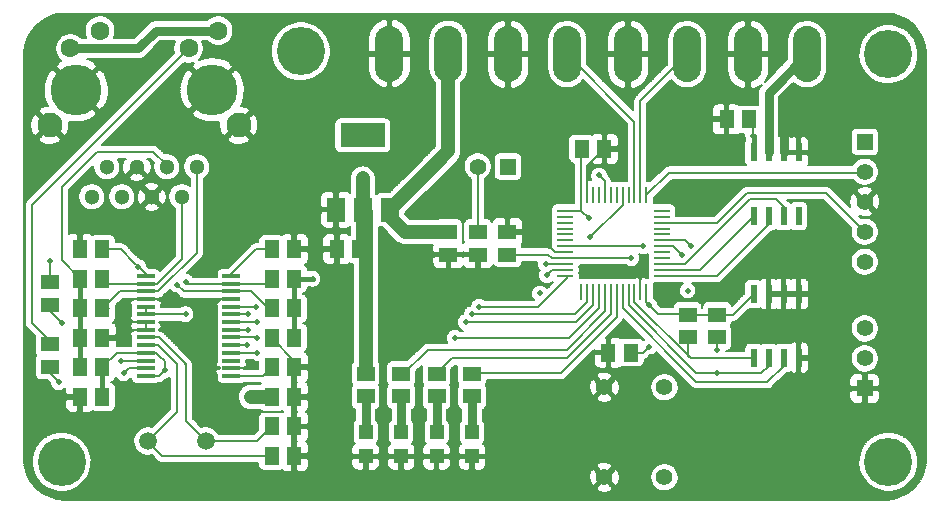
<source format=gtl>
%FSLAX46Y46*%
G04 Gerber Fmt 4.6, Leading zero omitted, Abs format (unit mm)*
G04 Created by KiCad (PCBNEW (2014-jul-16 BZR unknown)-product) date Thu 14 Aug 2014 03:55:34 PM CEST*
%MOMM*%
G01*
G04 APERTURE LIST*
%ADD10C,0.020000*%
%ADD11C,1.397000*%
%ADD12R,1.498600X1.300480*%
%ADD13R,1.300480X1.498600*%
%ADD14R,1.198880X1.198880*%
%ADD15C,4.300000*%
%ADD16C,1.300000*%
%ADD17C,1.600000*%
%ADD18C,2.100000*%
%ADD19O,2.379980X4.759960*%
%ADD20R,1.397000X1.397000*%
%ADD21R,0.599440X1.549400*%
%ADD22R,1.498600X0.398780*%
%ADD23R,1.498600X2.006600*%
%ADD24R,3.810000X2.006600*%
%ADD25R,1.400000X0.250000*%
%ADD26R,0.250000X1.400000*%
%ADD27C,1.501140*%
%ADD28C,4.064000*%
%ADD29C,0.500000*%
%ADD30C,0.800000*%
%ADD31C,1.200000*%
%ADD32C,0.800000*%
%ADD33C,0.200000*%
%ADD34C,0.400000*%
G04 APERTURE END LIST*
D10*
D11*
X72990000Y-52510000D03*
X67910000Y-52510000D03*
X72990000Y-44890000D03*
X67910000Y-44890000D03*
D12*
X54700000Y-31747500D03*
X54700000Y-33652500D03*
D13*
X47152500Y-33200000D03*
X45247500Y-33200000D03*
X39747500Y-50700000D03*
X41652500Y-50700000D03*
X39747500Y-48200000D03*
X41652500Y-48200000D03*
D12*
X59700000Y-33652500D03*
X59700000Y-31747500D03*
D13*
X70152500Y-41950000D03*
X68247500Y-41950000D03*
X65997500Y-24700000D03*
X67902500Y-24700000D03*
X80152500Y-22200000D03*
X78247500Y-22200000D03*
X39747500Y-43200000D03*
X41652500Y-43200000D03*
X25402500Y-33200000D03*
X23497500Y-33200000D03*
X25402500Y-45700000D03*
X23497500Y-45700000D03*
X39747500Y-45700000D03*
X41652500Y-45700000D03*
X23497500Y-40700000D03*
X25402500Y-40700000D03*
X41652500Y-40700000D03*
X39747500Y-40700000D03*
D14*
X47700000Y-48650980D03*
X47700000Y-50749020D03*
X56700000Y-48650980D03*
X56700000Y-50749020D03*
X53700000Y-48650980D03*
X53700000Y-50749020D03*
X50700000Y-48650980D03*
X50700000Y-50749020D03*
D13*
X25402500Y-43200000D03*
X23497500Y-43200000D03*
D15*
X34700000Y-19700000D03*
X23200000Y-19700000D03*
D16*
X33396000Y-26222000D03*
X32126000Y-28762000D03*
X30856000Y-26222000D03*
X29586000Y-28762000D03*
X28316000Y-26222000D03*
X27046000Y-28762000D03*
X25776000Y-26222000D03*
X24506000Y-28762000D03*
D17*
X32700000Y-16200000D03*
X35200000Y-14700000D03*
X22700000Y-16200000D03*
X25200000Y-14700000D03*
D18*
X36950000Y-22700000D03*
X20950000Y-22700000D03*
D19*
X85069360Y-16689580D03*
X80070640Y-16689580D03*
X74909360Y-16689580D03*
X69910640Y-16689580D03*
X64749360Y-16689580D03*
X59750640Y-16689580D03*
D20*
X89950000Y-44990000D03*
D11*
X89950000Y-42450000D03*
X89950000Y-39910000D03*
D20*
X59720000Y-26200000D03*
D11*
X57180000Y-26200000D03*
D12*
X77450000Y-38747500D03*
X77450000Y-40652500D03*
X74950000Y-38747500D03*
X74950000Y-40652500D03*
X57200000Y-31747500D03*
X57200000Y-33652500D03*
X47700000Y-43747500D03*
X47700000Y-45652500D03*
X56700000Y-43747500D03*
X56700000Y-45652500D03*
X53700000Y-43747500D03*
X53700000Y-45652500D03*
X50700000Y-43747500D03*
X50700000Y-45652500D03*
D13*
X25402500Y-38200000D03*
X23497500Y-38200000D03*
X23497500Y-35700000D03*
X25402500Y-35700000D03*
X39747500Y-35700000D03*
X41652500Y-35700000D03*
X41652500Y-38200000D03*
X39747500Y-38200000D03*
D12*
X20950000Y-41247500D03*
X20950000Y-43152500D03*
X20950000Y-35997500D03*
X20950000Y-37902500D03*
D13*
X39747500Y-33200000D03*
X41652500Y-33200000D03*
D21*
X84355000Y-25010140D03*
X83085000Y-25010140D03*
X81815000Y-25010140D03*
X80545000Y-25010140D03*
X80545000Y-30407640D03*
X81815000Y-30407640D03*
X83085000Y-30407640D03*
X84355000Y-30407640D03*
D22*
X36324580Y-43924020D03*
X36324580Y-43273780D03*
X36324580Y-42623540D03*
X36324580Y-41973300D03*
X36324580Y-41323060D03*
X36324580Y-40672820D03*
X36324580Y-40022580D03*
X36324580Y-39377420D03*
X36324580Y-38727180D03*
X36324580Y-38076940D03*
X36324580Y-37426700D03*
X36324580Y-36776460D03*
X36324580Y-36126220D03*
X36324580Y-35475980D03*
X29075420Y-35475980D03*
X29075420Y-36126220D03*
X29075420Y-36776460D03*
X29075420Y-37426700D03*
X29075420Y-38076940D03*
X29075420Y-38727180D03*
X29075420Y-39377420D03*
X29075420Y-40022580D03*
X29075420Y-40672820D03*
X29075420Y-41323060D03*
X29075420Y-41973300D03*
X29075420Y-42623540D03*
X29075420Y-43273780D03*
X29075420Y-43924020D03*
D23*
X45189400Y-29849600D03*
X47475400Y-29849600D03*
X49761400Y-29849600D03*
D24*
X47450000Y-23550400D03*
D25*
X64600440Y-31450320D03*
X64600440Y-31950700D03*
X64600440Y-32451080D03*
X64600440Y-32948920D03*
X64600440Y-33449300D03*
X64600440Y-29949180D03*
X64600440Y-30449560D03*
X64600440Y-30949940D03*
D26*
X65949180Y-36799560D03*
X66449560Y-36799560D03*
X66949940Y-36799560D03*
X67450320Y-36799560D03*
X67950700Y-36799560D03*
X68451080Y-36799560D03*
X68948920Y-36799560D03*
X69449300Y-36799560D03*
D25*
X72799560Y-35450820D03*
X72799560Y-34950440D03*
X72799560Y-34450060D03*
X72799560Y-33949680D03*
X72799560Y-33449300D03*
X72799560Y-32948920D03*
X72799560Y-32451080D03*
X72799560Y-31950700D03*
D26*
X71450820Y-28600440D03*
X70950440Y-28600440D03*
X70450060Y-28600440D03*
X69949680Y-28600440D03*
X69449300Y-28600440D03*
X68948920Y-28600440D03*
X68451080Y-28600440D03*
X67950700Y-28600440D03*
D25*
X64600440Y-33949680D03*
X64600440Y-34450060D03*
X64600440Y-34950440D03*
X64600440Y-35450820D03*
D26*
X69949680Y-36799560D03*
X70450060Y-36799560D03*
X70950440Y-36799560D03*
X71450820Y-36799560D03*
D25*
X72799560Y-31450320D03*
X72799560Y-30949940D03*
X72799560Y-30449560D03*
X72799560Y-29949180D03*
D26*
X67450320Y-28600440D03*
X66949940Y-28600440D03*
X66449560Y-28600440D03*
X65949180Y-28600440D03*
D21*
X80545000Y-42389860D03*
X81815000Y-42389860D03*
X83085000Y-42389860D03*
X84355000Y-42389860D03*
X84355000Y-36992360D03*
X83085000Y-36992360D03*
X81815000Y-36992360D03*
X80545000Y-36992360D03*
D27*
X29259060Y-49450000D03*
X34140940Y-49450000D03*
D28*
X42200000Y-16450000D03*
X21950000Y-51200000D03*
X91950000Y-16700000D03*
X91950000Y-51200000D03*
D20*
X89950000Y-24100000D03*
D11*
X89950000Y-26640000D03*
X89950000Y-29180000D03*
X89950000Y-31720000D03*
X89950000Y-34260000D03*
D19*
X54699360Y-16649580D03*
X49700640Y-16649580D03*
D29*
X74950000Y-36700000D03*
X62450000Y-36950000D03*
D30*
X83080000Y-20650000D03*
D29*
X69450000Y-35200000D03*
X34450000Y-38450000D03*
X37950000Y-43200000D03*
X27200000Y-40450000D03*
D30*
X47450000Y-27200000D03*
D29*
X70200000Y-33950000D03*
X37950000Y-45700000D03*
X71700000Y-41450000D03*
X71700000Y-37950000D03*
X80500000Y-23600000D03*
X66600000Y-30600000D03*
X28450000Y-34700000D03*
X32450000Y-38700000D03*
X30700000Y-43450000D03*
X43200000Y-35700000D03*
X32450000Y-35950000D03*
X31700000Y-36200000D03*
X20950000Y-34200000D03*
X75200000Y-32950000D03*
X74450000Y-33700000D03*
X71200000Y-32950000D03*
X21700000Y-44450000D03*
X27200000Y-43700000D03*
X26950000Y-42700000D03*
X21950000Y-39450000D03*
X63040000Y-35420000D03*
X38500000Y-41960000D03*
X62950000Y-34450000D03*
X37670000Y-41320000D03*
X55240000Y-40700000D03*
X38500000Y-40700000D03*
X66700000Y-32200000D03*
X37700000Y-40000000D03*
X56150000Y-39380000D03*
X38520000Y-39380000D03*
X37700000Y-38700000D03*
X56700000Y-38700000D03*
X77450000Y-43700000D03*
X77450000Y-41700000D03*
X67450000Y-26950000D03*
X38370000Y-38080000D03*
X57300000Y-38070000D03*
D31*
X49761400Y-29849600D02*
X49761400Y-30511400D01*
X49761400Y-30511400D02*
X50997500Y-31747500D01*
X50997500Y-31747500D02*
X54700000Y-31747500D01*
X54699360Y-16649580D02*
X54699360Y-24911640D01*
X54699360Y-24911640D02*
X49761400Y-29849600D01*
X54450000Y-16650140D02*
X54450000Y-16650140D01*
D32*
X83085000Y-25010140D02*
X83085000Y-20655000D01*
X83085000Y-20655000D02*
X83080000Y-20650000D01*
D33*
X70950440Y-36799560D02*
X70950440Y-35700440D01*
X70450000Y-35200000D02*
X69450000Y-35200000D01*
X70950440Y-35700440D02*
X70450000Y-35200000D01*
X64600440Y-33449300D02*
X63699300Y-33449300D01*
X61997500Y-31747500D02*
X59700000Y-31747500D01*
X63699300Y-33449300D02*
X61997500Y-31747500D01*
X66449560Y-28600440D02*
X66449560Y-26152940D01*
X66449560Y-26152940D02*
X67902500Y-24700000D01*
X39747500Y-40700000D02*
X39747500Y-40747500D01*
X39747500Y-40747500D02*
X41652500Y-42652500D01*
X41652500Y-42652500D02*
X41652500Y-43200000D01*
X36324580Y-37426700D02*
X35473300Y-37426700D01*
X35473300Y-37426700D02*
X34450000Y-38450000D01*
X36324580Y-37426700D02*
X35223300Y-37426700D01*
X35223300Y-37426700D02*
X29075420Y-37426700D01*
X36324580Y-43273780D02*
X37876220Y-43273780D01*
X37876220Y-43273780D02*
X37950000Y-43200000D01*
X29075420Y-37426700D02*
X27723300Y-37426700D01*
X27723300Y-37426700D02*
X27200000Y-37950000D01*
X29075420Y-39377420D02*
X27522580Y-39377420D01*
X27522580Y-39377420D02*
X27200000Y-39700000D01*
X25402500Y-40700000D02*
X26950000Y-40700000D01*
X27627420Y-40022580D02*
X27200000Y-40450000D01*
X27627420Y-40022580D02*
X29075420Y-40022580D01*
X26950000Y-40700000D02*
X27200000Y-40450000D01*
X29075420Y-40022580D02*
X29075420Y-39377420D01*
X83085000Y-37565000D02*
X83085000Y-37010140D01*
X83065000Y-37585000D02*
X83065000Y-37010140D01*
X84355000Y-36355000D02*
X84355000Y-37010140D01*
X84335000Y-37010140D02*
X84335000Y-37565000D01*
D31*
X47700000Y-43747500D02*
X47700000Y-30074200D01*
X47700000Y-30074200D02*
X47475400Y-29849600D01*
X47475400Y-29849600D02*
X47475400Y-32877100D01*
X47475400Y-32877100D02*
X47152500Y-33200000D01*
X47475400Y-29849600D02*
X47475400Y-27225400D01*
X47475400Y-27225400D02*
X47450000Y-27200000D01*
D33*
X64600440Y-33949680D02*
X70199680Y-33949680D01*
X70199680Y-33949680D02*
X70200000Y-33950000D01*
X64600440Y-33949680D02*
X63449680Y-33949680D01*
X63152500Y-33652500D02*
X59700000Y-33652500D01*
X63449680Y-33949680D02*
X63152500Y-33652500D01*
D31*
X37950000Y-45700000D02*
X39747500Y-45700000D01*
D33*
X71200000Y-41950000D02*
X70152500Y-41950000D01*
X71700000Y-41450000D02*
X71200000Y-41950000D01*
X80500000Y-23600000D02*
X80500000Y-22547500D01*
X80500000Y-22547500D02*
X80152500Y-22200000D01*
X77450000Y-38747500D02*
X78789860Y-38747500D01*
X78789860Y-38747500D02*
X80545000Y-36992360D01*
X71700000Y-37950000D02*
X72450000Y-38700000D01*
X72450000Y-38700000D02*
X74902500Y-38700000D01*
X74902500Y-38700000D02*
X74950000Y-38747500D01*
X74950000Y-38747500D02*
X77450000Y-38747500D01*
X71450820Y-36799560D02*
X71450820Y-37700820D01*
X71450820Y-37700820D02*
X71700000Y-37950000D01*
X29075420Y-41973300D02*
X26629200Y-41973300D01*
X26629200Y-41973300D02*
X25402500Y-43200000D01*
D32*
X35200000Y-14700000D02*
X29950000Y-14700000D01*
X28450000Y-16200000D02*
X22700000Y-16200000D01*
X29950000Y-14700000D02*
X28450000Y-16200000D01*
D33*
X80545000Y-37105000D02*
X80545000Y-36992360D01*
D34*
X80545000Y-25010140D02*
X80545000Y-23645000D01*
X80545000Y-23645000D02*
X80500000Y-23600000D01*
D33*
X65949180Y-28600440D02*
X65949180Y-29949180D01*
X64600440Y-29949180D02*
X65900000Y-29949180D01*
X65900000Y-29949180D02*
X65949180Y-29949180D01*
X65949180Y-29949180D02*
X66600000Y-30600000D01*
X28325000Y-34575000D02*
X28450000Y-34700000D01*
X29075420Y-38727180D02*
X32422820Y-38727180D01*
X32422820Y-38727180D02*
X32450000Y-38700000D01*
X29075420Y-43924020D02*
X30225980Y-43924020D01*
X30225980Y-43924020D02*
X30700000Y-43450000D01*
X30200000Y-42200000D02*
X30700000Y-42700000D01*
X30200000Y-42200000D02*
X29973300Y-41973300D01*
X29973300Y-41973300D02*
X29075420Y-41973300D01*
X30700000Y-42700000D02*
X30700000Y-43450000D01*
X29075420Y-38076940D02*
X29075420Y-38727180D01*
D34*
X25402500Y-45700000D02*
X25402500Y-43200000D01*
D31*
X47725400Y-43722100D02*
X47700000Y-43747500D01*
D33*
X65949180Y-28600440D02*
X65949180Y-24748320D01*
X65949180Y-24748320D02*
X65997500Y-24700000D01*
X29075420Y-35475980D02*
X29075420Y-35325420D01*
X29075420Y-35325420D02*
X28325000Y-34575000D01*
X28325000Y-34575000D02*
X28200000Y-34450000D01*
X28200000Y-34450000D02*
X26950000Y-33200000D01*
X26950000Y-33200000D02*
X25402500Y-33200000D01*
X29259060Y-49450000D02*
X29259060Y-49509060D01*
X30450000Y-50700000D02*
X39747500Y-50700000D01*
X29259060Y-49509060D02*
X30450000Y-50700000D01*
X29075420Y-41323060D02*
X30073060Y-41323060D01*
X31700000Y-47009060D02*
X29259060Y-49450000D01*
X31700000Y-42950000D02*
X31700000Y-47009060D01*
X30073060Y-41323060D02*
X31700000Y-42950000D01*
X34140940Y-49450000D02*
X38497500Y-49450000D01*
X38497500Y-49450000D02*
X39747500Y-48200000D01*
X32450000Y-42950000D02*
X32450000Y-47759060D01*
X32450000Y-47759060D02*
X34140940Y-49450000D01*
X39450000Y-48200000D02*
X39747500Y-48200000D01*
X29075420Y-40672820D02*
X30172820Y-40672820D01*
X30172820Y-40672820D02*
X32450000Y-42950000D01*
X32450000Y-42950000D02*
X32390940Y-42890940D01*
X36324580Y-43924020D02*
X39023480Y-43924020D01*
X39023480Y-43924020D02*
X39747500Y-43200000D01*
D34*
X23497500Y-43200000D02*
X23497500Y-40700000D01*
X30856000Y-26222000D02*
X30856000Y-26106000D01*
D33*
X30856000Y-26106000D02*
X29700000Y-24950000D01*
X29700000Y-24950000D02*
X24950000Y-24950000D01*
X24950000Y-24950000D02*
X21950000Y-27950000D01*
X21950000Y-27950000D02*
X21950000Y-34152500D01*
X21950000Y-34152500D02*
X23497500Y-35700000D01*
D34*
X23497500Y-40700000D02*
X23497500Y-38200000D01*
X23497500Y-38200000D02*
X23497500Y-35700000D01*
X41652500Y-35700000D02*
X43200000Y-35700000D01*
X41652500Y-38200000D02*
X41652500Y-35700000D01*
X41652500Y-38200000D02*
X41652500Y-40700000D01*
D33*
X41652500Y-36200000D02*
X41652500Y-35902500D01*
D32*
X47700000Y-45652500D02*
X47700000Y-48650980D01*
X56700000Y-48650980D02*
X56700000Y-45652500D01*
X53700000Y-45652500D02*
X53700000Y-48650980D01*
X50700000Y-45652500D02*
X50700000Y-48650980D01*
D33*
X25402500Y-38200000D02*
X25950000Y-38200000D01*
X25450000Y-38200000D02*
X26873540Y-36776460D01*
X26873540Y-36776460D02*
X29075420Y-36776460D01*
X33396000Y-26222000D02*
X33396000Y-33504000D01*
X30123540Y-36776460D02*
X29075420Y-36776460D01*
X33396000Y-33504000D02*
X30123540Y-36776460D01*
X29075420Y-36126220D02*
X25828720Y-36126220D01*
X25828720Y-36126220D02*
X25402500Y-35700000D01*
X32126000Y-28762000D02*
X32126000Y-34024000D01*
X30023780Y-36126220D02*
X29075420Y-36126220D01*
X32126000Y-34024000D02*
X30023780Y-36126220D01*
X36324580Y-36126220D02*
X32626220Y-36126220D01*
X32626220Y-36126220D02*
X32450000Y-35950000D01*
X36324580Y-36126220D02*
X39673720Y-36126220D01*
X39673720Y-36126220D02*
X39747500Y-36200000D01*
X36324580Y-36776460D02*
X32276460Y-36776460D01*
X32276460Y-36776460D02*
X31700000Y-36200000D01*
X39747500Y-38200000D02*
X39450000Y-38200000D01*
X39450000Y-38200000D02*
X38026460Y-36776460D01*
X38026460Y-36776460D02*
X36324580Y-36776460D01*
X39747500Y-38700000D02*
X39700000Y-38700000D01*
X20950000Y-41247500D02*
X20950000Y-40950000D01*
X20950000Y-40950000D02*
X19450000Y-39450000D01*
X19450000Y-39450000D02*
X19450000Y-29450000D01*
X19450000Y-29450000D02*
X20950000Y-27950000D01*
X20950000Y-27950000D02*
X20950000Y-27950000D01*
X20950000Y-27950000D02*
X32700000Y-16200000D01*
X20950000Y-35997500D02*
X20950000Y-34200000D01*
X70950440Y-28600440D02*
X70950440Y-20648500D01*
X70950440Y-20648500D02*
X74909360Y-16689580D01*
X70450060Y-28600440D02*
X70450060Y-22390280D01*
X70450060Y-22390280D02*
X64749360Y-16689580D01*
X65699940Y-17640160D02*
X64749360Y-16689580D01*
X72799560Y-32451080D02*
X74701080Y-32451080D01*
X74701080Y-32451080D02*
X75200000Y-32950000D01*
X72799560Y-32948920D02*
X73698920Y-32948920D01*
X73698920Y-32948920D02*
X74450000Y-33700000D01*
X90230000Y-26710000D02*
X73341260Y-26710000D01*
X73341260Y-26710000D02*
X71450820Y-28600440D01*
X72799560Y-30949940D02*
X77450060Y-30949940D01*
X86680000Y-28450000D02*
X89950000Y-31720000D01*
X79950000Y-28450000D02*
X86680000Y-28450000D01*
X77450060Y-30949940D02*
X79950000Y-28450000D01*
X68450000Y-32948920D02*
X71198920Y-32948920D01*
X71198920Y-32948920D02*
X71200000Y-32950000D01*
X64600440Y-32948920D02*
X68450000Y-32948920D01*
X68450000Y-32948920D02*
X68451080Y-32948920D01*
X56700000Y-43700000D02*
X64200000Y-43700000D01*
X68948920Y-38951080D02*
X68948920Y-36799560D01*
X64200000Y-43700000D02*
X68948920Y-38951080D01*
X68451080Y-36799560D02*
X68451080Y-38698920D01*
X54997500Y-42450000D02*
X53676250Y-43771250D01*
X64700000Y-42450000D02*
X54997500Y-42450000D01*
X68451080Y-38698920D02*
X64700000Y-42450000D01*
X67950700Y-36799560D02*
X67950700Y-38449300D01*
X52950000Y-41700000D02*
X50801250Y-43848750D01*
X64700000Y-41700000D02*
X52950000Y-41700000D01*
X67950700Y-38449300D02*
X64700000Y-41700000D01*
X20950000Y-43152500D02*
X20950000Y-43700000D01*
X20950000Y-43700000D02*
X21700000Y-44450000D01*
X27200000Y-43700000D02*
X27626220Y-43273780D01*
X27626220Y-43273780D02*
X29075420Y-43273780D01*
X29075420Y-42623540D02*
X27026460Y-42623540D01*
X27026460Y-42623540D02*
X26950000Y-42700000D01*
X21950000Y-39450000D02*
X20950000Y-38450000D01*
X20950000Y-38450000D02*
X20950000Y-37902500D01*
X36324580Y-35475980D02*
X36324580Y-35325420D01*
X36324580Y-35325420D02*
X38450000Y-33200000D01*
X38450000Y-33200000D02*
X39747500Y-33200000D01*
X72799560Y-34950440D02*
X76002200Y-34950440D01*
X76002200Y-34950440D02*
X80545000Y-30407640D01*
X72799560Y-35450820D02*
X77449180Y-35450820D01*
X81815000Y-31085000D02*
X81815000Y-30407640D01*
X77449180Y-35450820D02*
X81815000Y-31085000D01*
X72799560Y-34450060D02*
X74699940Y-34450060D01*
X83085000Y-29585000D02*
X83085000Y-30407640D01*
X82450000Y-28950000D02*
X83085000Y-29585000D01*
X80200000Y-28950000D02*
X82450000Y-28950000D01*
X74699940Y-34450060D02*
X80200000Y-28950000D01*
X83085000Y-30815000D02*
X83085000Y-30407640D01*
X83065000Y-31085000D02*
X83065000Y-30407640D01*
X36324580Y-41973300D02*
X38486700Y-41973300D01*
X63509560Y-34950440D02*
X64600440Y-34950440D01*
X63040000Y-35420000D02*
X63509560Y-34950440D01*
X38486700Y-41973300D02*
X38500000Y-41960000D01*
X36324580Y-41323060D02*
X37666940Y-41323060D01*
X62969940Y-34430060D02*
X64600440Y-34450060D01*
X62950000Y-34450000D02*
X62969940Y-34430060D01*
X37666940Y-41323060D02*
X37670000Y-41320000D01*
X36324580Y-40672820D02*
X38472820Y-40672820D01*
X67450320Y-38199680D02*
X67450320Y-36799560D01*
X64950000Y-40700000D02*
X67450320Y-38199680D01*
X55240000Y-40700000D02*
X64950000Y-40700000D01*
X38472820Y-40672820D02*
X38500000Y-40700000D01*
X69449300Y-29450700D02*
X69449300Y-28600440D01*
X66700000Y-32200000D02*
X69449300Y-29450700D01*
X36324580Y-40022580D02*
X37677420Y-40022580D01*
X37677420Y-40022580D02*
X37700000Y-40000000D01*
X56150000Y-39380000D02*
X65520000Y-39380000D01*
X66949940Y-37950060D02*
X66949940Y-36799560D01*
X65520000Y-39380000D02*
X66949940Y-37950060D01*
X36324580Y-39377420D02*
X38517420Y-39377420D01*
X38517420Y-39377420D02*
X38520000Y-39380000D01*
X66950000Y-36799620D02*
X66949940Y-36799560D01*
X66449560Y-36799560D02*
X66449560Y-37700440D01*
X37672820Y-38727180D02*
X36324580Y-38727180D01*
X37700000Y-38700000D02*
X37672820Y-38727180D01*
X65450000Y-38700000D02*
X56700000Y-38700000D01*
X66449560Y-37700440D02*
X65450000Y-38700000D01*
X69449300Y-36799560D02*
X69449300Y-38199300D01*
X83085000Y-43065000D02*
X83085000Y-42389860D01*
X81700000Y-44450000D02*
X83085000Y-43065000D01*
X75700000Y-44450000D02*
X81700000Y-44450000D01*
X69449300Y-38199300D02*
X75700000Y-44450000D01*
X75700000Y-43700000D02*
X69949680Y-37949680D01*
X77450000Y-43700000D02*
X75700000Y-43700000D01*
X69949680Y-37949680D02*
X69949680Y-36799560D01*
X77450000Y-40652500D02*
X77450000Y-41700000D01*
X81815000Y-43085000D02*
X81815000Y-42389860D01*
X81200000Y-43700000D02*
X81815000Y-43085000D01*
X77450000Y-43700000D02*
X81200000Y-43700000D01*
X74950000Y-40652500D02*
X74950000Y-42200000D01*
X74950000Y-42200000D02*
X75200000Y-42450000D01*
X80484860Y-42450000D02*
X76700000Y-42450000D01*
X80484860Y-42450000D02*
X80545000Y-42389860D01*
X80605140Y-42450000D02*
X80545000Y-42389860D01*
X76700000Y-42450000D02*
X75200000Y-42450000D01*
X70450060Y-37700060D02*
X75200000Y-42450000D01*
X70450060Y-37700060D02*
X70450060Y-36799560D01*
X57200000Y-31747500D02*
X57200000Y-26220000D01*
X57200000Y-26220000D02*
X57180000Y-26200000D01*
X67950700Y-28600440D02*
X67950700Y-27450700D01*
X67950700Y-27450700D02*
X67450000Y-26950000D01*
X57200000Y-31747500D02*
X57200000Y-31700000D01*
X38366940Y-38076940D02*
X38370000Y-38080000D01*
X57300000Y-38070000D02*
X57310000Y-38080000D01*
X57310000Y-38080000D02*
X62320000Y-38080000D01*
X64859180Y-35540820D02*
X62320000Y-38080000D01*
X38366940Y-38076940D02*
X36324580Y-38076940D01*
X64019180Y-35450820D02*
X64600440Y-35450820D01*
D32*
X81815000Y-25010140D02*
X81815000Y-19943940D01*
X81815000Y-19943940D02*
X85069360Y-16689580D01*
D33*
X27122068Y-37376460D02*
X28025698Y-37376460D01*
X26972868Y-37525660D02*
X27970903Y-37525660D01*
X26823668Y-37674860D02*
X27721655Y-37674860D01*
X26674468Y-37824060D02*
X27750028Y-37824060D01*
X26552740Y-37973260D02*
X27826120Y-37973260D01*
X26552740Y-38122460D02*
X27826120Y-38122460D01*
X26552740Y-38271660D02*
X27826120Y-38271660D01*
X26552740Y-38420860D02*
X27837593Y-38420860D01*
X26552740Y-38570060D02*
X27826120Y-38570060D01*
X26552740Y-38719260D02*
X27826120Y-38719260D01*
X26552740Y-38868460D02*
X27801732Y-38868460D01*
X26548938Y-39017660D02*
X27738108Y-39017660D01*
X26503820Y-39166860D02*
X27759255Y-39166860D01*
X26393087Y-39316060D02*
X27990720Y-39316060D01*
X26420598Y-39465260D02*
X27834045Y-39465260D01*
X26559307Y-39614460D02*
X27732774Y-39614460D01*
X26633360Y-39763660D02*
X27718120Y-39763660D01*
X26660740Y-39912860D02*
X27819426Y-39912860D01*
X26660740Y-40062060D02*
X27957977Y-40062060D01*
X26660740Y-40211260D02*
X27781135Y-40211260D01*
X26660740Y-40360460D02*
X27733756Y-40360460D01*
X26545080Y-40509660D02*
X27787191Y-40509660D01*
X25228500Y-40658860D02*
X27826120Y-40658860D01*
X25228500Y-40808060D02*
X27826120Y-40808060D01*
X26612000Y-40957260D02*
X27833242Y-40957260D01*
X26660740Y-41106460D02*
X27826120Y-41106460D01*
X26660740Y-41255660D02*
X27826120Y-41255660D01*
X37573880Y-42573300D02*
X38068222Y-42573300D01*
X37573880Y-42722500D02*
X38597260Y-42722500D01*
X37648017Y-42871700D02*
X38597260Y-42871700D01*
X37681880Y-43020900D02*
X38597260Y-43020900D01*
X37533865Y-43170100D02*
X38597260Y-43170100D01*
X37367236Y-43319300D02*
X38597260Y-43319300D01*
X39593500Y-40526000D02*
X39901500Y-40526000D01*
X39573500Y-40675200D02*
X39921500Y-40675200D01*
X39573500Y-40824400D02*
X39921500Y-40824400D01*
X31098031Y-36650496D02*
X31098031Y-36650496D01*
X30948832Y-36799696D02*
X31248650Y-36799696D01*
X30799632Y-36948896D02*
X31600368Y-36948896D01*
X30650432Y-37098096D02*
X31749568Y-37098096D01*
X30491030Y-37247296D02*
X31908602Y-37247296D01*
X30095155Y-37396496D02*
X35304845Y-37396496D01*
X30300021Y-37545696D02*
X35099979Y-37545696D01*
X30430946Y-37694896D02*
X34969055Y-37694896D01*
X30392514Y-37844096D02*
X35007487Y-37844096D01*
X30324720Y-37993296D02*
X32196966Y-37993296D01*
X32704305Y-37993296D02*
X35075280Y-37993296D01*
X32953396Y-38142496D02*
X35075280Y-38142496D01*
X33079207Y-38291696D02*
X35075280Y-38291696D01*
X33154449Y-38440896D02*
X35082768Y-38440896D01*
X33192832Y-38590096D02*
X35075280Y-38590096D01*
X33198457Y-38739296D02*
X35075280Y-38739296D01*
X33176321Y-38888496D02*
X35075280Y-38888496D01*
X33120661Y-39037696D02*
X35087589Y-39037696D01*
X33024402Y-39186896D02*
X35075280Y-39186896D01*
X30190103Y-39336096D02*
X32051022Y-39336096D01*
X32847440Y-39336096D02*
X35075280Y-39336096D01*
X30330182Y-39485296D02*
X35075280Y-39485296D01*
X30432720Y-39634496D02*
X35076959Y-39634496D01*
X30419909Y-39783696D02*
X35075280Y-39783696D01*
X30318027Y-39932896D02*
X35075280Y-39932896D01*
X30266203Y-40082096D02*
X35075280Y-40082096D01*
X30576071Y-40231296D02*
X35075280Y-40231296D01*
X30729024Y-40380496D02*
X35083969Y-40380496D01*
X30878224Y-40529696D02*
X35075280Y-40529696D01*
X31027424Y-40678896D02*
X35075280Y-40678896D01*
X31176624Y-40828096D02*
X35075280Y-40828096D01*
X31325824Y-40977296D02*
X35086387Y-40977296D01*
X31475024Y-41126496D02*
X35075280Y-41126496D01*
X31624224Y-41275696D02*
X35075280Y-41275696D01*
X31773424Y-41424896D02*
X35075280Y-41424896D01*
X31922624Y-41574096D02*
X35075758Y-41574096D01*
X32071824Y-41723296D02*
X35075552Y-41723296D01*
X32221024Y-41872496D02*
X35075280Y-41872496D01*
X32370224Y-42021696D02*
X35075280Y-42021696D01*
X32519424Y-42170896D02*
X35075280Y-42170896D01*
X32668624Y-42320096D02*
X35086181Y-42320096D01*
X32817824Y-42469296D02*
X35075280Y-42469296D01*
X32950035Y-42618496D02*
X35075280Y-42618496D01*
X33018862Y-42767696D02*
X35048970Y-42767696D01*
X33046753Y-42916896D02*
X34986695Y-42916896D01*
X33050000Y-43066096D02*
X35011291Y-43066096D01*
X33050000Y-43215296D02*
X35262521Y-43215296D01*
X33050000Y-43364496D02*
X35228307Y-43364496D01*
X33050000Y-43513696D02*
X34979059Y-43513696D01*
X33050000Y-43662896D02*
X34995773Y-43662896D01*
X33050000Y-43812096D02*
X35070508Y-43812096D01*
X33050000Y-43961296D02*
X35075280Y-43961296D01*
X33050000Y-44110496D02*
X35075280Y-44110496D01*
X33050000Y-44259696D02*
X35092594Y-44259696D01*
X33050000Y-44408896D02*
X35164691Y-44408896D01*
X33050000Y-44558096D02*
X35325858Y-44558096D01*
X37323303Y-44558096D02*
X38784857Y-44558096D01*
X33050000Y-44707296D02*
X37485127Y-44707296D01*
X33050000Y-44856496D02*
X37252118Y-44856496D01*
X33050000Y-45005696D02*
X37103571Y-45005696D01*
X33050000Y-45154896D02*
X37000205Y-45154896D01*
X33050000Y-45304096D02*
X36926551Y-45304096D01*
X33050000Y-45453296D02*
X36880366Y-45453296D01*
X33050000Y-45602496D02*
X36859467Y-45602496D01*
X33050000Y-45751696D02*
X36855431Y-45751696D01*
X33050000Y-45900896D02*
X36869009Y-45900896D01*
X33050000Y-46050096D02*
X36911859Y-46050096D01*
X33050000Y-46199296D02*
X36975700Y-46199296D01*
X33050000Y-46348496D02*
X37066686Y-46348496D01*
X33050000Y-46497696D02*
X37197528Y-46497696D01*
X33050000Y-46646896D02*
X37399970Y-46646896D01*
X33050000Y-46796096D02*
X37900792Y-46796096D01*
X33050000Y-46945296D02*
X39027886Y-46945296D01*
X40467116Y-46945296D02*
X40650200Y-46945296D01*
X33050000Y-47094496D02*
X38746357Y-47094496D01*
X33050000Y-47243696D02*
X38641808Y-47243696D01*
X33050000Y-47392896D02*
X38598962Y-47392896D01*
X33081564Y-47542096D02*
X38597260Y-47542096D01*
X33230764Y-47691296D02*
X38597260Y-47691296D01*
X33379964Y-47840496D02*
X38597260Y-47840496D01*
X33529164Y-47989696D02*
X38597260Y-47989696D01*
X33678364Y-48138896D02*
X38597260Y-48138896D01*
X34604165Y-48288096D02*
X38597260Y-48288096D01*
X34876023Y-48437296D02*
X38597260Y-48437296D01*
X35045950Y-48586496D02*
X38512476Y-48586496D01*
X35167848Y-48735696D02*
X38363276Y-48735696D01*
X71599560Y-33584750D02*
X71599560Y-33584750D01*
X70921815Y-33733950D02*
X71607811Y-33733950D01*
X70949939Y-33883150D02*
X71599560Y-33883150D01*
X70947856Y-34032350D02*
X71599560Y-34032350D01*
X70916539Y-34181550D02*
X71611022Y-34181550D01*
X70849281Y-34330750D02*
X71599560Y-34330750D01*
X70731101Y-34479950D02*
X71599560Y-34479950D01*
X65799477Y-34629150D02*
X69881068Y-34629150D01*
X70523111Y-34629150D02*
X71600524Y-34629150D01*
X65800440Y-34778350D02*
X71599560Y-34778350D01*
X65800440Y-34927550D02*
X71599560Y-34927550D01*
X65800440Y-35076750D02*
X71599560Y-35076750D01*
X65790369Y-35225950D02*
X71609629Y-35225950D01*
X65800440Y-35375150D02*
X71599560Y-35375150D01*
X65800440Y-35524350D02*
X70625338Y-35524350D01*
X70768730Y-35524350D02*
X71132149Y-35524350D01*
X71275541Y-35524350D02*
X71599560Y-35524350D01*
X70887940Y-35673550D02*
X71012940Y-35673550D01*
X22201822Y-13250000D02*
X91673101Y-13250000D01*
X21260806Y-13399200D02*
X25081010Y-13399200D01*
X25097935Y-13399200D02*
X35081010Y-13399200D01*
X35097935Y-13399200D02*
X92637577Y-13399200D01*
X20815273Y-13548400D02*
X24585572Y-13548400D01*
X25815298Y-13548400D02*
X34585572Y-13548400D01*
X35815298Y-13548400D02*
X93080728Y-13548400D01*
X20539334Y-13697600D02*
X24365501Y-13697600D01*
X26036746Y-13697600D02*
X34365501Y-13697600D01*
X36036746Y-13697600D02*
X93361333Y-13697600D01*
X20266465Y-13846800D02*
X24213143Y-13846800D01*
X26184907Y-13846800D02*
X29676219Y-13846800D01*
X36184907Y-13846800D02*
X48904936Y-13846800D01*
X49546640Y-13846800D02*
X49854640Y-13846800D01*
X50496343Y-13846800D02*
X54174746Y-13846800D01*
X55222081Y-13846800D02*
X59048131Y-13846800D01*
X59559987Y-13846800D02*
X59941292Y-13846800D01*
X60453148Y-13846800D02*
X64360653Y-13846800D01*
X65142861Y-13846800D02*
X69208131Y-13846800D01*
X69719987Y-13846800D02*
X70101292Y-13846800D01*
X70613148Y-13846800D02*
X74520653Y-13846800D01*
X75302861Y-13846800D02*
X79368131Y-13846800D01*
X79879987Y-13846800D02*
X80261292Y-13846800D01*
X80773148Y-13846800D02*
X84680653Y-13846800D01*
X85462861Y-13846800D02*
X93630034Y-13846800D01*
X20086113Y-13996000D02*
X24106430Y-13996000D01*
X26293102Y-13996000D02*
X29395999Y-13996000D01*
X36293102Y-13996000D02*
X41551184Y-13996000D01*
X42837716Y-13996000D02*
X48659495Y-13996000D01*
X49546640Y-13996000D02*
X49854640Y-13996000D01*
X50741784Y-13996000D02*
X53841950Y-13996000D01*
X55554525Y-13996000D02*
X58767741Y-13996000D01*
X59596640Y-13996000D02*
X59904640Y-13996000D01*
X60733538Y-13996000D02*
X63968463Y-13996000D01*
X65530546Y-13996000D02*
X68927741Y-13996000D01*
X69756640Y-13996000D02*
X70064640Y-13996000D01*
X70893538Y-13996000D02*
X74128463Y-13996000D01*
X75690546Y-13996000D02*
X79087741Y-13996000D01*
X79916640Y-13996000D02*
X80224640Y-13996000D01*
X81053538Y-13996000D02*
X84288463Y-13996000D01*
X85850546Y-13996000D02*
X93812972Y-13996000D01*
X19905761Y-14145200D02*
X24023354Y-14145200D01*
X26377483Y-14145200D02*
X29232008Y-14145200D01*
X36377483Y-14145200D02*
X41145200Y-14145200D01*
X43251308Y-14145200D02*
X48473945Y-14145200D01*
X49546640Y-14145200D02*
X49854640Y-14145200D01*
X50927334Y-14145200D02*
X53632608Y-14145200D01*
X55766006Y-14145200D02*
X58562939Y-14145200D01*
X59596640Y-14145200D02*
X59904640Y-14145200D01*
X60938340Y-14145200D02*
X63732359Y-14145200D01*
X65767655Y-14145200D02*
X68722939Y-14145200D01*
X69756640Y-14145200D02*
X70064640Y-14145200D01*
X71098340Y-14145200D02*
X73892359Y-14145200D01*
X75927655Y-14145200D02*
X78882939Y-14145200D01*
X79916640Y-14145200D02*
X80224640Y-14145200D01*
X81258340Y-14145200D02*
X84052359Y-14145200D01*
X86087655Y-14145200D02*
X93995909Y-14145200D01*
X19734662Y-14294400D02*
X23959407Y-14294400D01*
X26438979Y-14294400D02*
X29082808Y-14294400D01*
X36438979Y-14294400D02*
X40869781Y-14294400D01*
X43532339Y-14294400D02*
X48328496Y-14294400D01*
X49546640Y-14294400D02*
X49854640Y-14294400D01*
X51072783Y-14294400D02*
X53469780Y-14294400D01*
X55930799Y-14294400D02*
X58417490Y-14294400D01*
X59596640Y-14294400D02*
X59904640Y-14294400D01*
X61083789Y-14294400D02*
X63553345Y-14294400D01*
X65948007Y-14294400D02*
X68577490Y-14294400D01*
X69756640Y-14294400D02*
X70064640Y-14294400D01*
X71243789Y-14294400D02*
X73713345Y-14294400D01*
X76108007Y-14294400D02*
X78737490Y-14294400D01*
X79916640Y-14294400D02*
X80224640Y-14294400D01*
X81403789Y-14294400D02*
X83873345Y-14294400D01*
X86268007Y-14294400D02*
X91144687Y-14294400D01*
X92761514Y-14294400D02*
X94162674Y-14294400D01*
X19612977Y-14443600D02*
X23925400Y-14443600D01*
X26474527Y-14443600D02*
X28933608Y-14443600D01*
X36474527Y-14443600D02*
X40641780Y-14443600D01*
X43753538Y-14443600D02*
X48219105Y-14443600D01*
X49546640Y-14443600D02*
X49854640Y-14443600D01*
X51182174Y-14443600D02*
X53344586Y-14443600D01*
X56052484Y-14443600D02*
X58295102Y-14443600D01*
X59596640Y-14443600D02*
X59904640Y-14443600D01*
X61206177Y-14443600D02*
X63428151Y-14443600D01*
X66069861Y-14443600D02*
X68455102Y-14443600D01*
X69756640Y-14443600D02*
X70064640Y-14443600D01*
X71366177Y-14443600D02*
X73588151Y-14443600D01*
X76229861Y-14443600D02*
X78615102Y-14443600D01*
X79916640Y-14443600D02*
X80224640Y-14443600D01*
X81526177Y-14443600D02*
X83748151Y-14443600D01*
X86389861Y-14443600D02*
X90775407Y-14443600D01*
X93116446Y-14443600D02*
X94286103Y-14443600D01*
X19491293Y-14592800D02*
X23901314Y-14592800D01*
X26499773Y-14592800D02*
X28784408Y-14592800D01*
X36499773Y-14592800D02*
X40477472Y-14592800D01*
X43924227Y-14592800D02*
X48122137Y-14592800D01*
X49546640Y-14592800D02*
X49854640Y-14592800D01*
X51279142Y-14592800D02*
X53248887Y-14592800D01*
X56150786Y-14592800D02*
X58198134Y-14592800D01*
X59596640Y-14592800D02*
X59904640Y-14592800D01*
X61303145Y-14592800D02*
X63320877Y-14592800D01*
X66179518Y-14592800D02*
X68358134Y-14592800D01*
X69756640Y-14592800D02*
X70064640Y-14592800D01*
X71463145Y-14592800D02*
X73480877Y-14592800D01*
X76339518Y-14592800D02*
X78518134Y-14592800D01*
X79916640Y-14592800D02*
X80224640Y-14592800D01*
X81623145Y-14592800D02*
X83640877Y-14592800D01*
X86499518Y-14592800D02*
X90545818Y-14592800D01*
X93354095Y-14592800D02*
X94409532Y-14592800D01*
X19369608Y-14742000D02*
X23899230Y-14742000D01*
X26497690Y-14742000D02*
X28635208Y-14742000D01*
X36497690Y-14742000D02*
X40325114Y-14742000D01*
X44072389Y-14742000D02*
X48053418Y-14742000D01*
X49546640Y-14742000D02*
X49854640Y-14742000D01*
X51347861Y-14742000D02*
X53166864Y-14742000D01*
X56230117Y-14742000D02*
X58119393Y-14742000D01*
X59596640Y-14742000D02*
X59904640Y-14742000D01*
X61381886Y-14742000D02*
X63238854Y-14742000D01*
X66258849Y-14742000D02*
X68279393Y-14742000D01*
X69756640Y-14742000D02*
X70064640Y-14742000D01*
X71541886Y-14742000D02*
X73398854Y-14742000D01*
X76418849Y-14742000D02*
X78439393Y-14742000D01*
X79916640Y-14742000D02*
X80224640Y-14742000D01*
X81701886Y-14742000D02*
X83558854Y-14742000D01*
X86578849Y-14742000D02*
X90330406Y-14742000D01*
X93574129Y-14742000D02*
X94532961Y-14742000D01*
X19276010Y-14891200D02*
X23913322Y-14891200D01*
X26489748Y-14891200D02*
X28486008Y-14891200D01*
X36489748Y-14891200D02*
X40198532Y-14891200D01*
X44204368Y-14891200D02*
X47993831Y-14891200D01*
X49546640Y-14891200D02*
X49854640Y-14891200D01*
X51407448Y-14891200D02*
X53110722Y-14891200D01*
X56288870Y-14891200D02*
X58059806Y-14891200D01*
X59596640Y-14891200D02*
X59904640Y-14891200D01*
X61441473Y-14891200D02*
X63173411Y-14891200D01*
X66326793Y-14891200D02*
X68219806Y-14891200D01*
X69756640Y-14891200D02*
X70064640Y-14891200D01*
X71601473Y-14891200D02*
X73333411Y-14891200D01*
X76486793Y-14891200D02*
X78379806Y-14891200D01*
X79916640Y-14891200D02*
X80224640Y-14891200D01*
X81761473Y-14891200D02*
X83493411Y-14891200D01*
X86646793Y-14891200D02*
X90178048Y-14891200D01*
X93722291Y-14891200D02*
X94622304Y-14891200D01*
X19196679Y-15040400D02*
X22099654Y-15040400D01*
X23296267Y-15040400D02*
X23940705Y-15040400D01*
X26455850Y-15040400D02*
X28336808Y-15040400D01*
X36455850Y-15040400D02*
X40096373Y-15040400D01*
X44303496Y-15040400D02*
X47951898Y-15040400D01*
X49546640Y-15040400D02*
X49854640Y-15040400D01*
X51449381Y-15040400D02*
X53063393Y-15040400D01*
X56333916Y-15040400D02*
X58009326Y-15040400D01*
X59596640Y-15040400D02*
X59904640Y-15040400D01*
X61491953Y-15040400D02*
X63126082Y-15040400D01*
X66371839Y-15040400D02*
X68169326Y-15040400D01*
X69756640Y-15040400D02*
X70064640Y-15040400D01*
X71651953Y-15040400D02*
X73286082Y-15040400D01*
X76531839Y-15040400D02*
X78329326Y-15040400D01*
X79916640Y-15040400D02*
X80224640Y-15040400D01*
X81811953Y-15040400D02*
X83446082Y-15040400D01*
X86691839Y-15040400D02*
X90025689Y-15040400D01*
X93870452Y-15040400D02*
X94702976Y-15040400D01*
X19117348Y-15189600D02*
X21873671Y-15189600D01*
X23526899Y-15189600D02*
X23995601Y-15189600D01*
X26405104Y-15189600D02*
X28187608Y-15189600D01*
X36405104Y-15189600D02*
X39994214Y-15189600D01*
X44402624Y-15189600D02*
X47924190Y-15189600D01*
X49546640Y-15189600D02*
X49854640Y-15189600D01*
X51477089Y-15189600D02*
X53035609Y-15189600D01*
X56364243Y-15189600D02*
X57981618Y-15189600D01*
X59596640Y-15189600D02*
X59904640Y-15189600D01*
X61519661Y-15189600D02*
X63090095Y-15189600D01*
X66410321Y-15189600D02*
X68141618Y-15189600D01*
X69756640Y-15189600D02*
X70064640Y-15189600D01*
X71679661Y-15189600D02*
X73250095Y-15189600D01*
X76570321Y-15189600D02*
X78301618Y-15189600D01*
X79916640Y-15189600D02*
X80224640Y-15189600D01*
X81839661Y-15189600D02*
X83410095Y-15189600D01*
X86730321Y-15189600D02*
X89915392Y-15189600D01*
X93986525Y-15189600D02*
X94783648Y-15189600D01*
X19038017Y-15338800D02*
X21721312Y-15338800D01*
X36338677Y-15338800D02*
X39921380Y-15338800D01*
X44480754Y-15338800D02*
X47902650Y-15338800D01*
X49546640Y-15338800D02*
X49854640Y-15338800D01*
X51498630Y-15338800D02*
X53018873Y-15338800D01*
X56378872Y-15338800D02*
X57953910Y-15338800D01*
X59596640Y-15338800D02*
X59904640Y-15338800D01*
X61547369Y-15338800D02*
X63073360Y-15338800D01*
X66424950Y-15338800D02*
X68113910Y-15338800D01*
X69756640Y-15338800D02*
X70064640Y-15338800D01*
X71707369Y-15338800D02*
X73233360Y-15338800D01*
X76584950Y-15338800D02*
X78273910Y-15338800D01*
X79916640Y-15338800D02*
X80224640Y-15338800D01*
X81867369Y-15338800D02*
X83393360Y-15338800D01*
X86744950Y-15338800D02*
X89813233Y-15338800D01*
X94085653Y-15338800D02*
X94864321Y-15338800D01*
X18982054Y-15488000D02*
X21611908Y-15488000D01*
X36235101Y-15488000D02*
X39857433Y-15488000D01*
X44542250Y-15488000D02*
X47902650Y-15488000D01*
X49546640Y-15488000D02*
X49854640Y-15488000D01*
X51498630Y-15488000D02*
X53009370Y-15488000D01*
X56389350Y-15488000D02*
X57952650Y-15488000D01*
X59596640Y-15488000D02*
X59904640Y-15488000D01*
X61548630Y-15488000D02*
X63059370Y-15488000D01*
X66439350Y-15488000D02*
X68112650Y-15488000D01*
X69756640Y-15488000D02*
X70064640Y-15488000D01*
X71708630Y-15488000D02*
X73219370Y-15488000D01*
X76599350Y-15488000D02*
X78272650Y-15488000D01*
X79916640Y-15488000D02*
X80224640Y-15488000D01*
X81868630Y-15488000D02*
X83379370Y-15488000D01*
X86759350Y-15488000D02*
X89714583Y-15488000D01*
X94184781Y-15488000D02*
X94916352Y-15488000D01*
X18937008Y-15637200D02*
X21526782Y-15637200D01*
X30285592Y-15637200D02*
X31526782Y-15637200D01*
X33874185Y-15637200D02*
X34297753Y-15637200D01*
X36101022Y-15637200D02*
X39793485Y-15637200D01*
X44603746Y-15637200D02*
X47902650Y-15637200D01*
X49546640Y-15637200D02*
X49854640Y-15637200D01*
X51498630Y-15637200D02*
X53009370Y-15637200D01*
X56389350Y-15637200D02*
X57952650Y-15637200D01*
X59596640Y-15637200D02*
X59904640Y-15637200D01*
X61548630Y-15637200D02*
X63059370Y-15637200D01*
X66439350Y-15637200D02*
X68112650Y-15637200D01*
X69756640Y-15637200D02*
X70064640Y-15637200D01*
X71708630Y-15637200D02*
X73219370Y-15637200D01*
X76599350Y-15637200D02*
X78272650Y-15637200D01*
X79916640Y-15637200D02*
X80224640Y-15637200D01*
X81868630Y-15637200D02*
X83379370Y-15637200D01*
X86759350Y-15637200D02*
X89650636Y-15637200D01*
X94250703Y-15637200D02*
X94962537Y-15637200D01*
X18891961Y-15786400D02*
X21462836Y-15786400D01*
X30136392Y-15786400D02*
X31462836Y-15786400D01*
X33935681Y-15786400D02*
X34485178Y-15786400D01*
X35914369Y-15786400D02*
X39752375Y-15786400D01*
X44649871Y-15786400D02*
X47902650Y-15786400D01*
X49546640Y-15786400D02*
X49854640Y-15786400D01*
X51498630Y-15786400D02*
X53009370Y-15786400D01*
X56389350Y-15786400D02*
X57952650Y-15786400D01*
X59596640Y-15786400D02*
X59904640Y-15786400D01*
X61548630Y-15786400D02*
X63059370Y-15786400D01*
X66439350Y-15786400D02*
X68112650Y-15786400D01*
X69756640Y-15786400D02*
X70064640Y-15786400D01*
X71708630Y-15786400D02*
X73219370Y-15786400D01*
X76599350Y-15786400D02*
X78272650Y-15786400D01*
X79916640Y-15786400D02*
X80224640Y-15786400D01*
X81868630Y-15786400D02*
X83379370Y-15786400D01*
X86759350Y-15786400D02*
X89586688Y-15786400D01*
X94312199Y-15786400D02*
X95008722Y-15786400D01*
X18846915Y-15935600D02*
X21427100Y-15935600D01*
X29987192Y-15935600D02*
X31427100Y-15935600D01*
X33972943Y-15935600D02*
X34780871Y-15935600D01*
X35609476Y-15935600D02*
X39720662Y-15935600D01*
X44679413Y-15935600D02*
X47902650Y-15935600D01*
X49546640Y-15935600D02*
X49854640Y-15935600D01*
X51498630Y-15935600D02*
X53009370Y-15935600D01*
X56389350Y-15935600D02*
X57952650Y-15935600D01*
X59596640Y-15935600D02*
X59904640Y-15935600D01*
X61548630Y-15935600D02*
X63059370Y-15935600D01*
X66439350Y-15935600D02*
X68112650Y-15935600D01*
X69756640Y-15935600D02*
X70064640Y-15935600D01*
X71708630Y-15935600D02*
X73219370Y-15935600D01*
X76599350Y-15935600D02*
X78272650Y-15935600D01*
X79916640Y-15935600D02*
X80224640Y-15935600D01*
X81868630Y-15935600D02*
X83379370Y-15935600D01*
X86759350Y-15935600D02*
X89523801Y-15935600D01*
X94373695Y-15935600D02*
X95054907Y-15935600D01*
X18812958Y-16084800D02*
X21401426Y-16084800D01*
X29837992Y-16084800D02*
X31401426Y-16084800D01*
X33999885Y-16084800D02*
X39688948Y-16084800D01*
X44708956Y-16084800D02*
X47902650Y-16084800D01*
X49546640Y-16084800D02*
X49854640Y-16084800D01*
X51498630Y-16084800D02*
X53009370Y-16084800D01*
X56389350Y-16084800D02*
X57952650Y-16084800D01*
X59596640Y-16084800D02*
X59904640Y-16084800D01*
X61548630Y-16084800D02*
X63059370Y-16084800D01*
X66439350Y-16084800D02*
X68112650Y-16084800D01*
X69756640Y-16084800D02*
X70064640Y-16084800D01*
X71708630Y-16084800D02*
X73219370Y-16084800D01*
X76599350Y-16084800D02*
X78272650Y-16084800D01*
X79916640Y-16084800D02*
X80224640Y-16084800D01*
X81868630Y-16084800D02*
X83379370Y-16084800D01*
X86759350Y-16084800D02*
X89492087Y-16084800D01*
X94409455Y-16084800D02*
X95085148Y-16084800D01*
X18798329Y-16234000D02*
X21399342Y-16234000D01*
X29688792Y-16234000D02*
X31399342Y-16234000D01*
X33997802Y-16234000D02*
X39670660Y-16234000D01*
X44731658Y-16234000D02*
X44732108Y-16234000D01*
X44732108Y-16234000D02*
X47902650Y-16234000D01*
X49546640Y-16234000D02*
X49854640Y-16234000D01*
X51498630Y-16234000D02*
X53009370Y-16234000D01*
X56389350Y-16234000D02*
X57952650Y-16234000D01*
X59596640Y-16234000D02*
X59904640Y-16234000D01*
X61548630Y-16234000D02*
X63059370Y-16234000D01*
X66439350Y-16234000D02*
X68112650Y-16234000D01*
X69756640Y-16234000D02*
X70064640Y-16234000D01*
X71708630Y-16234000D02*
X73219370Y-16234000D01*
X76599350Y-16234000D02*
X78272650Y-16234000D01*
X79916640Y-16234000D02*
X80224640Y-16234000D01*
X81868630Y-16234000D02*
X83379370Y-16234000D01*
X86759350Y-16234000D02*
X89460374Y-16234000D01*
X94438997Y-16234000D02*
X95100830Y-16234000D01*
X18783700Y-16383200D02*
X21411853Y-16383200D01*
X29539592Y-16383200D02*
X31411853Y-16383200D01*
X33991565Y-16383200D02*
X39668577Y-16383200D01*
X44729575Y-16383200D02*
X44732108Y-16383200D01*
X44732108Y-16383200D02*
X47902650Y-16383200D01*
X49546640Y-16383200D02*
X49854640Y-16383200D01*
X51498630Y-16383200D02*
X53009370Y-16383200D01*
X56389350Y-16383200D02*
X57952650Y-16383200D01*
X59596640Y-16383200D02*
X59904640Y-16383200D01*
X61548630Y-16383200D02*
X63059370Y-16383200D01*
X66439350Y-16383200D02*
X68112650Y-16383200D01*
X69756640Y-16383200D02*
X70064640Y-16383200D01*
X71708630Y-16383200D02*
X73219370Y-16383200D01*
X76599350Y-16383200D02*
X78272650Y-16383200D01*
X79916640Y-16383200D02*
X80224640Y-16383200D01*
X81868630Y-16383200D02*
X83379370Y-16383200D01*
X86759350Y-16383200D02*
X89428660Y-16383200D01*
X94468539Y-16383200D02*
X95116511Y-16383200D01*
X18769071Y-16532400D02*
X21439237Y-16532400D01*
X29390392Y-16532400D02*
X31439237Y-16532400D01*
X33957667Y-16532400D02*
X39666494Y-16532400D01*
X44727491Y-16532400D02*
X44732108Y-16532400D01*
X44732108Y-16532400D02*
X49546640Y-16532400D01*
X49546640Y-16532400D02*
X51498630Y-16532400D01*
X51498630Y-16532400D02*
X53009370Y-16532400D01*
X56389350Y-16532400D02*
X57952650Y-16532400D01*
X59596640Y-16532400D02*
X59904640Y-16532400D01*
X61548630Y-16532400D02*
X63059370Y-16532400D01*
X66439350Y-16532400D02*
X68112650Y-16532400D01*
X69756640Y-16532400D02*
X70064640Y-16532400D01*
X71708630Y-16532400D02*
X73219370Y-16532400D01*
X76599350Y-16532400D02*
X78272650Y-16532400D01*
X79916640Y-16532400D02*
X80224640Y-16532400D01*
X81868630Y-16532400D02*
X83379370Y-16532400D01*
X86759350Y-16532400D02*
X89419985Y-16532400D01*
X94480982Y-16532400D02*
X94482108Y-16532400D01*
X94482108Y-16532400D02*
X95132193Y-16532400D01*
X18754442Y-16681600D02*
X21492434Y-16681600D01*
X29241192Y-16681600D02*
X31369871Y-16681600D01*
X33908666Y-16681600D02*
X39668105Y-16681600D01*
X44725408Y-16681600D02*
X44732108Y-16681600D01*
X44732108Y-16681600D02*
X49546640Y-16681600D01*
X49546640Y-16681600D02*
X51498630Y-16681600D01*
X51498630Y-16681600D02*
X53009370Y-16681600D01*
X56389350Y-16681600D02*
X59596640Y-16681600D01*
X59596640Y-16681600D02*
X61548630Y-16681600D01*
X61548630Y-16681600D02*
X63059370Y-16681600D01*
X66439350Y-16681600D02*
X69756640Y-16681600D01*
X69756640Y-16681600D02*
X71708630Y-16681600D01*
X71708630Y-16681600D02*
X73219370Y-16681600D01*
X76599350Y-16681600D02*
X79916640Y-16681600D01*
X79916640Y-16681600D02*
X81868630Y-16681600D01*
X81868630Y-16681600D02*
X83379370Y-16681600D01*
X86759350Y-16681600D02*
X89417901Y-16681600D01*
X94478899Y-16681600D02*
X94482108Y-16681600D01*
X94482108Y-16681600D02*
X95147875Y-16681600D01*
X18750000Y-16830800D02*
X21559881Y-16830800D01*
X29091992Y-16830800D02*
X31220671Y-16830800D01*
X33842239Y-16830800D02*
X39695488Y-16830800D01*
X44710121Y-16830800D02*
X44732108Y-16830800D01*
X44732108Y-16830800D02*
X47902650Y-16830800D01*
X49546640Y-16830800D02*
X49854640Y-16830800D01*
X51498630Y-16830800D02*
X53009370Y-16830800D01*
X56389350Y-16830800D02*
X59596640Y-16830800D01*
X59596640Y-16830800D02*
X61548630Y-16830800D01*
X61548630Y-16830800D02*
X63059370Y-16830800D01*
X66439350Y-16830800D02*
X69756640Y-16830800D01*
X69756640Y-16830800D02*
X71708630Y-16830800D01*
X71708630Y-16830800D02*
X73219370Y-16830800D01*
X76599350Y-16830800D02*
X79916640Y-16830800D01*
X79916640Y-16830800D02*
X81868630Y-16830800D01*
X81868630Y-16830800D02*
X83379370Y-16830800D01*
X86759350Y-16830800D02*
X89415818Y-16830800D01*
X94476816Y-16830800D02*
X94482108Y-16830800D01*
X94482108Y-16830800D02*
X95150000Y-16830800D01*
X18750000Y-16980000D02*
X21656034Y-16980000D01*
X28891567Y-16980000D02*
X31071471Y-16980000D01*
X33740744Y-16980000D02*
X34211498Y-16980000D01*
X35219182Y-16980000D02*
X39722872Y-16980000D01*
X44676224Y-16980000D02*
X44732108Y-16980000D01*
X44732108Y-16980000D02*
X47902650Y-16980000D01*
X49546640Y-16980000D02*
X49854640Y-16980000D01*
X51498630Y-16980000D02*
X53009370Y-16980000D01*
X56389350Y-16980000D02*
X57952650Y-16980000D01*
X59596640Y-16980000D02*
X59904640Y-16980000D01*
X61548630Y-16980000D02*
X63059370Y-16980000D01*
X66439350Y-16980000D02*
X68112650Y-16980000D01*
X69756640Y-16980000D02*
X70064640Y-16980000D01*
X71708630Y-16980000D02*
X73219370Y-16980000D01*
X76599350Y-16980000D02*
X78272650Y-16980000D01*
X79916640Y-16980000D02*
X80224640Y-16980000D01*
X81868630Y-16980000D02*
X83379370Y-16980000D01*
X86759350Y-16980000D02*
X89426988Y-16980000D01*
X94474732Y-16980000D02*
X94482108Y-16980000D01*
X94482108Y-16980000D02*
X95150000Y-16980000D01*
X18750000Y-17129200D02*
X21790028Y-17129200D01*
X24231379Y-17129200D02*
X30922271Y-17129200D01*
X33609422Y-17129200D02*
X33685155Y-17129200D01*
X35731379Y-17129200D02*
X39750255Y-17129200D01*
X44642327Y-17129200D02*
X44732108Y-17129200D01*
X44732108Y-17129200D02*
X47902650Y-17129200D01*
X49546640Y-17129200D02*
X49854640Y-17129200D01*
X51498630Y-17129200D02*
X53009370Y-17129200D01*
X56389350Y-17129200D02*
X57952650Y-17129200D01*
X59596640Y-17129200D02*
X59904640Y-17129200D01*
X61548630Y-17129200D02*
X63059370Y-17129200D01*
X66439350Y-17129200D02*
X68112650Y-17129200D01*
X69756640Y-17129200D02*
X70064640Y-17129200D01*
X71708630Y-17129200D02*
X73219370Y-17129200D01*
X76599350Y-17129200D02*
X78272650Y-17129200D01*
X79916640Y-17129200D02*
X80224640Y-17129200D01*
X81868630Y-17129200D02*
X83356947Y-17129200D01*
X86759350Y-17129200D02*
X89454371Y-17129200D01*
X94449125Y-17129200D02*
X94482108Y-17129200D01*
X94482108Y-17129200D02*
X95150000Y-17129200D01*
X18750000Y-17278400D02*
X21871166Y-17278400D01*
X24521822Y-17278400D02*
X30773071Y-17278400D01*
X36021822Y-17278400D02*
X39804636Y-17278400D01*
X44602911Y-17278400D02*
X44732108Y-17278400D01*
X44732108Y-17278400D02*
X47902650Y-17278400D01*
X49546640Y-17278400D02*
X49854640Y-17278400D01*
X51498630Y-17278400D02*
X53009370Y-17278400D01*
X56389350Y-17278400D02*
X57952650Y-17278400D01*
X59596640Y-17278400D02*
X59904640Y-17278400D01*
X61548630Y-17278400D02*
X63059370Y-17278400D01*
X66439350Y-17278400D02*
X68112650Y-17278400D01*
X69756640Y-17278400D02*
X70064640Y-17278400D01*
X71708630Y-17278400D02*
X73219370Y-17278400D01*
X76599350Y-17278400D02*
X78272650Y-17278400D01*
X79916640Y-17278400D02*
X80224640Y-17278400D01*
X81868630Y-17278400D02*
X83207747Y-17278400D01*
X86759350Y-17278400D02*
X89481755Y-17278400D01*
X94415228Y-17278400D02*
X94482108Y-17278400D01*
X94482108Y-17278400D02*
X95150000Y-17278400D01*
X18750000Y-17427600D02*
X21661758Y-17427600D01*
X24738241Y-17427600D02*
X30623871Y-17427600D01*
X33130100Y-17427600D02*
X33161757Y-17427600D01*
X36238241Y-17427600D02*
X39863708Y-17427600D01*
X44536482Y-17427600D02*
X44732108Y-17427600D01*
X44732108Y-17427600D02*
X47902650Y-17427600D01*
X49546640Y-17427600D02*
X49854640Y-17427600D01*
X51498630Y-17427600D02*
X53009370Y-17427600D01*
X56389350Y-17427600D02*
X57952650Y-17427600D01*
X59596640Y-17427600D02*
X59904640Y-17427600D01*
X61548630Y-17427600D02*
X63059370Y-17427600D01*
X66439350Y-17427600D02*
X68112650Y-17427600D01*
X69756640Y-17427600D02*
X70064640Y-17427600D01*
X71708630Y-17427600D02*
X73219370Y-17427600D01*
X76599350Y-17427600D02*
X78272650Y-17427600D01*
X79916640Y-17427600D02*
X80224640Y-17427600D01*
X81868630Y-17427600D02*
X83058547Y-17427600D01*
X86759350Y-17427600D02*
X89514726Y-17427600D01*
X94381330Y-17427600D02*
X94482108Y-17427600D01*
X94482108Y-17427600D02*
X95150000Y-17427600D01*
X18750000Y-17576800D02*
X21566032Y-17576800D01*
X24833967Y-17576800D02*
X30474671Y-17576800D01*
X32171728Y-17576800D02*
X33066031Y-17576800D01*
X36333967Y-17576800D02*
X39922781Y-17576800D01*
X44470054Y-17576800D02*
X44732108Y-17576800D01*
X44732108Y-17576800D02*
X47902650Y-17576800D01*
X49546640Y-17576800D02*
X49854640Y-17576800D01*
X51498630Y-17576800D02*
X53009370Y-17576800D01*
X56389350Y-17576800D02*
X57952650Y-17576800D01*
X59596640Y-17576800D02*
X59904640Y-17576800D01*
X61548630Y-17576800D02*
X63059370Y-17576800D01*
X66485108Y-17576800D02*
X68112650Y-17576800D01*
X69756640Y-17576800D02*
X70064640Y-17576800D01*
X71708630Y-17576800D02*
X73173612Y-17576800D01*
X76599350Y-17576800D02*
X78272650Y-17576800D01*
X79916640Y-17576800D02*
X80224640Y-17576800D01*
X81868630Y-17576800D02*
X82909347Y-17576800D01*
X86759350Y-17576800D02*
X89573799Y-17576800D01*
X94331362Y-17576800D02*
X94482108Y-17576800D01*
X94482108Y-17576800D02*
X95150000Y-17576800D01*
X18750000Y-17726000D02*
X21470305Y-17726000D01*
X24929694Y-17726000D02*
X30325471Y-17726000D01*
X32022528Y-17726000D02*
X32970305Y-17726000D01*
X36429694Y-17726000D02*
X40009944Y-17726000D01*
X44398607Y-17726000D02*
X44732108Y-17726000D01*
X44732108Y-17726000D02*
X47902650Y-17726000D01*
X49546640Y-17726000D02*
X49854640Y-17726000D01*
X51498630Y-17726000D02*
X53009370Y-17726000D01*
X56389350Y-17726000D02*
X57952650Y-17726000D01*
X59596640Y-17726000D02*
X59904640Y-17726000D01*
X61548630Y-17726000D02*
X63059370Y-17726000D01*
X66634308Y-17726000D02*
X68112650Y-17726000D01*
X69756640Y-17726000D02*
X70064640Y-17726000D01*
X71708630Y-17726000D02*
X73024412Y-17726000D01*
X76599350Y-17726000D02*
X78272650Y-17726000D01*
X79916640Y-17726000D02*
X80224640Y-17726000D01*
X81868630Y-17726000D02*
X82760147Y-17726000D01*
X86759350Y-17726000D02*
X89632871Y-17726000D01*
X94264933Y-17726000D02*
X94482108Y-17726000D01*
X94482108Y-17726000D02*
X95150000Y-17726000D01*
X18750000Y-17875200D02*
X21592989Y-17875200D01*
X24807011Y-17875200D02*
X30176271Y-17875200D01*
X31873328Y-17875200D02*
X33092989Y-17875200D01*
X36307011Y-17875200D02*
X40106097Y-17875200D01*
X44293358Y-17875200D02*
X44732108Y-17875200D01*
X44732108Y-17875200D02*
X47902650Y-17875200D01*
X49546640Y-17875200D02*
X49854640Y-17875200D01*
X51498630Y-17875200D02*
X53011498Y-17875200D01*
X56389199Y-17875200D02*
X57952650Y-17875200D01*
X59596640Y-17875200D02*
X59904640Y-17875200D01*
X61548630Y-17875200D02*
X63059370Y-17875200D01*
X66783508Y-17875200D02*
X68112650Y-17875200D01*
X69756640Y-17875200D02*
X70064640Y-17875200D01*
X71708630Y-17875200D02*
X72875212Y-17875200D01*
X76599350Y-17875200D02*
X78272650Y-17875200D01*
X79916640Y-17875200D02*
X80224640Y-17875200D01*
X81868630Y-17875200D02*
X82610947Y-17875200D01*
X86759350Y-17875200D02*
X89694983Y-17875200D01*
X94198505Y-17875200D02*
X94482108Y-17875200D01*
X94482108Y-17875200D02*
X95150000Y-17875200D01*
X18750000Y-18024400D02*
X21141688Y-18024400D01*
X21306611Y-18024400D02*
X21742189Y-18024400D01*
X24657811Y-18024400D02*
X25093389Y-18024400D01*
X25258311Y-18024400D02*
X30027071Y-18024400D01*
X31724128Y-18024400D02*
X32641688Y-18024400D01*
X32806611Y-18024400D02*
X33242189Y-18024400D01*
X36157811Y-18024400D02*
X36593389Y-18024400D01*
X36758311Y-18024400D02*
X40202249Y-18024400D01*
X44188109Y-18024400D02*
X44732108Y-18024400D01*
X44732108Y-18024400D02*
X47908376Y-18024400D01*
X49546640Y-18024400D02*
X49854640Y-18024400D01*
X51492905Y-18024400D02*
X51498630Y-18024400D01*
X51498630Y-18024400D02*
X53026127Y-18024400D01*
X56372664Y-18024400D02*
X57952650Y-18024400D01*
X59596640Y-18024400D02*
X59904640Y-18024400D01*
X61548630Y-18024400D02*
X63072205Y-18024400D01*
X66932708Y-18024400D02*
X68112650Y-18024400D01*
X69756640Y-18024400D02*
X70064640Y-18024400D01*
X71708630Y-18024400D02*
X72726012Y-18024400D01*
X76587150Y-18024400D02*
X78272650Y-18024400D01*
X79916640Y-18024400D02*
X80224640Y-18024400D01*
X81868630Y-18024400D02*
X82461747Y-18024400D01*
X86747150Y-18024400D02*
X89791136Y-18024400D01*
X94114465Y-18024400D02*
X94482108Y-18024400D01*
X94482108Y-18024400D02*
X95150000Y-18024400D01*
X18750000Y-18173600D02*
X20909143Y-18173600D01*
X21455811Y-18173600D02*
X21891389Y-18173600D01*
X24508611Y-18173600D02*
X24944189Y-18173600D01*
X25490856Y-18173600D02*
X29877871Y-18173600D01*
X31574928Y-18173600D02*
X32409143Y-18173600D01*
X32955811Y-18173600D02*
X33391389Y-18173600D01*
X36008611Y-18173600D02*
X36444189Y-18173600D01*
X36990856Y-18173600D02*
X40344416Y-18173600D01*
X44061788Y-18173600D02*
X44732108Y-18173600D01*
X44732108Y-18173600D02*
X47936084Y-18173600D01*
X49546640Y-18173600D02*
X49854640Y-18173600D01*
X51465197Y-18173600D02*
X51498630Y-18173600D01*
X51498630Y-18173600D02*
X53040756Y-18173600D01*
X56355928Y-18173600D02*
X57978655Y-18173600D01*
X59596640Y-18173600D02*
X59904640Y-18173600D01*
X61522626Y-18173600D02*
X61548630Y-18173600D01*
X61548630Y-18173600D02*
X63086834Y-18173600D01*
X67081908Y-18173600D02*
X68138655Y-18173600D01*
X69756640Y-18173600D02*
X70064640Y-18173600D01*
X71682626Y-18173600D02*
X71708630Y-18173600D01*
X71708630Y-18173600D02*
X72576812Y-18173600D01*
X76570415Y-18173600D02*
X78298655Y-18173600D01*
X79916640Y-18173600D02*
X80224640Y-18173600D01*
X81842626Y-18173600D02*
X82312547Y-18173600D01*
X86730415Y-18173600D02*
X89887288Y-18173600D01*
X94009216Y-18173600D02*
X94482108Y-18173600D01*
X94482108Y-18173600D02*
X95150000Y-18173600D01*
X18750000Y-18322800D02*
X20806847Y-18322800D01*
X21605011Y-18322800D02*
X22040589Y-18322800D01*
X24359411Y-18322800D02*
X24794989Y-18322800D01*
X25595746Y-18322800D02*
X29728671Y-18322800D01*
X31425728Y-18322800D02*
X32306847Y-18322800D01*
X33105011Y-18322800D02*
X33540589Y-18322800D01*
X35859411Y-18322800D02*
X36294989Y-18322800D01*
X37095746Y-18322800D02*
X40488497Y-18322800D01*
X43905113Y-18322800D02*
X44732108Y-18322800D01*
X44732108Y-18322800D02*
X47963792Y-18322800D01*
X49546640Y-18322800D02*
X49854640Y-18322800D01*
X51437489Y-18322800D02*
X51498630Y-18322800D01*
X51498630Y-18322800D02*
X53084139Y-18322800D01*
X56315012Y-18322800D02*
X58006363Y-18322800D01*
X59596640Y-18322800D02*
X59904640Y-18322800D01*
X61494918Y-18322800D02*
X61548630Y-18322800D01*
X61548630Y-18322800D02*
X63122062Y-18322800D01*
X67231108Y-18322800D02*
X68166363Y-18322800D01*
X69756640Y-18322800D02*
X70064640Y-18322800D01*
X71654918Y-18322800D02*
X71708630Y-18322800D01*
X71708630Y-18322800D02*
X72427612Y-18322800D01*
X76537701Y-18322800D02*
X78326363Y-18322800D01*
X79916640Y-18322800D02*
X80224640Y-18322800D01*
X81814918Y-18322800D02*
X82163347Y-18322800D01*
X86697701Y-18322800D02*
X89997075Y-18322800D01*
X93903967Y-18322800D02*
X94482108Y-18322800D01*
X94482108Y-18322800D02*
X95150000Y-18322800D01*
X18750000Y-18472000D02*
X20730203Y-18472000D01*
X21754211Y-18472000D02*
X22189789Y-18472000D01*
X24210211Y-18472000D02*
X24645789Y-18472000D01*
X25675495Y-18472000D02*
X29579471Y-18472000D01*
X31276528Y-18472000D02*
X32230203Y-18472000D01*
X33254211Y-18472000D02*
X33689789Y-18472000D01*
X35710211Y-18472000D02*
X36145789Y-18472000D01*
X37175495Y-18472000D02*
X40672536Y-18472000D01*
X43739448Y-18472000D02*
X44732108Y-18472000D01*
X44732108Y-18472000D02*
X48019408Y-18472000D01*
X49546640Y-18472000D02*
X49854640Y-18472000D01*
X51381873Y-18472000D02*
X51498630Y-18472000D01*
X51498630Y-18472000D02*
X53129185Y-18472000D01*
X56267683Y-18472000D02*
X58053433Y-18472000D01*
X59596640Y-18472000D02*
X59904640Y-18472000D01*
X61447848Y-18472000D02*
X61548630Y-18472000D01*
X61548630Y-18472000D02*
X63167108Y-18472000D01*
X67380308Y-18472000D02*
X68213433Y-18472000D01*
X69756640Y-18472000D02*
X70064640Y-18472000D01*
X71607848Y-18472000D02*
X71708630Y-18472000D01*
X71708630Y-18472000D02*
X72278412Y-18472000D01*
X76490372Y-18472000D02*
X78373433Y-18472000D01*
X79916640Y-18472000D02*
X80224640Y-18472000D01*
X81767848Y-18472000D02*
X82014147Y-18472000D01*
X86650372Y-18472000D02*
X90141156Y-18472000D01*
X93760963Y-18472000D02*
X94482108Y-18472000D01*
X94482108Y-18472000D02*
X95150000Y-18472000D01*
X18750000Y-18621200D02*
X20653559Y-18621200D01*
X21903411Y-18621200D02*
X22338989Y-18621200D01*
X24061011Y-18621200D02*
X24496589Y-18621200D01*
X25750253Y-18621200D02*
X29430271Y-18621200D01*
X31127328Y-18621200D02*
X32153559Y-18621200D01*
X33403411Y-18621200D02*
X33838989Y-18621200D01*
X35561011Y-18621200D02*
X35996589Y-18621200D01*
X37250253Y-18621200D02*
X40887207Y-18621200D01*
X43504346Y-18621200D02*
X44732108Y-18621200D01*
X44732108Y-18621200D02*
X48078995Y-18621200D01*
X49546640Y-18621200D02*
X49854640Y-18621200D01*
X51322286Y-18621200D02*
X51498630Y-18621200D01*
X51498630Y-18621200D02*
X53202654Y-18621200D01*
X56196650Y-18621200D02*
X58113020Y-18621200D01*
X59596640Y-18621200D02*
X59904640Y-18621200D01*
X61388261Y-18621200D02*
X61548630Y-18621200D01*
X61548630Y-18621200D02*
X63231385Y-18621200D01*
X67529508Y-18621200D02*
X68273020Y-18621200D01*
X69756640Y-18621200D02*
X70064640Y-18621200D01*
X71548261Y-18621200D02*
X71708630Y-18621200D01*
X71708630Y-18621200D02*
X72129212Y-18621200D01*
X76428640Y-18621200D02*
X78433020Y-18621200D01*
X79916640Y-18621200D02*
X80224640Y-18621200D01*
X81708261Y-18621200D02*
X81864947Y-18621200D01*
X86588640Y-18621200D02*
X90285236Y-18621200D01*
X93604288Y-18621200D02*
X94482108Y-18621200D01*
X94482108Y-18621200D02*
X95150000Y-18621200D01*
X18750000Y-18770400D02*
X20597217Y-18770400D01*
X22052611Y-18770400D02*
X22488189Y-18770400D01*
X23911811Y-18770400D02*
X24347389Y-18770400D01*
X25798186Y-18770400D02*
X29281071Y-18770400D01*
X30978128Y-18770400D02*
X32097217Y-18770400D01*
X33552611Y-18770400D02*
X33988189Y-18770400D01*
X35411811Y-18770400D02*
X35847389Y-18770400D01*
X37298186Y-18770400D02*
X41186435Y-18770400D01*
X43219688Y-18770400D02*
X44732108Y-18770400D01*
X44732108Y-18770400D02*
X48163759Y-18770400D01*
X49546640Y-18770400D02*
X49854640Y-18770400D01*
X51237522Y-18770400D02*
X51498630Y-18770400D01*
X51498630Y-18770400D02*
X53281985Y-18770400D01*
X56114627Y-18770400D02*
X58187762Y-18770400D01*
X59596640Y-18770400D02*
X59904640Y-18770400D01*
X61313519Y-18770400D02*
X61548630Y-18770400D01*
X61548630Y-18770400D02*
X63310716Y-18770400D01*
X67678708Y-18770400D02*
X68347762Y-18770400D01*
X69756640Y-18770400D02*
X70064640Y-18770400D01*
X71473519Y-18770400D02*
X71708630Y-18770400D01*
X71708630Y-18770400D02*
X71980012Y-18770400D01*
X76346617Y-18770400D02*
X78507762Y-18770400D01*
X79916640Y-18770400D02*
X80224640Y-18770400D01*
X81633519Y-18770400D02*
X81715747Y-18770400D01*
X86506617Y-18770400D02*
X90492174Y-18770400D01*
X93413181Y-18770400D02*
X94482108Y-18770400D01*
X94482108Y-18770400D02*
X95150000Y-18770400D01*
X18750000Y-18919600D02*
X20554604Y-18919600D01*
X22201811Y-18919600D02*
X22637389Y-18919600D01*
X23762611Y-18919600D02*
X24198189Y-18919600D01*
X25846119Y-18919600D02*
X29131871Y-18919600D01*
X30828928Y-18919600D02*
X32054604Y-18919600D01*
X33701811Y-18919600D02*
X34137389Y-18919600D01*
X35262611Y-18919600D02*
X35698189Y-18919600D01*
X37346119Y-18919600D02*
X41640624Y-18919600D01*
X42776032Y-18919600D02*
X44732108Y-18919600D01*
X44732108Y-18919600D02*
X48260727Y-18919600D01*
X49546640Y-18919600D02*
X49854640Y-18919600D01*
X51140554Y-18919600D02*
X51498630Y-18919600D01*
X51498630Y-18919600D02*
X53398466Y-18919600D01*
X56000397Y-18919600D02*
X58284730Y-18919600D01*
X59596640Y-18919600D02*
X59904640Y-18919600D01*
X61216551Y-18919600D02*
X61548630Y-18919600D01*
X61548630Y-18919600D02*
X63415843Y-18919600D01*
X66083961Y-18919600D02*
X66130852Y-18919600D01*
X67827908Y-18919600D02*
X68444730Y-18919600D01*
X69756640Y-18919600D02*
X70064640Y-18919600D01*
X71376551Y-18919600D02*
X71708630Y-18919600D01*
X71708630Y-18919600D02*
X71830812Y-18919600D01*
X73527868Y-18919600D02*
X73575842Y-18919600D01*
X76243962Y-18919600D02*
X78604730Y-18919600D01*
X79916640Y-18919600D02*
X80224640Y-18919600D01*
X81536551Y-18919600D02*
X81566547Y-18919600D01*
X86403962Y-18919600D02*
X90706846Y-18919600D01*
X93178080Y-18919600D02*
X94482108Y-18919600D01*
X94482108Y-18919600D02*
X95150000Y-18919600D01*
X18750000Y-19068800D02*
X20511992Y-19068800D01*
X22351011Y-19068800D02*
X22786589Y-19068800D01*
X23613411Y-19068800D02*
X24048989Y-19068800D01*
X25894053Y-19068800D02*
X28982671Y-19068800D01*
X30679728Y-19068800D02*
X32011992Y-19068800D01*
X33851011Y-19068800D02*
X34286589Y-19068800D01*
X35113411Y-19068800D02*
X35548989Y-19068800D01*
X37394053Y-19068800D02*
X44732108Y-19068800D01*
X44732108Y-19068800D02*
X48390927Y-19068800D01*
X49546640Y-19068800D02*
X49854640Y-19068800D01*
X51010354Y-19068800D02*
X51498630Y-19068800D01*
X51498630Y-19068800D02*
X53529773Y-19068800D01*
X55872030Y-19068800D02*
X58401933Y-19068800D01*
X59596640Y-19068800D02*
X59904640Y-19068800D01*
X61099348Y-19068800D02*
X61548630Y-19068800D01*
X61548630Y-19068800D02*
X63537528Y-19068800D01*
X65958767Y-19068800D02*
X66280052Y-19068800D01*
X67977108Y-19068800D02*
X68561933Y-19068800D01*
X69756640Y-19068800D02*
X70064640Y-19068800D01*
X71259348Y-19068800D02*
X71681612Y-19068800D01*
X73378668Y-19068800D02*
X73697527Y-19068800D01*
X76118767Y-19068800D02*
X78721933Y-19068800D01*
X79916640Y-19068800D02*
X80224640Y-19068800D01*
X86278767Y-19068800D02*
X91047218Y-19068800D01*
X92844905Y-19068800D02*
X94482108Y-19068800D01*
X94482108Y-19068800D02*
X95150000Y-19068800D01*
X18750000Y-19218000D02*
X20472274Y-19218000D01*
X22500211Y-19218000D02*
X22935789Y-19218000D01*
X23464211Y-19218000D02*
X23899789Y-19218000D01*
X25920747Y-19218000D02*
X28833471Y-19218000D01*
X30530528Y-19218000D02*
X31972274Y-19218000D01*
X34000211Y-19218000D02*
X34435789Y-19218000D01*
X34964211Y-19218000D02*
X35399789Y-19218000D01*
X37420747Y-19218000D02*
X44732108Y-19218000D01*
X44732108Y-19218000D02*
X48536376Y-19218000D01*
X49546640Y-19218000D02*
X49854640Y-19218000D01*
X50864905Y-19218000D02*
X51498630Y-19218000D01*
X51498630Y-19218000D02*
X53599360Y-19218000D01*
X55799360Y-19218000D02*
X58547381Y-19218000D01*
X59596640Y-19218000D02*
X59904640Y-19218000D01*
X60953900Y-19218000D02*
X61548630Y-19218000D01*
X61548630Y-19218000D02*
X63711773Y-19218000D01*
X65786212Y-19218000D02*
X66429252Y-19218000D01*
X68126308Y-19218000D02*
X68707381Y-19218000D01*
X69756640Y-19218000D02*
X70064640Y-19218000D01*
X71113900Y-19218000D02*
X71532412Y-19218000D01*
X73229468Y-19218000D02*
X73871773Y-19218000D01*
X75946212Y-19218000D02*
X78867381Y-19218000D01*
X79916640Y-19218000D02*
X80224640Y-19218000D01*
X83813732Y-19218000D02*
X84031773Y-19218000D01*
X86106212Y-19218000D02*
X91610760Y-19218000D01*
X92251541Y-19218000D02*
X94482108Y-19218000D01*
X94482108Y-19218000D02*
X95150000Y-19218000D01*
X18750000Y-19367200D02*
X20460035Y-19367200D01*
X22649411Y-19367200D02*
X23084989Y-19367200D01*
X23315011Y-19367200D02*
X23750589Y-19367200D01*
X25937906Y-19367200D02*
X28684271Y-19367200D01*
X30381328Y-19367200D02*
X31960035Y-19367200D01*
X34149411Y-19367200D02*
X34584989Y-19367200D01*
X34815011Y-19367200D02*
X35250589Y-19367200D01*
X37437906Y-19367200D02*
X44732108Y-19367200D01*
X44732108Y-19367200D02*
X48752747Y-19367200D01*
X49546640Y-19367200D02*
X49854640Y-19367200D01*
X50648534Y-19367200D02*
X51498630Y-19367200D01*
X51498630Y-19367200D02*
X53599360Y-19367200D01*
X55799360Y-19367200D02*
X58744502Y-19367200D01*
X59596640Y-19367200D02*
X59904640Y-19367200D01*
X60756779Y-19367200D02*
X61548630Y-19367200D01*
X61548630Y-19367200D02*
X63938656Y-19367200D01*
X65560786Y-19367200D02*
X66578452Y-19367200D01*
X68275508Y-19367200D02*
X68904502Y-19367200D01*
X69756640Y-19367200D02*
X70064640Y-19367200D01*
X70916779Y-19367200D02*
X71383212Y-19367200D01*
X73080268Y-19367200D02*
X74098656Y-19367200D01*
X75720786Y-19367200D02*
X79064502Y-19367200D01*
X79916640Y-19367200D02*
X80224640Y-19367200D01*
X81076779Y-19367200D02*
X81129600Y-19367200D01*
X83664532Y-19367200D02*
X84258656Y-19367200D01*
X85880786Y-19367200D02*
X94482108Y-19367200D01*
X94482108Y-19367200D02*
X95150000Y-19367200D01*
X18750000Y-19516400D02*
X20447796Y-19516400D01*
X22798611Y-19516400D02*
X23601389Y-19516400D01*
X25955064Y-19516400D02*
X28535071Y-19516400D01*
X30232128Y-19516400D02*
X31947796Y-19516400D01*
X34298611Y-19516400D02*
X35101389Y-19516400D01*
X37455064Y-19516400D02*
X44732108Y-19516400D01*
X44732108Y-19516400D02*
X49054142Y-19516400D01*
X49447140Y-19516400D02*
X49546640Y-19516400D01*
X49546640Y-19516400D02*
X49954141Y-19516400D01*
X50347139Y-19516400D02*
X51498630Y-19516400D01*
X51498630Y-19516400D02*
X53599360Y-19516400D01*
X55799360Y-19516400D02*
X59010947Y-19516400D01*
X59596640Y-19516400D02*
X59904640Y-19516400D01*
X60490334Y-19516400D02*
X61548630Y-19516400D01*
X61548630Y-19516400D02*
X64304301Y-19516400D01*
X65192294Y-19516400D02*
X66727652Y-19516400D01*
X68424708Y-19516400D02*
X69170947Y-19516400D01*
X69756640Y-19516400D02*
X70064640Y-19516400D01*
X70650334Y-19516400D02*
X71234012Y-19516400D01*
X72931068Y-19516400D02*
X74464301Y-19516400D01*
X75352294Y-19516400D02*
X79330947Y-19516400D01*
X79916640Y-19516400D02*
X80224640Y-19516400D01*
X80810334Y-19516400D02*
X81027903Y-19516400D01*
X83515332Y-19516400D02*
X84624301Y-19516400D01*
X85512294Y-19516400D02*
X94482108Y-19516400D01*
X94482108Y-19516400D02*
X95150000Y-19516400D01*
X18750000Y-19665600D02*
X20435557Y-19665600D01*
X22947811Y-19665600D02*
X23452189Y-19665600D01*
X25970087Y-19665600D02*
X25970976Y-19665600D01*
X25970976Y-19665600D02*
X28385871Y-19665600D01*
X30082928Y-19665600D02*
X31935557Y-19665600D01*
X34447811Y-19665600D02*
X34952189Y-19665600D01*
X37470087Y-19665600D02*
X44732108Y-19665600D01*
X44732108Y-19665600D02*
X49546640Y-19665600D01*
X49546640Y-19665600D02*
X51498630Y-19665600D01*
X51498630Y-19665600D02*
X53599360Y-19665600D01*
X55799360Y-19665600D02*
X59596640Y-19665600D01*
X59596640Y-19665600D02*
X61548630Y-19665600D01*
X61548630Y-19665600D02*
X66876852Y-19665600D01*
X68573908Y-19665600D02*
X69756640Y-19665600D01*
X69756640Y-19665600D02*
X71084812Y-19665600D01*
X72781868Y-19665600D02*
X79916640Y-19665600D01*
X79916640Y-19665600D02*
X80963465Y-19665600D01*
X83366132Y-19665600D02*
X94482108Y-19665600D01*
X94482108Y-19665600D02*
X95150000Y-19665600D01*
X18750000Y-19814800D02*
X20437023Y-19814800D01*
X23068727Y-19814800D02*
X23532589Y-19814800D01*
X25957848Y-19814800D02*
X25970976Y-19814800D01*
X25970976Y-19814800D02*
X28236671Y-19814800D01*
X29933728Y-19814800D02*
X31937023Y-19814800D01*
X34367411Y-19814800D02*
X34482211Y-19814800D01*
X34482211Y-19814800D02*
X34831273Y-19814800D01*
X37457848Y-19814800D02*
X44732108Y-19814800D01*
X44732108Y-19814800D02*
X49546640Y-19814800D01*
X49546640Y-19814800D02*
X51498630Y-19814800D01*
X51498630Y-19814800D02*
X53599360Y-19814800D01*
X55799360Y-19814800D02*
X59596640Y-19814800D01*
X59596640Y-19814800D02*
X61548630Y-19814800D01*
X61548630Y-19814800D02*
X67026052Y-19814800D01*
X68723108Y-19814800D02*
X69756640Y-19814800D01*
X69756640Y-19814800D02*
X70935612Y-19814800D01*
X72632668Y-19814800D02*
X79916640Y-19814800D01*
X79916640Y-19814800D02*
X80927803Y-19814800D01*
X83216932Y-19814800D02*
X94482108Y-19814800D01*
X94482108Y-19814800D02*
X95150000Y-19814800D01*
X18750000Y-19964000D02*
X20454182Y-19964000D01*
X23246211Y-19964000D02*
X23681789Y-19964000D01*
X25945609Y-19964000D02*
X25970976Y-19964000D01*
X25970976Y-19964000D02*
X28087471Y-19964000D01*
X29784528Y-19964000D02*
X31954182Y-19964000D01*
X34218211Y-19964000D02*
X34482211Y-19964000D01*
X34482211Y-19964000D02*
X34653789Y-19964000D01*
X37445609Y-19964000D02*
X44732108Y-19964000D01*
X44732108Y-19964000D02*
X49546640Y-19964000D01*
X49546640Y-19964000D02*
X51498630Y-19964000D01*
X51498630Y-19964000D02*
X53599360Y-19964000D01*
X55799360Y-19964000D02*
X59596640Y-19964000D01*
X59596640Y-19964000D02*
X61548630Y-19964000D01*
X61548630Y-19964000D02*
X67175252Y-19964000D01*
X68872308Y-19964000D02*
X69756640Y-19964000D01*
X69756640Y-19964000D02*
X70786412Y-19964000D01*
X72483468Y-19964000D02*
X79916640Y-19964000D01*
X79916640Y-19964000D02*
X80915000Y-19964000D01*
X83067732Y-19964000D02*
X94482108Y-19964000D01*
X94482108Y-19964000D02*
X95150000Y-19964000D01*
X18750000Y-20113200D02*
X20471341Y-20113200D01*
X23395411Y-20113200D02*
X23830989Y-20113200D01*
X25933370Y-20113200D02*
X25970976Y-20113200D01*
X25970976Y-20113200D02*
X27938271Y-20113200D01*
X29635328Y-20113200D02*
X31971341Y-20113200D01*
X34069011Y-20113200D02*
X34482211Y-20113200D01*
X34482211Y-20113200D02*
X34504589Y-20113200D01*
X37433370Y-20113200D02*
X44732108Y-20113200D01*
X44732108Y-20113200D02*
X49546640Y-20113200D01*
X49546640Y-20113200D02*
X51498630Y-20113200D01*
X51498630Y-20113200D02*
X53599360Y-20113200D01*
X55799360Y-20113200D02*
X59596640Y-20113200D01*
X59596640Y-20113200D02*
X61548630Y-20113200D01*
X61548630Y-20113200D02*
X67324452Y-20113200D01*
X69021508Y-20113200D02*
X69756640Y-20113200D01*
X69756640Y-20113200D02*
X70637212Y-20113200D01*
X72334268Y-20113200D02*
X79916640Y-20113200D01*
X79916640Y-20113200D02*
X80915000Y-20113200D01*
X82918532Y-20113200D02*
X94482108Y-20113200D01*
X94482108Y-20113200D02*
X95150000Y-20113200D01*
X18750000Y-20262400D02*
X20488499Y-20262400D01*
X23544611Y-20262400D02*
X23980189Y-20262400D01*
X25907657Y-20262400D02*
X25970976Y-20262400D01*
X25970976Y-20262400D02*
X27789071Y-20262400D01*
X29486128Y-20262400D02*
X31988499Y-20262400D01*
X33919811Y-20262400D02*
X34355389Y-20262400D01*
X37407657Y-20262400D02*
X44732108Y-20262400D01*
X44732108Y-20262400D02*
X49546640Y-20262400D01*
X49546640Y-20262400D02*
X51498630Y-20262400D01*
X51498630Y-20262400D02*
X53599360Y-20262400D01*
X55799360Y-20262400D02*
X59596640Y-20262400D01*
X59596640Y-20262400D02*
X61548630Y-20262400D01*
X61548630Y-20262400D02*
X67473652Y-20262400D01*
X69170708Y-20262400D02*
X69756640Y-20262400D01*
X69756640Y-20262400D02*
X70494827Y-20262400D01*
X72185068Y-20262400D02*
X79916640Y-20262400D01*
X79916640Y-20262400D02*
X80915000Y-20262400D01*
X82769332Y-20262400D02*
X94482108Y-20262400D01*
X94482108Y-20262400D02*
X95150000Y-20262400D01*
X18750000Y-20411600D02*
X20531777Y-20411600D01*
X23693811Y-20411600D02*
X24129389Y-20411600D01*
X25865045Y-20411600D02*
X25970976Y-20411600D01*
X25970976Y-20411600D02*
X27639871Y-20411600D01*
X29336928Y-20411600D02*
X32031777Y-20411600D01*
X33770611Y-20411600D02*
X34206189Y-20411600D01*
X37365045Y-20411600D02*
X44732108Y-20411600D01*
X44732108Y-20411600D02*
X49546640Y-20411600D01*
X49546640Y-20411600D02*
X51498630Y-20411600D01*
X51498630Y-20411600D02*
X53599360Y-20411600D01*
X55799360Y-20411600D02*
X59596640Y-20411600D01*
X59596640Y-20411600D02*
X61548630Y-20411600D01*
X61548630Y-20411600D02*
X67622852Y-20411600D01*
X69319908Y-20411600D02*
X69756640Y-20411600D01*
X69756640Y-20411600D02*
X70399253Y-20411600D01*
X72035868Y-20411600D02*
X79916640Y-20411600D01*
X79916640Y-20411600D02*
X80915000Y-20411600D01*
X82715000Y-20411600D02*
X94482108Y-20411600D01*
X94482108Y-20411600D02*
X95150000Y-20411600D01*
X18750000Y-20560800D02*
X20579711Y-20560800D01*
X23843011Y-20560800D02*
X24278589Y-20560800D01*
X25822433Y-20560800D02*
X25970976Y-20560800D01*
X25970976Y-20560800D02*
X27490671Y-20560800D01*
X29187728Y-20560800D02*
X32079711Y-20560800D01*
X33621411Y-20560800D02*
X34056989Y-20560800D01*
X37322433Y-20560800D02*
X44732108Y-20560800D01*
X44732108Y-20560800D02*
X49546640Y-20560800D01*
X49546640Y-20560800D02*
X51498630Y-20560800D01*
X51498630Y-20560800D02*
X53599360Y-20560800D01*
X55799360Y-20560800D02*
X59596640Y-20560800D01*
X59596640Y-20560800D02*
X61548630Y-20560800D01*
X61548630Y-20560800D02*
X67772052Y-20560800D01*
X69469108Y-20560800D02*
X69756640Y-20560800D01*
X69756640Y-20560800D02*
X70359138Y-20560800D01*
X71886668Y-20560800D02*
X79916640Y-20560800D01*
X79916640Y-20560800D02*
X80915000Y-20560800D01*
X82715000Y-20560800D02*
X94482108Y-20560800D01*
X94482108Y-20560800D02*
X95150000Y-20560800D01*
X18750000Y-20710000D02*
X20627644Y-20710000D01*
X23992211Y-20710000D02*
X24427789Y-20710000D01*
X25779821Y-20710000D02*
X25970976Y-20710000D01*
X25970976Y-20710000D02*
X27341471Y-20710000D01*
X29038528Y-20710000D02*
X32127644Y-20710000D01*
X33472211Y-20710000D02*
X33907789Y-20710000D01*
X37279821Y-20710000D02*
X44732108Y-20710000D01*
X44732108Y-20710000D02*
X49546640Y-20710000D01*
X49546640Y-20710000D02*
X51498630Y-20710000D01*
X51498630Y-20710000D02*
X53599360Y-20710000D01*
X55799360Y-20710000D02*
X59596640Y-20710000D01*
X59596640Y-20710000D02*
X61548630Y-20710000D01*
X61548630Y-20710000D02*
X67921252Y-20710000D01*
X69618308Y-20710000D02*
X69756640Y-20710000D01*
X69756640Y-20710000D02*
X70350440Y-20710000D01*
X71737468Y-20710000D02*
X79916640Y-20710000D01*
X79916640Y-20710000D02*
X80915000Y-20710000D01*
X82715000Y-20710000D02*
X94482108Y-20710000D01*
X94482108Y-20710000D02*
X95150000Y-20710000D01*
X18750000Y-20859200D02*
X20687730Y-20859200D01*
X24141411Y-20859200D02*
X24576989Y-20859200D01*
X25705139Y-20859200D02*
X25970976Y-20859200D01*
X25970976Y-20859200D02*
X27192271Y-20859200D01*
X28889328Y-20859200D02*
X32187730Y-20859200D01*
X33323011Y-20859200D02*
X33758589Y-20859200D01*
X37205139Y-20859200D02*
X44732108Y-20859200D01*
X44732108Y-20859200D02*
X49546640Y-20859200D01*
X49546640Y-20859200D02*
X51498630Y-20859200D01*
X51498630Y-20859200D02*
X53599360Y-20859200D01*
X55799360Y-20859200D02*
X59596640Y-20859200D01*
X59596640Y-20859200D02*
X61548630Y-20859200D01*
X61548630Y-20859200D02*
X68070452Y-20859200D01*
X69767508Y-20859200D02*
X70350440Y-20859200D01*
X71588268Y-20859200D02*
X77454425Y-20859200D01*
X77958000Y-20859200D02*
X78537000Y-20859200D01*
X79040574Y-20859200D02*
X79916640Y-20859200D01*
X79916640Y-20859200D02*
X80915000Y-20859200D01*
X82715000Y-20859200D02*
X94482108Y-20859200D01*
X94482108Y-20859200D02*
X95150000Y-20859200D01*
X18750000Y-21008400D02*
X20767479Y-21008400D01*
X24290611Y-21008400D02*
X24726189Y-21008400D01*
X25628496Y-21008400D02*
X25970976Y-21008400D01*
X25970976Y-21008400D02*
X27043071Y-21008400D01*
X28740128Y-21008400D02*
X32267479Y-21008400D01*
X33173811Y-21008400D02*
X33609389Y-21008400D01*
X37128495Y-21008400D02*
X44732108Y-21008400D01*
X44732108Y-21008400D02*
X49546640Y-21008400D01*
X49546640Y-21008400D02*
X51498630Y-21008400D01*
X51498630Y-21008400D02*
X53599360Y-21008400D01*
X55799360Y-21008400D02*
X59596640Y-21008400D01*
X59596640Y-21008400D02*
X61548630Y-21008400D01*
X61548630Y-21008400D02*
X68219652Y-21008400D01*
X69916708Y-21008400D02*
X70350440Y-21008400D01*
X71550440Y-21008400D02*
X77179718Y-21008400D01*
X78093500Y-21008400D02*
X78401500Y-21008400D01*
X82715000Y-21008400D02*
X94482108Y-21008400D01*
X94482108Y-21008400D02*
X95150000Y-21008400D01*
X18750000Y-21157600D02*
X20339873Y-21157600D01*
X24439811Y-21157600D02*
X24875389Y-21157600D01*
X25551852Y-21157600D02*
X25970976Y-21157600D01*
X25970976Y-21157600D02*
X26893871Y-21157600D01*
X28590928Y-21157600D02*
X32347228Y-21157600D01*
X33024611Y-21157600D02*
X33460189Y-21157600D01*
X37565751Y-21157600D02*
X44732108Y-21157600D01*
X44732108Y-21157600D02*
X49546640Y-21157600D01*
X49546640Y-21157600D02*
X51498630Y-21157600D01*
X51498630Y-21157600D02*
X53599360Y-21157600D01*
X55799360Y-21157600D02*
X59596640Y-21157600D01*
X59596640Y-21157600D02*
X61548630Y-21157600D01*
X61548630Y-21157600D02*
X68368852Y-21157600D01*
X70065908Y-21157600D02*
X70350440Y-21157600D01*
X71550440Y-21157600D02*
X77061867Y-21157600D01*
X78093500Y-21157600D02*
X78401500Y-21157600D01*
X82715000Y-21157600D02*
X94482108Y-21157600D01*
X94482108Y-21157600D02*
X95150000Y-21157600D01*
X18750000Y-21306800D02*
X20083431Y-21306800D01*
X24589011Y-21306800D02*
X25024589Y-21306800D01*
X25365545Y-21306800D02*
X25970976Y-21306800D01*
X25970976Y-21306800D02*
X26744671Y-21306800D01*
X28441728Y-21306800D02*
X32534456Y-21306800D01*
X32875411Y-21306800D02*
X33310989Y-21306800D01*
X37816568Y-21306800D02*
X44732108Y-21306800D01*
X44732108Y-21306800D02*
X49546640Y-21306800D01*
X49546640Y-21306800D02*
X51498630Y-21306800D01*
X51498630Y-21306800D02*
X53599360Y-21306800D01*
X55799360Y-21306800D02*
X59596640Y-21306800D01*
X59596640Y-21306800D02*
X61548630Y-21306800D01*
X61548630Y-21306800D02*
X68518052Y-21306800D01*
X70215108Y-21306800D02*
X70350440Y-21306800D01*
X71550440Y-21306800D02*
X77005971Y-21306800D01*
X78093500Y-21306800D02*
X78401500Y-21306800D01*
X82715000Y-21306800D02*
X94482108Y-21306800D01*
X94482108Y-21306800D02*
X95150000Y-21306800D01*
X18750000Y-21456000D02*
X20022494Y-21456000D01*
X24738211Y-21456000D02*
X25970976Y-21456000D01*
X25970976Y-21456000D02*
X26595471Y-21456000D01*
X28292528Y-21456000D02*
X33161789Y-21456000D01*
X37877505Y-21456000D02*
X44732108Y-21456000D01*
X44732108Y-21456000D02*
X49546640Y-21456000D01*
X49546640Y-21456000D02*
X51498630Y-21456000D01*
X51498630Y-21456000D02*
X53599360Y-21456000D01*
X55799360Y-21456000D02*
X59596640Y-21456000D01*
X59596640Y-21456000D02*
X61548630Y-21456000D01*
X61548630Y-21456000D02*
X68667252Y-21456000D01*
X71550440Y-21456000D02*
X76989260Y-21456000D01*
X78093500Y-21456000D02*
X78401500Y-21456000D01*
X82715000Y-21456000D02*
X94482108Y-21456000D01*
X94482108Y-21456000D02*
X95150000Y-21456000D01*
X18750000Y-21605200D02*
X20072989Y-21605200D01*
X24887411Y-21605200D02*
X25970976Y-21605200D01*
X25970976Y-21605200D02*
X26446271Y-21605200D01*
X28143328Y-21605200D02*
X33012589Y-21605200D01*
X37827012Y-21605200D02*
X37906129Y-21605200D01*
X37906129Y-21605200D02*
X44732108Y-21605200D01*
X44732108Y-21605200D02*
X49546640Y-21605200D01*
X49546640Y-21605200D02*
X51498630Y-21605200D01*
X51498630Y-21605200D02*
X53599360Y-21605200D01*
X55799360Y-21605200D02*
X59596640Y-21605200D01*
X59596640Y-21605200D02*
X61548630Y-21605200D01*
X61548630Y-21605200D02*
X68816452Y-21605200D01*
X71550440Y-21605200D02*
X76989260Y-21605200D01*
X78093500Y-21605200D02*
X78401500Y-21605200D01*
X82715000Y-21605200D02*
X94482108Y-21605200D01*
X94482108Y-21605200D02*
X95150000Y-21605200D01*
X18750000Y-21754400D02*
X19750303Y-21754400D01*
X19786611Y-21754400D02*
X20222189Y-21754400D01*
X24878110Y-21754400D02*
X24940058Y-21754400D01*
X24940058Y-21754400D02*
X25970976Y-21754400D01*
X25970976Y-21754400D02*
X26297071Y-21754400D01*
X27994128Y-21754400D02*
X33021891Y-21754400D01*
X37677812Y-21754400D02*
X37906129Y-21754400D01*
X37906129Y-21754400D02*
X38113388Y-21754400D01*
X38149696Y-21754400D02*
X44732108Y-21754400D01*
X44732108Y-21754400D02*
X49546640Y-21754400D01*
X49546640Y-21754400D02*
X51498630Y-21754400D01*
X51498630Y-21754400D02*
X53599360Y-21754400D01*
X55799360Y-21754400D02*
X59596640Y-21754400D01*
X59596640Y-21754400D02*
X61548630Y-21754400D01*
X61548630Y-21754400D02*
X68965652Y-21754400D01*
X71550440Y-21754400D02*
X76989260Y-21754400D01*
X78093500Y-21754400D02*
X78401500Y-21754400D01*
X82715000Y-21754400D02*
X94482108Y-21754400D01*
X94482108Y-21754400D02*
X95150000Y-21754400D01*
X18750000Y-21903600D02*
X19492111Y-21903600D01*
X19935811Y-21903600D02*
X20371389Y-21903600D01*
X24782384Y-21903600D02*
X24940058Y-21903600D01*
X24940058Y-21903600D02*
X25970976Y-21903600D01*
X25970976Y-21903600D02*
X26147871Y-21903600D01*
X27844928Y-21903600D02*
X33117617Y-21903600D01*
X37528612Y-21903600D02*
X37906129Y-21903600D01*
X37906129Y-21903600D02*
X37964188Y-21903600D01*
X38411495Y-21903600D02*
X44732108Y-21903600D01*
X44732108Y-21903600D02*
X49546640Y-21903600D01*
X49546640Y-21903600D02*
X51498630Y-21903600D01*
X51498630Y-21903600D02*
X53599360Y-21903600D01*
X55799360Y-21903600D02*
X59596640Y-21903600D01*
X59596640Y-21903600D02*
X61548630Y-21903600D01*
X61548630Y-21903600D02*
X69114852Y-21903600D01*
X71550440Y-21903600D02*
X76998860Y-21903600D01*
X78093500Y-21903600D02*
X78401500Y-21903600D01*
X82715000Y-21903600D02*
X94482108Y-21903600D01*
X94482108Y-21903600D02*
X95150000Y-21903600D01*
X18750000Y-22052800D02*
X19422312Y-22052800D01*
X20085011Y-22052800D02*
X20520589Y-22052800D01*
X24657548Y-22052800D02*
X24940058Y-22052800D01*
X24940058Y-22052800D02*
X25970976Y-22052800D01*
X25970976Y-22052800D02*
X25998671Y-22052800D01*
X27695728Y-22052800D02*
X33244248Y-22052800D01*
X37379412Y-22052800D02*
X37814988Y-22052800D01*
X38478958Y-22052800D02*
X44732108Y-22052800D01*
X44732108Y-22052800D02*
X45467098Y-22052800D01*
X49432900Y-22052800D02*
X49546640Y-22052800D01*
X49546640Y-22052800D02*
X51498630Y-22052800D01*
X51498630Y-22052800D02*
X53599360Y-22052800D01*
X55799360Y-22052800D02*
X59596640Y-22052800D01*
X59596640Y-22052800D02*
X61548630Y-22052800D01*
X61548630Y-22052800D02*
X69264052Y-22052800D01*
X71550440Y-22052800D02*
X78093500Y-22052800D01*
X78093500Y-22052800D02*
X78421500Y-22052800D01*
X82715000Y-22052800D02*
X94482108Y-22052800D01*
X94482108Y-22052800D02*
X95150000Y-22052800D01*
X18750000Y-22202000D02*
X19365079Y-22202000D01*
X20234211Y-22202000D02*
X20669789Y-22202000D01*
X24378415Y-22202000D02*
X24940058Y-22202000D01*
X24940058Y-22202000D02*
X25849471Y-22202000D01*
X27546528Y-22202000D02*
X33534690Y-22202000D01*
X37230212Y-22202000D02*
X37665788Y-22202000D01*
X38533052Y-22202000D02*
X44732108Y-22202000D01*
X44732108Y-22202000D02*
X45182993Y-22202000D01*
X49717007Y-22202000D02*
X51498630Y-22202000D01*
X51498630Y-22202000D02*
X53599360Y-22202000D01*
X55799360Y-22202000D02*
X59596640Y-22202000D01*
X59596640Y-22202000D02*
X61548630Y-22202000D01*
X61548630Y-22202000D02*
X69413252Y-22202000D01*
X71550440Y-22202000D02*
X78093500Y-22202000D01*
X78093500Y-22202000D02*
X78421500Y-22202000D01*
X82715000Y-22202000D02*
X94482108Y-22202000D01*
X94482108Y-22202000D02*
X95150000Y-22202000D01*
X18750000Y-22351200D02*
X19328374Y-22351200D01*
X20383411Y-22351200D02*
X20818989Y-22351200D01*
X23964588Y-22351200D02*
X24940058Y-22351200D01*
X24940058Y-22351200D02*
X25700271Y-22351200D01*
X27397328Y-22351200D02*
X33939925Y-22351200D01*
X37081012Y-22351200D02*
X37516588Y-22351200D01*
X38573961Y-22351200D02*
X44732108Y-22351200D01*
X44732108Y-22351200D02*
X45084948Y-22351200D01*
X49815051Y-22351200D02*
X51498630Y-22351200D01*
X51498630Y-22351200D02*
X53599360Y-22351200D01*
X55799360Y-22351200D02*
X59596640Y-22351200D01*
X59596640Y-22351200D02*
X61548630Y-22351200D01*
X61548630Y-22351200D02*
X69562452Y-22351200D01*
X71550440Y-22351200D02*
X78093500Y-22351200D01*
X78093500Y-22351200D02*
X78421500Y-22351200D01*
X82715000Y-22351200D02*
X94482108Y-22351200D01*
X94482108Y-22351200D02*
X95150000Y-22351200D01*
X18750000Y-22500400D02*
X19299294Y-22500400D01*
X20532611Y-22500400D02*
X20996473Y-22500400D01*
X22596735Y-22500400D02*
X24940058Y-22500400D01*
X24940058Y-22500400D02*
X25551071Y-22500400D01*
X27248128Y-22500400D02*
X35299294Y-22500400D01*
X36903527Y-22500400D02*
X37367388Y-22500400D01*
X38596735Y-22500400D02*
X44732108Y-22500400D01*
X44732108Y-22500400D02*
X45045000Y-22500400D01*
X49855000Y-22500400D02*
X51498630Y-22500400D01*
X51498630Y-22500400D02*
X53599360Y-22500400D01*
X55799360Y-22500400D02*
X59596640Y-22500400D01*
X59596640Y-22500400D02*
X61548630Y-22500400D01*
X61548630Y-22500400D02*
X69711652Y-22500400D01*
X71550440Y-22500400D02*
X76994860Y-22500400D01*
X78093500Y-22500400D02*
X78401500Y-22500400D01*
X82715000Y-22500400D02*
X94482108Y-22500400D01*
X94482108Y-22500400D02*
X95150000Y-22500400D01*
X18750000Y-22649600D02*
X19292594Y-22649600D01*
X20681811Y-22649600D02*
X21145673Y-22649600D01*
X22611933Y-22649600D02*
X24940058Y-22649600D01*
X24940058Y-22649600D02*
X25401871Y-22649600D01*
X27098928Y-22649600D02*
X35292594Y-22649600D01*
X36754327Y-22649600D02*
X37218188Y-22649600D01*
X38611933Y-22649600D02*
X38613655Y-22649600D01*
X38613655Y-22649600D02*
X44732108Y-22649600D01*
X44732108Y-22649600D02*
X45045000Y-22649600D01*
X49855000Y-22649600D02*
X51498630Y-22649600D01*
X51498630Y-22649600D02*
X53599360Y-22649600D01*
X55799360Y-22649600D02*
X59596640Y-22649600D01*
X59596640Y-22649600D02*
X61548630Y-22649600D01*
X61548630Y-22649600D02*
X69850060Y-22649600D01*
X71550440Y-22649600D02*
X76989260Y-22649600D01*
X78093500Y-22649600D02*
X78401500Y-22649600D01*
X82715000Y-22649600D02*
X94482108Y-22649600D01*
X94482108Y-22649600D02*
X95150000Y-22649600D01*
X18750000Y-22798800D02*
X19287879Y-22798800D01*
X20633412Y-22798800D02*
X20732211Y-22798800D01*
X20732211Y-22798800D02*
X21266589Y-22798800D01*
X22605233Y-22798800D02*
X24940058Y-22798800D01*
X24940058Y-22798800D02*
X25252671Y-22798800D01*
X26949728Y-22798800D02*
X35287879Y-22798800D01*
X36633412Y-22798800D02*
X37266589Y-22798800D01*
X38605233Y-22798800D02*
X38613655Y-22798800D01*
X38613655Y-22798800D02*
X44732108Y-22798800D01*
X44732108Y-22798800D02*
X45045000Y-22798800D01*
X49855000Y-22798800D02*
X51498630Y-22798800D01*
X51498630Y-22798800D02*
X53599360Y-22798800D01*
X55799360Y-22798800D02*
X59596640Y-22798800D01*
X59596640Y-22798800D02*
X61548630Y-22798800D01*
X61548630Y-22798800D02*
X69850060Y-22798800D01*
X71550440Y-22798800D02*
X76989260Y-22798800D01*
X78093500Y-22798800D02*
X78401500Y-22798800D01*
X82715000Y-22798800D02*
X94482108Y-22798800D01*
X94482108Y-22798800D02*
X95150000Y-22798800D01*
X18750000Y-22948000D02*
X19310653Y-22948000D01*
X20484212Y-22948000D02*
X20732211Y-22948000D01*
X20732211Y-22948000D02*
X20919788Y-22948000D01*
X20980211Y-22948000D02*
X21415789Y-22948000D01*
X22596424Y-22948000D02*
X24940058Y-22948000D01*
X24940058Y-22948000D02*
X25103471Y-22948000D01*
X26800528Y-22948000D02*
X35310653Y-22948000D01*
X36484212Y-22948000D02*
X36919788Y-22948000D01*
X36980211Y-22948000D02*
X37415789Y-22948000D01*
X38596424Y-22948000D02*
X38613655Y-22948000D01*
X38613655Y-22948000D02*
X44732108Y-22948000D01*
X44732108Y-22948000D02*
X45045000Y-22948000D01*
X49855000Y-22948000D02*
X51498630Y-22948000D01*
X51498630Y-22948000D02*
X53599360Y-22948000D01*
X55799360Y-22948000D02*
X59596640Y-22948000D01*
X59596640Y-22948000D02*
X61548630Y-22948000D01*
X61548630Y-22948000D02*
X69850060Y-22948000D01*
X71550440Y-22948000D02*
X76989260Y-22948000D01*
X78093500Y-22948000D02*
X78401500Y-22948000D01*
X82715000Y-22948000D02*
X89039783Y-22948000D01*
X90860216Y-22948000D02*
X94482108Y-22948000D01*
X94482108Y-22948000D02*
X95150000Y-22948000D01*
X18750000Y-23097200D02*
X19333427Y-23097200D01*
X20335012Y-23097200D02*
X20732211Y-23097200D01*
X20732211Y-23097200D02*
X20770588Y-23097200D01*
X21129411Y-23097200D02*
X21564989Y-23097200D01*
X22559719Y-23097200D02*
X24940058Y-23097200D01*
X24940058Y-23097200D02*
X24954271Y-23097200D01*
X26651328Y-23097200D02*
X35333427Y-23097200D01*
X36335012Y-23097200D02*
X36770588Y-23097200D01*
X37129411Y-23097200D02*
X37564989Y-23097200D01*
X38559719Y-23097200D02*
X38613655Y-23097200D01*
X38613655Y-23097200D02*
X44732108Y-23097200D01*
X44732108Y-23097200D02*
X45045000Y-23097200D01*
X49855000Y-23097200D02*
X51498630Y-23097200D01*
X51498630Y-23097200D02*
X53599360Y-23097200D01*
X55799360Y-23097200D02*
X59596640Y-23097200D01*
X59596640Y-23097200D02*
X61548630Y-23097200D01*
X61548630Y-23097200D02*
X69850060Y-23097200D01*
X71550440Y-23097200D02*
X77006768Y-23097200D01*
X78093500Y-23097200D02*
X78401500Y-23097200D01*
X82715000Y-23097200D02*
X88853481Y-23097200D01*
X91046518Y-23097200D02*
X94482108Y-23097200D01*
X94482108Y-23097200D02*
X95150000Y-23097200D01*
X18750000Y-23246400D02*
X19384496Y-23246400D01*
X20185812Y-23246400D02*
X20621388Y-23246400D01*
X21278611Y-23246400D02*
X21714189Y-23246400D01*
X22523014Y-23246400D02*
X24805071Y-23246400D01*
X26502128Y-23246400D02*
X35384496Y-23246400D01*
X36185812Y-23246400D02*
X36621388Y-23246400D01*
X37278611Y-23246400D02*
X37714189Y-23246400D01*
X38523014Y-23246400D02*
X38613655Y-23246400D01*
X38613655Y-23246400D02*
X44732108Y-23246400D01*
X44732108Y-23246400D02*
X45045000Y-23246400D01*
X49855000Y-23246400D02*
X51498630Y-23246400D01*
X51498630Y-23246400D02*
X53599360Y-23246400D01*
X55799360Y-23246400D02*
X59596640Y-23246400D01*
X59596640Y-23246400D02*
X61548630Y-23246400D01*
X61548630Y-23246400D02*
X69850060Y-23246400D01*
X71550440Y-23246400D02*
X77064541Y-23246400D01*
X78093500Y-23246400D02*
X78401500Y-23246400D01*
X82715000Y-23246400D02*
X88774548Y-23246400D01*
X91125451Y-23246400D02*
X94482108Y-23246400D01*
X94482108Y-23246400D02*
X95150000Y-23246400D01*
X18750000Y-23395600D02*
X19438590Y-23395600D01*
X20036612Y-23395600D02*
X20472188Y-23395600D01*
X21427811Y-23395600D02*
X21863389Y-23395600D01*
X22455046Y-23395600D02*
X24655871Y-23395600D01*
X26352928Y-23395600D02*
X35438590Y-23395600D01*
X36036612Y-23395600D02*
X36472188Y-23395600D01*
X37427811Y-23395600D02*
X37863389Y-23395600D01*
X38455046Y-23395600D02*
X38613655Y-23395600D01*
X38613655Y-23395600D02*
X44732108Y-23395600D01*
X44732108Y-23395600D02*
X45045000Y-23395600D01*
X49855000Y-23395600D02*
X51498630Y-23395600D01*
X51498630Y-23395600D02*
X53599360Y-23395600D01*
X55799360Y-23395600D02*
X59596640Y-23395600D01*
X59596640Y-23395600D02*
X61548630Y-23395600D01*
X61548630Y-23395600D02*
X67003608Y-23395600D01*
X67649400Y-23395600D02*
X68155600Y-23395600D01*
X68801391Y-23395600D02*
X69850060Y-23395600D01*
X71550440Y-23395600D02*
X77183718Y-23395600D01*
X78093500Y-23395600D02*
X78401500Y-23395600D01*
X82715000Y-23395600D02*
X88751500Y-23395600D01*
X91148500Y-23395600D02*
X94482108Y-23395600D01*
X94482108Y-23395600D02*
X95150000Y-23395600D01*
X18750000Y-23544800D02*
X19514375Y-23544800D01*
X19887412Y-23544800D02*
X20322988Y-23544800D01*
X21577011Y-23544800D02*
X22012589Y-23544800D01*
X22385247Y-23544800D02*
X24506671Y-23544800D01*
X26203728Y-23544800D02*
X35514375Y-23544800D01*
X35887412Y-23544800D02*
X36322988Y-23544800D01*
X37577011Y-23544800D02*
X38012589Y-23544800D01*
X38385247Y-23544800D02*
X38613655Y-23544800D01*
X38613655Y-23544800D02*
X44732108Y-23544800D01*
X44732108Y-23544800D02*
X45045000Y-23544800D01*
X49855000Y-23544800D02*
X51498630Y-23544800D01*
X51498630Y-23544800D02*
X53599360Y-23544800D01*
X55799360Y-23544800D02*
X59596640Y-23544800D01*
X59596640Y-23544800D02*
X61548630Y-23544800D01*
X61548630Y-23544800D02*
X65054756Y-23544800D01*
X67748500Y-23544800D02*
X68056500Y-23544800D01*
X69006682Y-23544800D02*
X69850060Y-23544800D01*
X71550440Y-23544800D02*
X77474536Y-23544800D01*
X77954000Y-23544800D02*
X78093500Y-23544800D01*
X78093500Y-23544800D02*
X78541000Y-23544800D01*
X79020465Y-23544800D02*
X79750665Y-23544800D01*
X82715000Y-23544800D02*
X88751500Y-23544800D01*
X91148500Y-23544800D02*
X94482108Y-23544800D01*
X94482108Y-23544800D02*
X95150000Y-23544800D01*
X18750000Y-23694000D02*
X20173788Y-23694000D01*
X21726211Y-23694000D02*
X24357471Y-23694000D01*
X26054528Y-23694000D02*
X36173788Y-23694000D01*
X37726211Y-23694000D02*
X38613655Y-23694000D01*
X38613655Y-23694000D02*
X44732108Y-23694000D01*
X44732108Y-23694000D02*
X45045000Y-23694000D01*
X49855000Y-23694000D02*
X51498630Y-23694000D01*
X51498630Y-23694000D02*
X53599360Y-23694000D01*
X55799360Y-23694000D02*
X59596640Y-23694000D01*
X59596640Y-23694000D02*
X61548630Y-23694000D01*
X61548630Y-23694000D02*
X64917436Y-23694000D01*
X67748500Y-23694000D02*
X68056500Y-23694000D01*
X69104506Y-23694000D02*
X69850060Y-23694000D01*
X71550440Y-23694000D02*
X78093500Y-23694000D01*
X78093500Y-23694000D02*
X79754693Y-23694000D01*
X82849700Y-23694000D02*
X83320300Y-23694000D01*
X83666349Y-23694000D02*
X83773650Y-23694000D01*
X84119700Y-23694000D02*
X84590300Y-23694000D01*
X84936349Y-23694000D02*
X88751500Y-23694000D01*
X91148500Y-23694000D02*
X94482108Y-23694000D01*
X94482108Y-23694000D02*
X95150000Y-23694000D01*
X18750000Y-23843200D02*
X20024588Y-23843200D01*
X21875411Y-23843200D02*
X24208271Y-23843200D01*
X25905328Y-23843200D02*
X36024588Y-23843200D01*
X37875411Y-23843200D02*
X38613655Y-23843200D01*
X38613655Y-23843200D02*
X44732108Y-23843200D01*
X44732108Y-23843200D02*
X45045000Y-23843200D01*
X49855000Y-23843200D02*
X51498630Y-23843200D01*
X51498630Y-23843200D02*
X53599360Y-23843200D01*
X55799360Y-23843200D02*
X59596640Y-23843200D01*
X59596640Y-23843200D02*
X61548630Y-23843200D01*
X61548630Y-23843200D02*
X64858847Y-23843200D01*
X67748500Y-23843200D02*
X68056500Y-23843200D01*
X69151268Y-23843200D02*
X69850060Y-23843200D01*
X71550440Y-23843200D02*
X78093500Y-23843200D01*
X78093500Y-23843200D02*
X79789610Y-23843200D01*
X82935140Y-23843200D02*
X83234860Y-23843200D01*
X84205140Y-23843200D02*
X84504860Y-23843200D01*
X85122322Y-23843200D02*
X88751500Y-23843200D01*
X91148500Y-23843200D02*
X94482108Y-23843200D01*
X94482108Y-23843200D02*
X95150000Y-23843200D01*
X18750000Y-23992400D02*
X20042263Y-23992400D01*
X21857738Y-23992400D02*
X21906129Y-23992400D01*
X21906129Y-23992400D02*
X24059071Y-23992400D01*
X25756128Y-23992400D02*
X36042263Y-23992400D01*
X37857738Y-23992400D02*
X37906129Y-23992400D01*
X37906129Y-23992400D02*
X38613655Y-23992400D01*
X38613655Y-23992400D02*
X44732108Y-23992400D01*
X44732108Y-23992400D02*
X45045000Y-23992400D01*
X49855000Y-23992400D02*
X51498630Y-23992400D01*
X51498630Y-23992400D02*
X53599360Y-23992400D01*
X55799360Y-23992400D02*
X59596640Y-23992400D01*
X59596640Y-23992400D02*
X61548630Y-23992400D01*
X61548630Y-23992400D02*
X64847260Y-23992400D01*
X67748500Y-23992400D02*
X68056500Y-23992400D01*
X69160740Y-23992400D02*
X69850060Y-23992400D01*
X71550440Y-23992400D02*
X78093500Y-23992400D01*
X78093500Y-23992400D02*
X79806329Y-23992400D01*
X82935140Y-23992400D02*
X83234860Y-23992400D01*
X84205140Y-23992400D02*
X84504860Y-23992400D01*
X85212144Y-23992400D02*
X88751500Y-23992400D01*
X91148500Y-23992400D02*
X94482108Y-23992400D01*
X94482108Y-23992400D02*
X95150000Y-23992400D01*
X18750000Y-24141600D02*
X20118782Y-24141600D01*
X21783622Y-24141600D02*
X21906129Y-24141600D01*
X21906129Y-24141600D02*
X23909871Y-24141600D01*
X25606928Y-24141600D02*
X36118782Y-24141600D01*
X37783622Y-24141600D02*
X37906129Y-24141600D01*
X37906129Y-24141600D02*
X38613655Y-24141600D01*
X38613655Y-24141600D02*
X44732108Y-24141600D01*
X44732108Y-24141600D02*
X45045000Y-24141600D01*
X49855000Y-24141600D02*
X51498630Y-24141600D01*
X51498630Y-24141600D02*
X53599360Y-24141600D01*
X55799360Y-24141600D02*
X59596640Y-24141600D01*
X59596640Y-24141600D02*
X61548630Y-24141600D01*
X61548630Y-24141600D02*
X64847260Y-24141600D01*
X67748500Y-24141600D02*
X68056500Y-24141600D01*
X69160740Y-24141600D02*
X69850060Y-24141600D01*
X71550440Y-24141600D02*
X78093500Y-24141600D01*
X78093500Y-24141600D02*
X79754150Y-24141600D01*
X82935140Y-24141600D02*
X83234860Y-24141600D01*
X84205140Y-24141600D02*
X84504860Y-24141600D01*
X85255965Y-24141600D02*
X88751500Y-24141600D01*
X91148500Y-24141600D02*
X94482108Y-24141600D01*
X94482108Y-24141600D02*
X95150000Y-24141600D01*
X18750000Y-24290800D02*
X20475901Y-24290800D01*
X21426632Y-24290800D02*
X21906129Y-24290800D01*
X21906129Y-24290800D02*
X23760671Y-24290800D01*
X25457728Y-24290800D02*
X36475901Y-24290800D01*
X37426632Y-24290800D02*
X37906129Y-24290800D01*
X37906129Y-24290800D02*
X38613655Y-24290800D01*
X38613655Y-24290800D02*
X44732108Y-24290800D01*
X44732108Y-24290800D02*
X45045000Y-24290800D01*
X49855000Y-24290800D02*
X51498630Y-24290800D01*
X51498630Y-24290800D02*
X53599360Y-24290800D01*
X55799360Y-24290800D02*
X59596640Y-24290800D01*
X59596640Y-24290800D02*
X61548630Y-24290800D01*
X61548630Y-24290800D02*
X64847260Y-24290800D01*
X67748500Y-24290800D02*
X68056500Y-24290800D01*
X69160740Y-24290800D02*
X69850060Y-24290800D01*
X71550440Y-24290800D02*
X78093500Y-24290800D01*
X78093500Y-24290800D02*
X79745280Y-24290800D01*
X82935140Y-24290800D02*
X83234860Y-24290800D01*
X84205140Y-24290800D02*
X84504860Y-24290800D01*
X85262720Y-24290800D02*
X88751500Y-24290800D01*
X91148500Y-24290800D02*
X94482108Y-24290800D01*
X94482108Y-24290800D02*
X95150000Y-24290800D01*
X18750000Y-24440000D02*
X21906129Y-24440000D01*
X21906129Y-24440000D02*
X23611471Y-24440000D01*
X30012499Y-24440000D02*
X37906129Y-24440000D01*
X37906129Y-24440000D02*
X38613655Y-24440000D01*
X38613655Y-24440000D02*
X44732108Y-24440000D01*
X44732108Y-24440000D02*
X45045000Y-24440000D01*
X49855000Y-24440000D02*
X51498630Y-24440000D01*
X51498630Y-24440000D02*
X53599360Y-24440000D01*
X55799360Y-24440000D02*
X59596640Y-24440000D01*
X59596640Y-24440000D02*
X61548630Y-24440000D01*
X61548630Y-24440000D02*
X64847260Y-24440000D01*
X67748500Y-24440000D02*
X68056500Y-24440000D01*
X69114740Y-24440000D02*
X69160740Y-24440000D01*
X69160740Y-24440000D02*
X69850060Y-24440000D01*
X71550440Y-24440000D02*
X78093500Y-24440000D01*
X78093500Y-24440000D02*
X79745280Y-24440000D01*
X82935140Y-24440000D02*
X83234860Y-24440000D01*
X84205140Y-24440000D02*
X84504860Y-24440000D01*
X85262720Y-24440000D02*
X88751500Y-24440000D01*
X91148500Y-24440000D02*
X94482108Y-24440000D01*
X94482108Y-24440000D02*
X95150000Y-24440000D01*
X18750000Y-24589200D02*
X21906129Y-24589200D01*
X21906129Y-24589200D02*
X23462271Y-24589200D01*
X30187728Y-24589200D02*
X37906129Y-24589200D01*
X37906129Y-24589200D02*
X38613655Y-24589200D01*
X38613655Y-24589200D02*
X44732108Y-24589200D01*
X44732108Y-24589200D02*
X45045000Y-24589200D01*
X49855000Y-24589200D02*
X51498630Y-24589200D01*
X51498630Y-24589200D02*
X53466166Y-24589200D01*
X55799360Y-24589200D02*
X59596640Y-24589200D01*
X59596640Y-24589200D02*
X61548630Y-24589200D01*
X61548630Y-24589200D02*
X64847260Y-24589200D01*
X67728500Y-24589200D02*
X69160740Y-24589200D01*
X69160740Y-24589200D02*
X69850060Y-24589200D01*
X71550440Y-24589200D02*
X78093500Y-24589200D01*
X78093500Y-24589200D02*
X79745280Y-24589200D01*
X82935140Y-24589200D02*
X83234860Y-24589200D01*
X84205140Y-24589200D02*
X84504860Y-24589200D01*
X85262720Y-24589200D02*
X88751500Y-24589200D01*
X91148500Y-24589200D02*
X94482108Y-24589200D01*
X94482108Y-24589200D02*
X95150000Y-24589200D01*
X18750000Y-24738400D02*
X21906129Y-24738400D01*
X21906129Y-24738400D02*
X23313071Y-24738400D01*
X30336928Y-24738400D02*
X37906129Y-24738400D01*
X37906129Y-24738400D02*
X38613655Y-24738400D01*
X38613655Y-24738400D02*
X44732108Y-24738400D01*
X44732108Y-24738400D02*
X45080310Y-24738400D01*
X49819691Y-24738400D02*
X49855000Y-24738400D01*
X49855000Y-24738400D02*
X51498630Y-24738400D01*
X51498630Y-24738400D02*
X53316966Y-24738400D01*
X55799360Y-24738400D02*
X59596640Y-24738400D01*
X59596640Y-24738400D02*
X61548630Y-24738400D01*
X61548630Y-24738400D02*
X64847260Y-24738400D01*
X67728500Y-24738400D02*
X69160740Y-24738400D01*
X69160740Y-24738400D02*
X69850060Y-24738400D01*
X71550440Y-24738400D02*
X78093500Y-24738400D01*
X78093500Y-24738400D02*
X79745280Y-24738400D01*
X82935140Y-24738400D02*
X83234860Y-24738400D01*
X84205140Y-24738400D02*
X84504860Y-24738400D01*
X85228460Y-24738400D02*
X85262720Y-24738400D01*
X85262720Y-24738400D02*
X88751500Y-24738400D01*
X91148500Y-24738400D02*
X94482108Y-24738400D01*
X94482108Y-24738400D02*
X95150000Y-24738400D01*
X18750000Y-24887600D02*
X21906129Y-24887600D01*
X21906129Y-24887600D02*
X23163871Y-24887600D01*
X30486128Y-24887600D02*
X37906129Y-24887600D01*
X37906129Y-24887600D02*
X38613655Y-24887600D01*
X38613655Y-24887600D02*
X44732108Y-24887600D01*
X44732108Y-24887600D02*
X45171793Y-24887600D01*
X49728207Y-24887600D02*
X49855000Y-24887600D01*
X49855000Y-24887600D02*
X51498630Y-24887600D01*
X51498630Y-24887600D02*
X53167766Y-24887600D01*
X55799360Y-24887600D02*
X59596640Y-24887600D01*
X59596640Y-24887600D02*
X61548630Y-24887600D01*
X61548630Y-24887600D02*
X64847260Y-24887600D01*
X67748500Y-24887600D02*
X68056500Y-24887600D01*
X69042340Y-24887600D02*
X69160740Y-24887600D01*
X69160740Y-24887600D02*
X69850060Y-24887600D01*
X71550440Y-24887600D02*
X78093500Y-24887600D01*
X78093500Y-24887600D02*
X79745280Y-24887600D01*
X82911000Y-24887600D02*
X84205140Y-24887600D01*
X84205140Y-24887600D02*
X85262720Y-24887600D01*
X85262720Y-24887600D02*
X88759428Y-24887600D01*
X91140573Y-24887600D02*
X91148500Y-24887600D01*
X91148500Y-24887600D02*
X94482108Y-24887600D01*
X94482108Y-24887600D02*
X95150000Y-24887600D01*
X18750000Y-25036800D02*
X21906129Y-25036800D01*
X21906129Y-25036800D02*
X23014671Y-25036800D01*
X30635328Y-25036800D02*
X37906129Y-25036800D01*
X37906129Y-25036800D02*
X38613655Y-25036800D01*
X38613655Y-25036800D02*
X44732108Y-25036800D01*
X44732108Y-25036800D02*
X45410795Y-25036800D01*
X49489207Y-25036800D02*
X49855000Y-25036800D01*
X49855000Y-25036800D02*
X51498630Y-25036800D01*
X51498630Y-25036800D02*
X53018566Y-25036800D01*
X55787030Y-25036800D02*
X56881383Y-25036800D01*
X57473964Y-25036800D02*
X58836822Y-25036800D01*
X60603176Y-25036800D02*
X61548630Y-25036800D01*
X61548630Y-25036800D02*
X64847260Y-25036800D01*
X67748500Y-25036800D02*
X68056500Y-25036800D01*
X69160740Y-25036800D02*
X69850060Y-25036800D01*
X71550440Y-25036800D02*
X78093500Y-25036800D01*
X78093500Y-25036800D02*
X79745280Y-25036800D01*
X82911000Y-25036800D02*
X84205140Y-25036800D01*
X84205140Y-25036800D02*
X85262720Y-25036800D01*
X85262720Y-25036800D02*
X88809383Y-25036800D01*
X91090618Y-25036800D02*
X91148500Y-25036800D01*
X91148500Y-25036800D02*
X94482108Y-25036800D01*
X94482108Y-25036800D02*
X95150000Y-25036800D01*
X18750000Y-25186000D02*
X21906129Y-25186000D01*
X21906129Y-25186000D02*
X22865471Y-25186000D01*
X31359201Y-25186000D02*
X32890171Y-25186000D01*
X33899201Y-25186000D02*
X37906129Y-25186000D01*
X37906129Y-25186000D02*
X38613655Y-25186000D01*
X38613655Y-25186000D02*
X44732108Y-25186000D01*
X44732108Y-25186000D02*
X49855000Y-25186000D01*
X49855000Y-25186000D02*
X51498630Y-25186000D01*
X51498630Y-25186000D02*
X52869366Y-25186000D01*
X55760839Y-25186000D02*
X56540672Y-25186000D01*
X57820042Y-25186000D02*
X58630965Y-25186000D01*
X60809034Y-25186000D02*
X61548630Y-25186000D01*
X61548630Y-25186000D02*
X64847260Y-25186000D01*
X67748500Y-25186000D02*
X68056500Y-25186000D01*
X69160740Y-25186000D02*
X69850060Y-25186000D01*
X71550440Y-25186000D02*
X78093500Y-25186000D01*
X78093500Y-25186000D02*
X79745280Y-25186000D01*
X85132580Y-25186000D02*
X85262720Y-25186000D01*
X85262720Y-25186000D02*
X88931893Y-25186000D01*
X90968107Y-25186000D02*
X91148500Y-25186000D01*
X91148500Y-25186000D02*
X94482108Y-25186000D01*
X94482108Y-25186000D02*
X95150000Y-25186000D01*
X18750000Y-25335200D02*
X21906129Y-25335200D01*
X21906129Y-25335200D02*
X22716271Y-25335200D01*
X31596136Y-25335200D02*
X32657852Y-25335200D01*
X34136136Y-25335200D02*
X37906129Y-25335200D01*
X37906129Y-25335200D02*
X38613655Y-25335200D01*
X38613655Y-25335200D02*
X44732108Y-25335200D01*
X44732108Y-25335200D02*
X49855000Y-25335200D01*
X49855000Y-25335200D02*
X51498630Y-25335200D01*
X51498630Y-25335200D02*
X52720166Y-25335200D01*
X55714444Y-25335200D02*
X56350064Y-25335200D01*
X58010337Y-25335200D02*
X58549188Y-25335200D01*
X60890812Y-25335200D02*
X61548630Y-25335200D01*
X61548630Y-25335200D02*
X64847260Y-25335200D01*
X67748500Y-25335200D02*
X68056500Y-25335200D01*
X69160740Y-25335200D02*
X69850060Y-25335200D01*
X71550440Y-25335200D02*
X78093500Y-25335200D01*
X78093500Y-25335200D02*
X79745280Y-25335200D01*
X85262720Y-25335200D02*
X91148500Y-25335200D01*
X91148500Y-25335200D02*
X94482108Y-25335200D01*
X94482108Y-25335200D02*
X95150000Y-25335200D01*
X18750000Y-25484400D02*
X21906129Y-25484400D01*
X21906129Y-25484400D02*
X22567071Y-25484400D01*
X31744298Y-25484400D02*
X32507238Y-25484400D01*
X34284298Y-25484400D02*
X37906129Y-25484400D01*
X37906129Y-25484400D02*
X38613655Y-25484400D01*
X38613655Y-25484400D02*
X44732108Y-25484400D01*
X44732108Y-25484400D02*
X49855000Y-25484400D01*
X49855000Y-25484400D02*
X51498630Y-25484400D01*
X51498630Y-25484400D02*
X52570966Y-25484400D01*
X55634443Y-25484400D02*
X56217391Y-25484400D01*
X58143529Y-25484400D02*
X58521500Y-25484400D01*
X60918500Y-25484400D02*
X61548630Y-25484400D01*
X61548630Y-25484400D02*
X64847260Y-25484400D01*
X67748500Y-25484400D02*
X68056500Y-25484400D01*
X69160740Y-25484400D02*
X69850060Y-25484400D01*
X71550440Y-25484400D02*
X78093500Y-25484400D01*
X78093500Y-25484400D02*
X79745280Y-25484400D01*
X85262720Y-25484400D02*
X89611543Y-25484400D01*
X90280988Y-25484400D02*
X91148500Y-25484400D01*
X91148500Y-25484400D02*
X94482108Y-25484400D01*
X94482108Y-25484400D02*
X95150000Y-25484400D01*
X18750000Y-25633600D02*
X21906129Y-25633600D01*
X21906129Y-25633600D02*
X22417871Y-25633600D01*
X26765808Y-25633600D02*
X27199845Y-25633600D01*
X29434658Y-25633600D02*
X29535072Y-25633600D01*
X31845808Y-25633600D02*
X32405079Y-25633600D01*
X34385808Y-25633600D02*
X37906129Y-25633600D01*
X37906129Y-25633600D02*
X38613655Y-25633600D01*
X38613655Y-25633600D02*
X44732108Y-25633600D01*
X44732108Y-25633600D02*
X49855000Y-25633600D01*
X49855000Y-25633600D02*
X51498630Y-25633600D01*
X51498630Y-25633600D02*
X52421766Y-25633600D01*
X55523059Y-25633600D02*
X56118760Y-25633600D01*
X58242657Y-25633600D02*
X58521500Y-25633600D01*
X60918500Y-25633600D02*
X61548630Y-25633600D01*
X61548630Y-25633600D02*
X64882404Y-25633600D01*
X67748500Y-25633600D02*
X68056500Y-25633600D01*
X69134495Y-25633600D02*
X69160740Y-25633600D01*
X69160740Y-25633600D02*
X69850060Y-25633600D01*
X71550440Y-25633600D02*
X78093500Y-25633600D01*
X78093500Y-25633600D02*
X79745280Y-25633600D01*
X85262720Y-25633600D02*
X89299058Y-25633600D01*
X90601310Y-25633600D02*
X91148500Y-25633600D01*
X91148500Y-25633600D02*
X94482108Y-25633600D01*
X94482108Y-25633600D02*
X95150000Y-25633600D01*
X18750000Y-25782800D02*
X21906129Y-25782800D01*
X21906129Y-25782800D02*
X22268671Y-25782800D01*
X26838881Y-25782800D02*
X27135350Y-25782800D01*
X29495133Y-25782800D02*
X29684272Y-25782800D01*
X31918881Y-25782800D02*
X32333012Y-25782800D01*
X34458881Y-25782800D02*
X37906129Y-25782800D01*
X37906129Y-25782800D02*
X38613655Y-25782800D01*
X38613655Y-25782800D02*
X44732108Y-25782800D01*
X44732108Y-25782800D02*
X49855000Y-25782800D01*
X49855000Y-25782800D02*
X51498630Y-25782800D01*
X51498630Y-25782800D02*
X52272566Y-25782800D01*
X55383834Y-25782800D02*
X56054813Y-25782800D01*
X58304410Y-25782800D02*
X58521500Y-25782800D01*
X60918500Y-25782800D02*
X61548630Y-25782800D01*
X61548630Y-25782800D02*
X64973653Y-25782800D01*
X67748500Y-25782800D02*
X68056500Y-25782800D01*
X69061139Y-25782800D02*
X69160740Y-25782800D01*
X69160740Y-25782800D02*
X69850060Y-25782800D01*
X71550440Y-25782800D02*
X78093500Y-25782800D01*
X78093500Y-25782800D02*
X79745280Y-25782800D01*
X85262720Y-25782800D02*
X89112303Y-25782800D01*
X90787885Y-25782800D02*
X91148500Y-25782800D01*
X91148500Y-25782800D02*
X94482108Y-25782800D01*
X94482108Y-25782800D02*
X95150000Y-25782800D01*
X18750000Y-25932000D02*
X21906129Y-25932000D01*
X21906129Y-25932000D02*
X22119471Y-25932000D01*
X26890955Y-25932000D02*
X27091599Y-25932000D01*
X29541819Y-25932000D02*
X29741899Y-25932000D01*
X31970955Y-25932000D02*
X32281899Y-25932000D01*
X34510955Y-25932000D02*
X37906129Y-25932000D01*
X37906129Y-25932000D02*
X38613655Y-25932000D01*
X38613655Y-25932000D02*
X44732108Y-25932000D01*
X44732108Y-25932000D02*
X49855000Y-25932000D01*
X49855000Y-25932000D02*
X51498630Y-25932000D01*
X51498630Y-25932000D02*
X52123366Y-25932000D01*
X55234634Y-25932000D02*
X56011637Y-25932000D01*
X58348755Y-25932000D02*
X58521500Y-25932000D01*
X60918500Y-25932000D02*
X61548630Y-25932000D01*
X61548630Y-25932000D02*
X65211044Y-25932000D01*
X66783958Y-25932000D02*
X66880301Y-25932000D01*
X67721800Y-25932000D02*
X68083200Y-25932000D01*
X68924700Y-25932000D02*
X69160740Y-25932000D01*
X69160740Y-25932000D02*
X69850060Y-25932000D01*
X71550440Y-25932000D02*
X78093500Y-25932000D01*
X78093500Y-25932000D02*
X79765040Y-25932000D01*
X85245360Y-25932000D02*
X88982188Y-25932000D01*
X90918579Y-25932000D02*
X91148500Y-25932000D01*
X91148500Y-25932000D02*
X94482108Y-25932000D01*
X94482108Y-25932000D02*
X95150000Y-25932000D01*
X18750000Y-26081200D02*
X21906129Y-26081200D01*
X21906129Y-26081200D02*
X21970271Y-26081200D01*
X26920497Y-26081200D02*
X27060008Y-26081200D01*
X28210727Y-26081200D02*
X28421273Y-26081200D01*
X29569128Y-26081200D02*
X29710186Y-26081200D01*
X32000497Y-26081200D02*
X32250186Y-26081200D01*
X34540497Y-26081200D02*
X37906129Y-26081200D01*
X37906129Y-26081200D02*
X38613655Y-26081200D01*
X38613655Y-26081200D02*
X44732108Y-26081200D01*
X44732108Y-26081200D02*
X49855000Y-26081200D01*
X49855000Y-26081200D02*
X51498630Y-26081200D01*
X51498630Y-26081200D02*
X51974166Y-26081200D01*
X55085434Y-26081200D02*
X55982990Y-26081200D01*
X58378297Y-26081200D02*
X58521500Y-26081200D01*
X60918500Y-26081200D02*
X61548630Y-26081200D01*
X61548630Y-26081200D02*
X65349180Y-26081200D01*
X66549180Y-26081200D02*
X69160740Y-26081200D01*
X69160740Y-26081200D02*
X69850060Y-26081200D01*
X71550440Y-26081200D02*
X78093500Y-26081200D01*
X78093500Y-26081200D02*
X79841957Y-26081200D01*
X85187935Y-26081200D02*
X88885503Y-26081200D01*
X91016046Y-26081200D02*
X91148500Y-26081200D01*
X91148500Y-26081200D02*
X94482108Y-26081200D01*
X94482108Y-26081200D02*
X95150000Y-26081200D01*
X18750000Y-26230400D02*
X21821071Y-26230400D01*
X24518128Y-26230400D02*
X24625721Y-26230400D01*
X26924358Y-26230400D02*
X27057723Y-26230400D01*
X28089811Y-26230400D02*
X28542189Y-26230400D01*
X29574019Y-26230400D02*
X29705721Y-26230400D01*
X32004358Y-26230400D02*
X32245721Y-26230400D01*
X34544358Y-26230400D02*
X37906129Y-26230400D01*
X37906129Y-26230400D02*
X38613655Y-26230400D01*
X38613655Y-26230400D02*
X44732108Y-26230400D01*
X44732108Y-26230400D02*
X46941708Y-26230400D01*
X47958386Y-26230400D02*
X49855000Y-26230400D01*
X49855000Y-26230400D02*
X51498630Y-26230400D01*
X51498630Y-26230400D02*
X51824966Y-26230400D01*
X54936234Y-26230400D02*
X55980907Y-26230400D01*
X58376486Y-26230400D02*
X58521500Y-26230400D01*
X60918500Y-26230400D02*
X61548630Y-26230400D01*
X61548630Y-26230400D02*
X65349180Y-26230400D01*
X66549180Y-26230400D02*
X67228885Y-26230400D01*
X67673627Y-26230400D02*
X69160740Y-26230400D01*
X69160740Y-26230400D02*
X69850060Y-26230400D01*
X71550440Y-26230400D02*
X72984514Y-26230400D01*
X91077542Y-26230400D02*
X91148500Y-26230400D01*
X91148500Y-26230400D02*
X94482108Y-26230400D01*
X94482108Y-26230400D02*
X95150000Y-26230400D01*
X18750000Y-26379600D02*
X21671871Y-26379600D01*
X24368928Y-26379600D02*
X24635668Y-26379600D01*
X26919551Y-26379600D02*
X27065947Y-26379600D01*
X27940611Y-26379600D02*
X28691389Y-26379600D01*
X29568851Y-26379600D02*
X29715668Y-26379600D01*
X31999551Y-26379600D02*
X32255668Y-26379600D01*
X34539551Y-26379600D02*
X37906129Y-26379600D01*
X37906129Y-26379600D02*
X38613655Y-26379600D01*
X38613655Y-26379600D02*
X44732108Y-26379600D01*
X44732108Y-26379600D02*
X46723535Y-26379600D01*
X48175975Y-26379600D02*
X49855000Y-26379600D01*
X49855000Y-26379600D02*
X51498630Y-26379600D01*
X51498630Y-26379600D02*
X51675766Y-26379600D01*
X54787034Y-26379600D02*
X55994393Y-26379600D01*
X58368292Y-26379600D02*
X58521500Y-26379600D01*
X60918500Y-26379600D02*
X61548630Y-26379600D01*
X61548630Y-26379600D02*
X65349180Y-26379600D01*
X66549180Y-26379600D02*
X66960482Y-26379600D01*
X67940590Y-26379600D02*
X69160740Y-26379600D01*
X69160740Y-26379600D02*
X69850060Y-26379600D01*
X71550440Y-26379600D02*
X72823131Y-26379600D01*
X91120260Y-26379600D02*
X91148500Y-26379600D01*
X91148500Y-26379600D02*
X94482108Y-26379600D01*
X94482108Y-26379600D02*
X95150000Y-26379600D01*
X18750000Y-26528800D02*
X21522671Y-26528800D01*
X24219728Y-26528800D02*
X24663051Y-26528800D01*
X26885654Y-26528800D02*
X27093256Y-26528800D01*
X27791411Y-26528800D02*
X28226989Y-26528800D01*
X28405011Y-26528800D02*
X28840589Y-26528800D01*
X29536791Y-26528800D02*
X29743051Y-26528800D01*
X31965654Y-26528800D02*
X32283051Y-26528800D01*
X34505654Y-26528800D02*
X37906129Y-26528800D01*
X37906129Y-26528800D02*
X38613655Y-26528800D01*
X38613655Y-26528800D02*
X44732108Y-26528800D01*
X44732108Y-26528800D02*
X46584293Y-26528800D01*
X48320106Y-26528800D02*
X49855000Y-26528800D01*
X49855000Y-26528800D02*
X51498630Y-26528800D01*
X51498630Y-26528800D02*
X51526566Y-26528800D01*
X54637834Y-26528800D02*
X56021776Y-26528800D01*
X58334394Y-26528800D02*
X58521500Y-26528800D01*
X60918500Y-26528800D02*
X61548630Y-26528800D01*
X61548630Y-26528800D02*
X65349180Y-26528800D01*
X66549180Y-26528800D02*
X66829396Y-26528800D01*
X68070639Y-26528800D02*
X69160740Y-26528800D01*
X69160740Y-26528800D02*
X69850060Y-26528800D01*
X71550440Y-26528800D02*
X72673931Y-26528800D01*
X91148463Y-26528800D02*
X94482108Y-26528800D01*
X94482108Y-26528800D02*
X95150000Y-26528800D01*
X18750000Y-26678000D02*
X21373471Y-26678000D01*
X24070528Y-26678000D02*
X24719634Y-26678000D01*
X26831862Y-26678000D02*
X27143526Y-26678000D01*
X27642211Y-26678000D02*
X28077789Y-26678000D01*
X28554211Y-26678000D02*
X28989789Y-26678000D01*
X29489388Y-26678000D02*
X29799634Y-26678000D01*
X31911862Y-26678000D02*
X32339634Y-26678000D01*
X34451862Y-26678000D02*
X37906129Y-26678000D01*
X37906129Y-26678000D02*
X38613655Y-26678000D01*
X38613655Y-26678000D02*
X44732108Y-26678000D01*
X44732108Y-26678000D02*
X46487711Y-26678000D01*
X48424737Y-26678000D02*
X49855000Y-26678000D01*
X49855000Y-26678000D02*
X51377366Y-26678000D01*
X54488634Y-26678000D02*
X56080180Y-26678000D01*
X58279159Y-26678000D02*
X58521500Y-26678000D01*
X60918500Y-26678000D02*
X61548630Y-26678000D01*
X61548630Y-26678000D02*
X65349180Y-26678000D01*
X66549180Y-26678000D02*
X66750559Y-26678000D01*
X68149133Y-26678000D02*
X69160740Y-26678000D01*
X69160740Y-26678000D02*
X69850060Y-26678000D01*
X71550440Y-26678000D02*
X72524731Y-26678000D01*
X91146380Y-26678000D02*
X94482108Y-26678000D01*
X94482108Y-26678000D02*
X95150000Y-26678000D01*
X18750000Y-26827200D02*
X21224271Y-26827200D01*
X23921328Y-26827200D02*
X24797842Y-26827200D01*
X26756478Y-26827200D02*
X27206322Y-26827200D01*
X27493011Y-26827200D02*
X27928589Y-26827200D01*
X28703411Y-26827200D02*
X29138989Y-26827200D01*
X29424893Y-26827200D02*
X29877842Y-26827200D01*
X31836478Y-26827200D02*
X32417842Y-26827200D01*
X34376478Y-26827200D02*
X37906129Y-26827200D01*
X37906129Y-26827200D02*
X38613655Y-26827200D01*
X38613655Y-26827200D02*
X44732108Y-26827200D01*
X44732108Y-26827200D02*
X46419580Y-26827200D01*
X48499727Y-26827200D02*
X49855000Y-26827200D01*
X49855000Y-26827200D02*
X51228166Y-26827200D01*
X54339434Y-26827200D02*
X56158318Y-26827200D01*
X58204315Y-26827200D02*
X58521500Y-26827200D01*
X60918500Y-26827200D02*
X61548630Y-26827200D01*
X61548630Y-26827200D02*
X65349180Y-26827200D01*
X66549180Y-26827200D02*
X66709313Y-26827200D01*
X68190277Y-26827200D02*
X69160740Y-26827200D01*
X69160740Y-26827200D02*
X69850060Y-26827200D01*
X71550440Y-26827200D02*
X72375531Y-26827200D01*
X91136565Y-26827200D02*
X94482108Y-26827200D01*
X94482108Y-26827200D02*
X95150000Y-26827200D01*
X18750000Y-26976400D02*
X21075071Y-26976400D01*
X23772128Y-26976400D02*
X24905760Y-26976400D01*
X26651228Y-26976400D02*
X27779389Y-26976400D01*
X28852611Y-26976400D02*
X29985760Y-26976400D01*
X31731228Y-26976400D02*
X32525760Y-26976400D01*
X34271228Y-26976400D02*
X37906129Y-26976400D01*
X37906129Y-26976400D02*
X38613655Y-26976400D01*
X38613655Y-26976400D02*
X44732108Y-26976400D01*
X44732108Y-26976400D02*
X46373098Y-26976400D01*
X48543780Y-26976400D02*
X49855000Y-26976400D01*
X49855000Y-26976400D02*
X51078966Y-26976400D01*
X54190234Y-26976400D02*
X56263579Y-26976400D01*
X58099065Y-26976400D02*
X58527200Y-26976400D01*
X60912801Y-26976400D02*
X60918500Y-26976400D01*
X60918500Y-26976400D02*
X61548630Y-26976400D01*
X61548630Y-26976400D02*
X65349180Y-26976400D01*
X66549180Y-26976400D02*
X66699526Y-26976400D01*
X68324928Y-26976400D02*
X69160740Y-26976400D01*
X69160740Y-26976400D02*
X69850060Y-26976400D01*
X71550440Y-26976400D02*
X72226331Y-26976400D01*
X91102667Y-26976400D02*
X94482108Y-26976400D01*
X94482108Y-26976400D02*
X95150000Y-26976400D01*
X18750000Y-27125600D02*
X20925871Y-27125600D01*
X23622928Y-27125600D02*
X25061004Y-27125600D01*
X26494784Y-27125600D02*
X27650271Y-27125600D01*
X28981730Y-27125600D02*
X28985894Y-27125600D01*
X28985894Y-27125600D02*
X30141004Y-27125600D01*
X31574784Y-27125600D02*
X32681004Y-27125600D01*
X34114784Y-27125600D02*
X37906129Y-27125600D01*
X37906129Y-27125600D02*
X38613655Y-27125600D01*
X38613655Y-27125600D02*
X44732108Y-27125600D01*
X44732108Y-27125600D02*
X46356890Y-27125600D01*
X48565614Y-27125600D02*
X49855000Y-27125600D01*
X49855000Y-27125600D02*
X50929766Y-27125600D01*
X54041034Y-27125600D02*
X56411672Y-27125600D01*
X57946014Y-27125600D02*
X58574372Y-27125600D01*
X60865628Y-27125600D02*
X60918500Y-27125600D01*
X60918500Y-27125600D02*
X61548630Y-27125600D01*
X61548630Y-27125600D02*
X65349180Y-27125600D01*
X66549180Y-27125600D02*
X66719669Y-27125600D01*
X68454775Y-27125600D02*
X69160740Y-27125600D01*
X69160740Y-27125600D02*
X69850060Y-27125600D01*
X71550440Y-27125600D02*
X72077131Y-27125600D01*
X91045775Y-27125600D02*
X94482108Y-27125600D01*
X94482108Y-27125600D02*
X95150000Y-27125600D01*
X18750000Y-27274800D02*
X20776671Y-27274800D01*
X23473728Y-27274800D02*
X25313149Y-27274800D01*
X26241949Y-27274800D02*
X27689306Y-27274800D01*
X28942695Y-27274800D02*
X28985894Y-27274800D01*
X28985894Y-27274800D02*
X30393149Y-27274800D01*
X31321949Y-27274800D02*
X32796000Y-27274800D01*
X33996000Y-27274800D02*
X37906129Y-27274800D01*
X37906129Y-27274800D02*
X38613655Y-27274800D01*
X38613655Y-27274800D02*
X44732108Y-27274800D01*
X44732108Y-27274800D02*
X46357613Y-27274800D01*
X48575400Y-27274800D02*
X49855000Y-27274800D01*
X49855000Y-27274800D02*
X50780566Y-27274800D01*
X53891834Y-27274800D02*
X56600000Y-27274800D01*
X57800000Y-27274800D02*
X58690693Y-27274800D01*
X60749307Y-27274800D02*
X60918500Y-27274800D01*
X60918500Y-27274800D02*
X61548630Y-27274800D01*
X61548630Y-27274800D02*
X65349180Y-27274800D01*
X66549180Y-27274800D02*
X66771918Y-27274800D01*
X68521422Y-27274800D02*
X69160740Y-27274800D01*
X69160740Y-27274800D02*
X69850060Y-27274800D01*
X71550440Y-27274800D02*
X71927931Y-27274800D01*
X90968954Y-27274800D02*
X94482108Y-27274800D01*
X94482108Y-27274800D02*
X95150000Y-27274800D01*
X18750000Y-27424000D02*
X20627471Y-27424000D01*
X23324528Y-27424000D02*
X27926191Y-27424000D01*
X28697513Y-27424000D02*
X28985894Y-27424000D01*
X28985894Y-27424000D02*
X32796000Y-27424000D01*
X33996000Y-27424000D02*
X37906129Y-27424000D01*
X37906129Y-27424000D02*
X38613655Y-27424000D01*
X38613655Y-27424000D02*
X44732108Y-27424000D01*
X44732108Y-27424000D02*
X46375063Y-27424000D01*
X48575400Y-27424000D02*
X49855000Y-27424000D01*
X49855000Y-27424000D02*
X50631366Y-27424000D01*
X53742634Y-27424000D02*
X56600000Y-27424000D01*
X57800000Y-27424000D02*
X60918500Y-27424000D01*
X60918500Y-27424000D02*
X61548630Y-27424000D01*
X61548630Y-27424000D02*
X65349180Y-27424000D01*
X71732153Y-27424000D02*
X71778731Y-27424000D01*
X73475788Y-27424000D02*
X89040918Y-27424000D01*
X90863704Y-27424000D02*
X94482108Y-27424000D01*
X94482108Y-27424000D02*
X95150000Y-27424000D01*
X18750000Y-27573200D02*
X20478272Y-27573200D01*
X23175328Y-27573200D02*
X28985894Y-27573200D01*
X28985894Y-27573200D02*
X29171186Y-27573200D01*
X30006345Y-27573200D02*
X32796000Y-27573200D01*
X33996000Y-27573200D02*
X37906129Y-27573200D01*
X37906129Y-27573200D02*
X38613655Y-27573200D01*
X38613655Y-27573200D02*
X44732108Y-27573200D01*
X44732108Y-27573200D02*
X46375400Y-27573200D01*
X48575400Y-27573200D02*
X49855000Y-27573200D01*
X49855000Y-27573200D02*
X50482166Y-27573200D01*
X53593434Y-27573200D02*
X56600000Y-27573200D01*
X57800000Y-27573200D02*
X60918500Y-27573200D01*
X60918500Y-27573200D02*
X61548630Y-27573200D01*
X61548630Y-27573200D02*
X65349180Y-27573200D01*
X73326588Y-27573200D02*
X89192607Y-27573200D01*
X90708033Y-27573200D02*
X94482108Y-27573200D01*
X94482108Y-27573200D02*
X95150000Y-27573200D01*
X18750000Y-27722400D02*
X20329072Y-27722400D01*
X23026128Y-27722400D02*
X24009082Y-27722400D01*
X25000637Y-27722400D02*
X26549082Y-27722400D01*
X27540637Y-27722400D02*
X28955852Y-27722400D01*
X30216147Y-27722400D02*
X31629082Y-27722400D01*
X32620637Y-27722400D02*
X32796000Y-27722400D01*
X33996000Y-27722400D02*
X37906129Y-27722400D01*
X37906129Y-27722400D02*
X38613655Y-27722400D01*
X38613655Y-27722400D02*
X44732108Y-27722400D01*
X44732108Y-27722400D02*
X46375400Y-27722400D01*
X48575400Y-27722400D02*
X49855000Y-27722400D01*
X49855000Y-27722400D02*
X50332966Y-27722400D01*
X53444234Y-27722400D02*
X56600000Y-27722400D01*
X57800000Y-27722400D02*
X60918500Y-27722400D01*
X60918500Y-27722400D02*
X61548630Y-27722400D01*
X61548630Y-27722400D02*
X65349180Y-27722400D01*
X73177388Y-27722400D02*
X89433751Y-27722400D01*
X90473759Y-27722400D02*
X94482108Y-27722400D01*
X94482108Y-27722400D02*
X95150000Y-27722400D01*
X18750000Y-27871600D02*
X20179872Y-27871600D01*
X22876928Y-27871600D02*
X23771528Y-27871600D01*
X25242549Y-27871600D02*
X26311528Y-27871600D01*
X27782549Y-27871600D02*
X28916816Y-27871600D01*
X30255183Y-27871600D02*
X31391528Y-27871600D01*
X33996000Y-27871600D02*
X37906129Y-27871600D01*
X37906129Y-27871600D02*
X38613655Y-27871600D01*
X38613655Y-27871600D02*
X44732108Y-27871600D01*
X44732108Y-27871600D02*
X46375400Y-27871600D01*
X48575400Y-27871600D02*
X49855000Y-27871600D01*
X49855000Y-27871600D02*
X50183766Y-27871600D01*
X53295034Y-27871600D02*
X56600000Y-27871600D01*
X57800000Y-27871600D02*
X60918500Y-27871600D01*
X60918500Y-27871600D02*
X61548630Y-27871600D01*
X61548630Y-27871600D02*
X65324180Y-27871600D01*
X73028188Y-27871600D02*
X79799762Y-27871600D01*
X86831508Y-27871600D02*
X89845066Y-27871600D01*
X89867383Y-27871600D02*
X94482108Y-27871600D01*
X94482108Y-27871600D02*
X95150000Y-27871600D01*
X18750000Y-28020800D02*
X20030672Y-28020800D01*
X22727728Y-28020800D02*
X23619703Y-28020800D01*
X25390723Y-28020800D02*
X26159703Y-28020800D01*
X27930723Y-28020800D02*
X29062589Y-28020800D01*
X30109411Y-28020800D02*
X30255894Y-28020800D01*
X30255894Y-28020800D02*
X31239703Y-28020800D01*
X33996000Y-28020800D02*
X37906129Y-28020800D01*
X37906129Y-28020800D02*
X38613655Y-28020800D01*
X38613655Y-28020800D02*
X44732108Y-28020800D01*
X44732108Y-28020800D02*
X46375400Y-28020800D01*
X48575400Y-28020800D02*
X49855000Y-28020800D01*
X49855000Y-28020800D02*
X50034566Y-28020800D01*
X53145834Y-28020800D02*
X56600000Y-28020800D01*
X57800000Y-28020800D02*
X60918500Y-28020800D01*
X60918500Y-28020800D02*
X61548630Y-28020800D01*
X61548630Y-28020800D02*
X65324180Y-28020800D01*
X72878988Y-28020800D02*
X79530740Y-28020800D01*
X87098254Y-28020800D02*
X89334297Y-28020800D01*
X90559942Y-28020800D02*
X94482108Y-28020800D01*
X94482108Y-28020800D02*
X95150000Y-28020800D01*
X18750000Y-28170000D02*
X19881472Y-28170000D01*
X22578528Y-28170000D02*
X23517544Y-28170000D01*
X25493417Y-28170000D02*
X26057544Y-28170000D01*
X28033417Y-28170000D02*
X28471401Y-28170000D01*
X28776211Y-28170000D02*
X29211789Y-28170000D01*
X29960211Y-28170000D02*
X30255894Y-28170000D01*
X30255894Y-28170000D02*
X30395789Y-28170000D01*
X30702734Y-28170000D02*
X31137544Y-28170000D01*
X33996000Y-28170000D02*
X37906129Y-28170000D01*
X37906129Y-28170000D02*
X38613655Y-28170000D01*
X38613655Y-28170000D02*
X44732108Y-28170000D01*
X44732108Y-28170000D02*
X46375400Y-28170000D01*
X48575400Y-28170000D02*
X49855000Y-28170000D01*
X49855000Y-28170000D02*
X49885366Y-28170000D01*
X52996634Y-28170000D02*
X56600000Y-28170000D01*
X57800000Y-28170000D02*
X60918500Y-28170000D01*
X60918500Y-28170000D02*
X61548630Y-28170000D01*
X61548630Y-28170000D02*
X65324180Y-28170000D01*
X72729788Y-28170000D02*
X79381472Y-28170000D01*
X87248528Y-28170000D02*
X89270049Y-28170000D01*
X90629950Y-28170000D02*
X94482108Y-28170000D01*
X94482108Y-28170000D02*
X95150000Y-28170000D01*
X18750000Y-28319200D02*
X19732272Y-28319200D01*
X22550000Y-28319200D02*
X23444555Y-28319200D01*
X25567397Y-28319200D02*
X25984555Y-28319200D01*
X28107397Y-28319200D02*
X28406906Y-28319200D01*
X28925411Y-28319200D02*
X29360989Y-28319200D01*
X29811011Y-28319200D02*
X30246589Y-28319200D01*
X30763706Y-28319200D02*
X31064555Y-28319200D01*
X33996000Y-28319200D02*
X37906129Y-28319200D01*
X37906129Y-28319200D02*
X38613655Y-28319200D01*
X38613655Y-28319200D02*
X44134589Y-28319200D01*
X44964300Y-28319200D02*
X45414500Y-28319200D01*
X46244210Y-28319200D02*
X46375400Y-28319200D01*
X48575400Y-28319200D02*
X49736166Y-28319200D01*
X52847434Y-28319200D02*
X56600000Y-28319200D01*
X57800000Y-28319200D02*
X60918500Y-28319200D01*
X60918500Y-28319200D02*
X61548630Y-28319200D01*
X61548630Y-28319200D02*
X65324180Y-28319200D01*
X72580588Y-28319200D02*
X79232272Y-28319200D01*
X87397728Y-28319200D02*
X89306989Y-28319200D01*
X90593011Y-28319200D02*
X90654675Y-28319200D01*
X90654675Y-28319200D02*
X94482108Y-28319200D01*
X94482108Y-28319200D02*
X95150000Y-28319200D01*
X18750000Y-28468400D02*
X19583072Y-28468400D01*
X22550000Y-28468400D02*
X23392664Y-28468400D01*
X25620242Y-28468400D02*
X25932664Y-28468400D01*
X28160242Y-28468400D02*
X28362373Y-28468400D01*
X29074611Y-28468400D02*
X29510189Y-28468400D01*
X29661811Y-28468400D02*
X30097389Y-28468400D01*
X30811160Y-28468400D02*
X31012664Y-28468400D01*
X33996000Y-28468400D02*
X37906129Y-28468400D01*
X37906129Y-28468400D02*
X38613655Y-28468400D01*
X38613655Y-28468400D02*
X43961369Y-28468400D01*
X45035400Y-28468400D02*
X45343400Y-28468400D01*
X48575400Y-28468400D02*
X48682893Y-28468400D01*
X52698234Y-28468400D02*
X56600000Y-28468400D01*
X57800000Y-28468400D02*
X60918500Y-28468400D01*
X60918500Y-28468400D02*
X61548630Y-28468400D01*
X61548630Y-28468400D02*
X65324180Y-28468400D01*
X72431388Y-28468400D02*
X79083072Y-28468400D01*
X87546928Y-28468400D02*
X89456189Y-28468400D01*
X90443811Y-28468400D02*
X90654675Y-28468400D01*
X90654675Y-28468400D02*
X94482108Y-28468400D01*
X94482108Y-28468400D02*
X95150000Y-28468400D01*
X18750000Y-28617600D02*
X19433872Y-28617600D01*
X22550000Y-28617600D02*
X23360951Y-28617600D01*
X25649784Y-28617600D02*
X25900951Y-28617600D01*
X28189784Y-28617600D02*
X28330313Y-28617600D01*
X29223811Y-28617600D02*
X29948189Y-28617600D01*
X30838469Y-28617600D02*
X30980951Y-28617600D01*
X33996000Y-28617600D02*
X37906129Y-28617600D01*
X37906129Y-28617600D02*
X38613655Y-28617600D01*
X38613655Y-28617600D02*
X43876735Y-28617600D01*
X45035400Y-28617600D02*
X45343400Y-28617600D01*
X52549034Y-28617600D02*
X56600000Y-28617600D01*
X57800000Y-28617600D02*
X60918500Y-28617600D01*
X60918500Y-28617600D02*
X61548630Y-28617600D01*
X61548630Y-28617600D02*
X65324180Y-28617600D01*
X72282188Y-28617600D02*
X78933872Y-28617600D01*
X87696128Y-28617600D02*
X88769991Y-28617600D01*
X89169811Y-28617600D02*
X89605389Y-28617600D01*
X90294611Y-28617600D02*
X90654675Y-28617600D01*
X90654675Y-28617600D02*
X90730189Y-28617600D01*
X91132911Y-28617600D02*
X94482108Y-28617600D01*
X94482108Y-28617600D02*
X95150000Y-28617600D01*
X18750000Y-28766800D02*
X19284672Y-28766800D01*
X22550000Y-28766800D02*
X23355772Y-28766800D01*
X25654408Y-28766800D02*
X25656049Y-28766800D01*
X25656049Y-28766800D02*
X25895772Y-28766800D01*
X28194408Y-28766800D02*
X28196049Y-28766800D01*
X28196049Y-28766800D02*
X28327778Y-28766800D01*
X29363411Y-28766800D02*
X29368211Y-28766800D01*
X29368211Y-28766800D02*
X29808589Y-28766800D01*
X30844075Y-28766800D02*
X30845750Y-28766800D01*
X30845750Y-28766800D02*
X30975772Y-28766800D01*
X33996000Y-28766800D02*
X37906129Y-28766800D01*
X37906129Y-28766800D02*
X38613655Y-28766800D01*
X38613655Y-28766800D02*
X43836002Y-28766800D01*
X45035400Y-28766800D02*
X45343400Y-28766800D01*
X52399834Y-28766800D02*
X56600000Y-28766800D01*
X57800000Y-28766800D02*
X60918500Y-28766800D01*
X60918500Y-28766800D02*
X61548630Y-28766800D01*
X61548630Y-28766800D02*
X65324180Y-28766800D01*
X72132988Y-28766800D02*
X78784672Y-28766800D01*
X87845328Y-28766800D02*
X88704688Y-28766800D01*
X89319011Y-28766800D02*
X89754589Y-28766800D01*
X90145411Y-28766800D02*
X90580989Y-28766800D01*
X91191266Y-28766800D02*
X94482108Y-28766800D01*
X94482108Y-28766800D02*
X95150000Y-28766800D01*
X18750000Y-28916000D02*
X19135472Y-28916000D01*
X22550000Y-28916000D02*
X23365007Y-28916000D01*
X25650369Y-28916000D02*
X25656049Y-28916000D01*
X25656049Y-28916000D02*
X25905007Y-28916000D01*
X28190369Y-28916000D02*
X28196049Y-28916000D01*
X28196049Y-28916000D02*
X28335288Y-28916000D01*
X29214211Y-28916000D02*
X29368211Y-28916000D01*
X29368211Y-28916000D02*
X29957789Y-28916000D01*
X30839624Y-28916000D02*
X30845750Y-28916000D01*
X30845750Y-28916000D02*
X30985007Y-28916000D01*
X33996000Y-28916000D02*
X37906129Y-28916000D01*
X37906129Y-28916000D02*
X38613655Y-28916000D01*
X38613655Y-28916000D02*
X43832100Y-28916000D01*
X45035400Y-28916000D02*
X45343400Y-28916000D01*
X52250634Y-28916000D02*
X56600000Y-28916000D01*
X57800000Y-28916000D02*
X60918500Y-28916000D01*
X60918500Y-28916000D02*
X61548630Y-28916000D01*
X61548630Y-28916000D02*
X65324180Y-28916000D01*
X72075820Y-28916000D02*
X78635472Y-28916000D01*
X87994528Y-28916000D02*
X88670341Y-28916000D01*
X89468211Y-28916000D02*
X89903789Y-28916000D01*
X89996211Y-28916000D02*
X90431789Y-28916000D01*
X91230032Y-28916000D02*
X94482108Y-28916000D01*
X94482108Y-28916000D02*
X95150000Y-28916000D01*
X18750000Y-29065200D02*
X18993319Y-29065200D01*
X22550000Y-29065200D02*
X23392390Y-29065200D01*
X25616472Y-29065200D02*
X25656049Y-29065200D01*
X25656049Y-29065200D02*
X25932390Y-29065200D01*
X28156472Y-29065200D02*
X28196049Y-29065200D01*
X28196049Y-29065200D02*
X28362597Y-29065200D01*
X29065011Y-29065200D02*
X29368211Y-29065200D01*
X29368211Y-29065200D02*
X29500589Y-29065200D01*
X29671411Y-29065200D02*
X30106989Y-29065200D01*
X30807564Y-29065200D02*
X30845750Y-29065200D01*
X30845750Y-29065200D02*
X31012390Y-29065200D01*
X33996000Y-29065200D02*
X37906129Y-29065200D01*
X37906129Y-29065200D02*
X38613655Y-29065200D01*
X38613655Y-29065200D02*
X43832100Y-29065200D01*
X45035400Y-29065200D02*
X45343400Y-29065200D01*
X52101434Y-29065200D02*
X56600000Y-29065200D01*
X57800000Y-29065200D02*
X60918500Y-29065200D01*
X60918500Y-29065200D02*
X61548630Y-29065200D01*
X61548630Y-29065200D02*
X65324180Y-29065200D01*
X72075820Y-29065200D02*
X78486272Y-29065200D01*
X83413728Y-29065200D02*
X86446672Y-29065200D01*
X88143728Y-29065200D02*
X88645522Y-29065200D01*
X89617411Y-29065200D02*
X90282589Y-29065200D01*
X91256640Y-29065200D02*
X94482108Y-29065200D01*
X94482108Y-29065200D02*
X95150000Y-29065200D01*
X18750000Y-29214400D02*
X18898276Y-29214400D01*
X22550000Y-29214400D02*
X23448209Y-29214400D01*
X25563464Y-29214400D02*
X25656049Y-29214400D01*
X25656049Y-29214400D02*
X25988209Y-29214400D01*
X28103464Y-29214400D02*
X28196049Y-29214400D01*
X28196049Y-29214400D02*
X28412099Y-29214400D01*
X28915811Y-29214400D02*
X29351389Y-29214400D01*
X29820611Y-29214400D02*
X30256189Y-29214400D01*
X30760944Y-29214400D02*
X30845750Y-29214400D01*
X30845750Y-29214400D02*
X31068209Y-29214400D01*
X33996000Y-29214400D02*
X37906129Y-29214400D01*
X37906129Y-29214400D02*
X38613655Y-29214400D01*
X38613655Y-29214400D02*
X43832100Y-29214400D01*
X45035400Y-29214400D02*
X45343400Y-29214400D01*
X51952234Y-29214400D02*
X56600000Y-29214400D01*
X57800000Y-29214400D02*
X60918500Y-29214400D01*
X60918500Y-29214400D02*
X61548630Y-29214400D01*
X61548630Y-29214400D02*
X65324180Y-29214400D01*
X72075820Y-29214400D02*
X78337072Y-29214400D01*
X83658306Y-29214400D02*
X83781693Y-29214400D01*
X84928306Y-29214400D02*
X86595872Y-29214400D01*
X88292928Y-29214400D02*
X88642558Y-29214400D01*
X89738327Y-29214400D02*
X90202189Y-29214400D01*
X91256075Y-29214400D02*
X91258799Y-29214400D01*
X91258799Y-29214400D02*
X94482108Y-29214400D01*
X94482108Y-29214400D02*
X95150000Y-29214400D01*
X18750000Y-29363600D02*
X18858566Y-29363600D01*
X22550000Y-29363600D02*
X23525522Y-29363600D01*
X25489017Y-29363600D02*
X25656049Y-29363600D01*
X25656049Y-29363600D02*
X26065522Y-29363600D01*
X28029017Y-29363600D02*
X28196049Y-29363600D01*
X28196049Y-29363600D02*
X28474398Y-29363600D01*
X28766611Y-29363600D02*
X29202189Y-29363600D01*
X29969811Y-29363600D02*
X30405389Y-29363600D01*
X30696449Y-29363600D02*
X30845750Y-29363600D01*
X30845750Y-29363600D02*
X31145522Y-29363600D01*
X33996000Y-29363600D02*
X37906129Y-29363600D01*
X37906129Y-29363600D02*
X38613655Y-29363600D01*
X38613655Y-29363600D02*
X43832100Y-29363600D01*
X45035400Y-29363600D02*
X45343400Y-29363600D01*
X51803034Y-29363600D02*
X56600000Y-29363600D01*
X57800000Y-29363600D02*
X60918500Y-29363600D01*
X60918500Y-29363600D02*
X61548630Y-29363600D01*
X61548630Y-29363600D02*
X63705815Y-29363600D01*
X73694183Y-29363600D02*
X78187872Y-29363600D01*
X85076097Y-29363600D02*
X86745072Y-29363600D01*
X88442128Y-29363600D02*
X88655629Y-29363600D01*
X89887527Y-29363600D02*
X90351389Y-29363600D01*
X91247319Y-29363600D02*
X91258799Y-29363600D01*
X91258799Y-29363600D02*
X94482108Y-29363600D01*
X94482108Y-29363600D02*
X95150000Y-29363600D01*
X18750000Y-29512800D02*
X18850000Y-29512800D01*
X22550000Y-29512800D02*
X23632283Y-29512800D01*
X25383768Y-29512800D02*
X25656049Y-29512800D01*
X25656049Y-29512800D02*
X26172283Y-29512800D01*
X27923768Y-29512800D02*
X28196049Y-29512800D01*
X28196049Y-29512800D02*
X29052989Y-29512800D01*
X30119011Y-29512800D02*
X30845750Y-29512800D01*
X30845750Y-29512800D02*
X31252283Y-29512800D01*
X33996000Y-29512800D02*
X37906129Y-29512800D01*
X37906129Y-29512800D02*
X38613655Y-29512800D01*
X38613655Y-29512800D02*
X43832100Y-29512800D01*
X45035400Y-29512800D02*
X45343400Y-29512800D01*
X51653834Y-29512800D02*
X56600000Y-29512800D01*
X57800000Y-29512800D02*
X60918500Y-29512800D01*
X60918500Y-29512800D02*
X61548630Y-29512800D01*
X61548630Y-29512800D02*
X63507152Y-29512800D01*
X73892847Y-29512800D02*
X78038672Y-29512800D01*
X85140618Y-29512800D02*
X86894272Y-29512800D01*
X88591328Y-29512800D02*
X88682237Y-29512800D01*
X90065011Y-29512800D02*
X90500589Y-29512800D01*
X91214547Y-29512800D02*
X91258799Y-29512800D01*
X91258799Y-29512800D02*
X94482108Y-29512800D01*
X94482108Y-29512800D02*
X95150000Y-29512800D01*
X18750000Y-29662000D02*
X18850000Y-29662000D01*
X22550000Y-29662000D02*
X23785824Y-29662000D01*
X25228564Y-29662000D02*
X25656049Y-29662000D01*
X25656049Y-29662000D02*
X26325824Y-29662000D01*
X27768564Y-29662000D02*
X28196049Y-29662000D01*
X28196049Y-29662000D02*
X28919329Y-29662000D01*
X30252672Y-29662000D02*
X30255894Y-29662000D01*
X30255894Y-29662000D02*
X30845750Y-29662000D01*
X30845750Y-29662000D02*
X31405824Y-29662000D01*
X33996000Y-29662000D02*
X37906129Y-29662000D01*
X37906129Y-29662000D02*
X38613655Y-29662000D01*
X38613655Y-29662000D02*
X43950500Y-29662000D01*
X45035400Y-29662000D02*
X45343400Y-29662000D01*
X51504634Y-29662000D02*
X56600000Y-29662000D01*
X57800000Y-29662000D02*
X60918500Y-29662000D01*
X60918500Y-29662000D02*
X61548630Y-29662000D01*
X61548630Y-29662000D02*
X63426421Y-29662000D01*
X73973578Y-29662000D02*
X77889472Y-29662000D01*
X85154720Y-29662000D02*
X87043472Y-29662000D01*
X90214211Y-29662000D02*
X90649789Y-29662000D01*
X91165199Y-29662000D02*
X91258799Y-29662000D01*
X91258799Y-29662000D02*
X94482108Y-29662000D01*
X94482108Y-29662000D02*
X95150000Y-29662000D01*
X18750000Y-29811200D02*
X18850000Y-29811200D01*
X22550000Y-29811200D02*
X24034909Y-29811200D01*
X24981230Y-29811200D02*
X25656049Y-29811200D01*
X25656049Y-29811200D02*
X26574909Y-29811200D01*
X27521230Y-29811200D02*
X28196049Y-29811200D01*
X28196049Y-29811200D02*
X28958365Y-29811200D01*
X30213636Y-29811200D02*
X30255894Y-29811200D01*
X30255894Y-29811200D02*
X30845750Y-29811200D01*
X30845750Y-29811200D02*
X31526000Y-29811200D01*
X33996000Y-29811200D02*
X37906129Y-29811200D01*
X37906129Y-29811200D02*
X38613655Y-29811200D01*
X38613655Y-29811200D02*
X45035400Y-29811200D01*
X45035400Y-29811200D02*
X45363400Y-29811200D01*
X51355434Y-29811200D02*
X56600000Y-29811200D01*
X57800000Y-29811200D02*
X60918500Y-29811200D01*
X60918500Y-29811200D02*
X61548630Y-29811200D01*
X61548630Y-29811200D02*
X63400440Y-29811200D01*
X73999560Y-29811200D02*
X77740272Y-29811200D01*
X85154720Y-29811200D02*
X87192672Y-29811200D01*
X90363411Y-29811200D02*
X90798989Y-29811200D01*
X91099896Y-29811200D02*
X91258799Y-29811200D01*
X91258799Y-29811200D02*
X94482108Y-29811200D01*
X94482108Y-29811200D02*
X95150000Y-29811200D01*
X18750000Y-29960400D02*
X18850000Y-29960400D01*
X22550000Y-29960400D02*
X25656049Y-29960400D01*
X25656049Y-29960400D02*
X28196049Y-29960400D01*
X28196049Y-29960400D02*
X29187863Y-29960400D01*
X29976595Y-29960400D02*
X30255894Y-29960400D01*
X30255894Y-29960400D02*
X30845750Y-29960400D01*
X30845750Y-29960400D02*
X31526000Y-29960400D01*
X33996000Y-29960400D02*
X37906129Y-29960400D01*
X37906129Y-29960400D02*
X38613655Y-29960400D01*
X38613655Y-29960400D02*
X45035400Y-29960400D01*
X45035400Y-29960400D02*
X45363400Y-29960400D01*
X51206234Y-29960400D02*
X56600000Y-29960400D01*
X57800000Y-29960400D02*
X60918500Y-29960400D01*
X60918500Y-29960400D02*
X61548630Y-29960400D01*
X61548630Y-29960400D02*
X63400440Y-29960400D01*
X73999560Y-29960400D02*
X77591072Y-29960400D01*
X85154720Y-29960400D02*
X87341872Y-29960400D01*
X90512611Y-29960400D02*
X91258799Y-29960400D01*
X91258799Y-29960400D02*
X94482108Y-29960400D01*
X94482108Y-29960400D02*
X95150000Y-29960400D01*
X18750000Y-30109600D02*
X18850000Y-30109600D01*
X22550000Y-30109600D02*
X25656049Y-30109600D01*
X25656049Y-30109600D02*
X28196049Y-30109600D01*
X28196049Y-30109600D02*
X30255894Y-30109600D01*
X30255894Y-30109600D02*
X30845750Y-30109600D01*
X30845750Y-30109600D02*
X31526000Y-30109600D01*
X33996000Y-30109600D02*
X37906129Y-30109600D01*
X37906129Y-30109600D02*
X38613655Y-30109600D01*
X38613655Y-30109600D02*
X43878100Y-30109600D01*
X45035400Y-30109600D02*
X45343400Y-30109600D01*
X51057034Y-30109600D02*
X56600000Y-30109600D01*
X57800000Y-30109600D02*
X60918500Y-30109600D01*
X60918500Y-30109600D02*
X61548630Y-30109600D01*
X61548630Y-30109600D02*
X63400440Y-30109600D01*
X73999560Y-30109600D02*
X77441872Y-30109600D01*
X85154720Y-30109600D02*
X87491072Y-30109600D01*
X90652660Y-30109600D02*
X91258799Y-30109600D01*
X91258799Y-30109600D02*
X94482108Y-30109600D01*
X94482108Y-30109600D02*
X95150000Y-30109600D01*
X18750000Y-30258800D02*
X18850000Y-30258800D01*
X22550000Y-30258800D02*
X25656049Y-30258800D01*
X25656049Y-30258800D02*
X28196049Y-30258800D01*
X28196049Y-30258800D02*
X30255894Y-30258800D01*
X30255894Y-30258800D02*
X30845750Y-30258800D01*
X30845750Y-30258800D02*
X31526000Y-30258800D01*
X33996000Y-30258800D02*
X37906129Y-30258800D01*
X37906129Y-30258800D02*
X38613655Y-30258800D01*
X38613655Y-30258800D02*
X43832100Y-30258800D01*
X45035400Y-30258800D02*
X45343400Y-30258800D01*
X51064434Y-30258800D02*
X56600000Y-30258800D01*
X57800000Y-30258800D02*
X60918500Y-30258800D01*
X60918500Y-30258800D02*
X61548630Y-30258800D01*
X61548630Y-30258800D02*
X63403724Y-30258800D01*
X73996275Y-30258800D02*
X77292672Y-30258800D01*
X85154720Y-30258800D02*
X87640272Y-30258800D01*
X90610519Y-30258800D02*
X91258799Y-30258800D01*
X91258799Y-30258800D02*
X94482108Y-30258800D01*
X94482108Y-30258800D02*
X95150000Y-30258800D01*
X18750000Y-30408000D02*
X18850000Y-30408000D01*
X22550000Y-30408000D02*
X25656049Y-30408000D01*
X25656049Y-30408000D02*
X28196049Y-30408000D01*
X28196049Y-30408000D02*
X30255894Y-30408000D01*
X30255894Y-30408000D02*
X30845750Y-30408000D01*
X30845750Y-30408000D02*
X31526000Y-30408000D01*
X33996000Y-30408000D02*
X37906129Y-30408000D01*
X37906129Y-30408000D02*
X38613655Y-30408000D01*
X38613655Y-30408000D02*
X43832100Y-30408000D01*
X45035400Y-30408000D02*
X45343400Y-30408000D01*
X51213634Y-30408000D02*
X56600000Y-30408000D01*
X57800000Y-30408000D02*
X60918500Y-30408000D01*
X60918500Y-30408000D02*
X61548630Y-30408000D01*
X61548630Y-30408000D02*
X63400440Y-30408000D01*
X85154720Y-30408000D02*
X87789472Y-30408000D01*
X89486528Y-30408000D02*
X89497248Y-30408000D01*
X90397119Y-30408000D02*
X91258799Y-30408000D01*
X91258799Y-30408000D02*
X94482108Y-30408000D01*
X94482108Y-30408000D02*
X95150000Y-30408000D01*
X18750000Y-30557200D02*
X18850000Y-30557200D01*
X22550000Y-30557200D02*
X25656049Y-30557200D01*
X25656049Y-30557200D02*
X28196049Y-30557200D01*
X28196049Y-30557200D02*
X30255894Y-30557200D01*
X30255894Y-30557200D02*
X30845750Y-30557200D01*
X30845750Y-30557200D02*
X31526000Y-30557200D01*
X33996000Y-30557200D02*
X37906129Y-30557200D01*
X37906129Y-30557200D02*
X38613655Y-30557200D01*
X38613655Y-30557200D02*
X43832100Y-30557200D01*
X45035400Y-30557200D02*
X45343400Y-30557200D01*
X51362834Y-30557200D02*
X56600000Y-30557200D01*
X57800000Y-30557200D02*
X58665738Y-30557200D01*
X59461940Y-30557200D02*
X59938060Y-30557200D01*
X60734261Y-30557200D02*
X60918500Y-30557200D01*
X60918500Y-30557200D02*
X61548630Y-30557200D01*
X61548630Y-30557200D02*
X63400440Y-30557200D01*
X85154720Y-30557200D02*
X87938672Y-30557200D01*
X89635728Y-30557200D02*
X89649286Y-30557200D01*
X90245912Y-30557200D02*
X91258799Y-30557200D01*
X91258799Y-30557200D02*
X94482108Y-30557200D01*
X94482108Y-30557200D02*
X95150000Y-30557200D01*
X18750000Y-30706400D02*
X18850000Y-30706400D01*
X22550000Y-30706400D02*
X25656049Y-30706400D01*
X25656049Y-30706400D02*
X28196049Y-30706400D01*
X28196049Y-30706400D02*
X30255894Y-30706400D01*
X30255894Y-30706400D02*
X30845750Y-30706400D01*
X30845750Y-30706400D02*
X31526000Y-30706400D01*
X33996000Y-30706400D02*
X37906129Y-30706400D01*
X37906129Y-30706400D02*
X38613655Y-30706400D01*
X38613655Y-30706400D02*
X43832100Y-30706400D01*
X45035400Y-30706400D02*
X45343400Y-30706400D01*
X55764313Y-30706400D02*
X56135687Y-30706400D01*
X58264313Y-30706400D02*
X58481718Y-30706400D01*
X59546000Y-30706400D02*
X59854000Y-30706400D01*
X60918282Y-30706400D02*
X60918500Y-30706400D01*
X60918500Y-30706400D02*
X61548630Y-30706400D01*
X61548630Y-30706400D02*
X63414223Y-30706400D01*
X85154720Y-30706400D02*
X88087872Y-30706400D01*
X90590635Y-30706400D02*
X91258799Y-30706400D01*
X91258799Y-30706400D02*
X94482108Y-30706400D01*
X94482108Y-30706400D02*
X95150000Y-30706400D01*
X18750000Y-30855600D02*
X18850000Y-30855600D01*
X22550000Y-30855600D02*
X25656049Y-30855600D01*
X25656049Y-30855600D02*
X28196049Y-30855600D01*
X28196049Y-30855600D02*
X30255894Y-30855600D01*
X30255894Y-30855600D02*
X30845750Y-30855600D01*
X30845750Y-30855600D02*
X31526000Y-30855600D01*
X33996000Y-30855600D02*
X37906129Y-30855600D01*
X37906129Y-30855600D02*
X38613655Y-30855600D01*
X38613655Y-30855600D02*
X43832100Y-30855600D01*
X45035400Y-30855600D02*
X45343400Y-30855600D01*
X55889172Y-30855600D02*
X56010827Y-30855600D01*
X58389172Y-30855600D02*
X58392703Y-30855600D01*
X59546000Y-30855600D02*
X59854000Y-30855600D01*
X61007295Y-30855600D02*
X61548630Y-30855600D01*
X61548630Y-30855600D02*
X63400440Y-30855600D01*
X85154720Y-30855600D02*
X88237072Y-30855600D01*
X90780735Y-30855600D02*
X91258799Y-30855600D01*
X91258799Y-30855600D02*
X94482108Y-30855600D01*
X94482108Y-30855600D02*
X95150000Y-30855600D01*
X18750000Y-31004800D02*
X18850000Y-31004800D01*
X22550000Y-31004800D02*
X25656049Y-31004800D01*
X25656049Y-31004800D02*
X28196049Y-31004800D01*
X28196049Y-31004800D02*
X30255894Y-31004800D01*
X30255894Y-31004800D02*
X30845750Y-31004800D01*
X30845750Y-31004800D02*
X31526000Y-31004800D01*
X33996000Y-31004800D02*
X37906129Y-31004800D01*
X37906129Y-31004800D02*
X38613655Y-31004800D01*
X38613655Y-31004800D02*
X43850404Y-31004800D01*
X45035400Y-31004800D02*
X45343400Y-31004800D01*
X55940704Y-31004800D02*
X55959296Y-31004800D01*
X59546000Y-31004800D02*
X59854000Y-31004800D01*
X61050820Y-31004800D02*
X61548630Y-31004800D01*
X61548630Y-31004800D02*
X63400440Y-31004800D01*
X85154720Y-31004800D02*
X88386272Y-31004800D01*
X90913795Y-31004800D02*
X91258799Y-31004800D01*
X91258799Y-31004800D02*
X94482108Y-31004800D01*
X94482108Y-31004800D02*
X95150000Y-31004800D01*
X18750000Y-31154000D02*
X18850000Y-31154000D01*
X22550000Y-31154000D02*
X25656049Y-31154000D01*
X25656049Y-31154000D02*
X28196049Y-31154000D01*
X28196049Y-31154000D02*
X30255894Y-31154000D01*
X30255894Y-31154000D02*
X30845750Y-31154000D01*
X30845750Y-31154000D02*
X31526000Y-31154000D01*
X33996000Y-31154000D02*
X37906129Y-31154000D01*
X37906129Y-31154000D02*
X38613655Y-31154000D01*
X38613655Y-31154000D02*
X43910053Y-31154000D01*
X45035400Y-31154000D02*
X45343400Y-31154000D01*
X55949300Y-31154000D02*
X55950700Y-31154000D01*
X59546000Y-31154000D02*
X59854000Y-31154000D01*
X61057300Y-31154000D02*
X61548630Y-31154000D01*
X61548630Y-31154000D02*
X63406371Y-31154000D01*
X85154720Y-31154000D02*
X88535472Y-31154000D01*
X91012923Y-31154000D02*
X91258799Y-31154000D01*
X91258799Y-31154000D02*
X94482108Y-31154000D01*
X94482108Y-31154000D02*
X95150000Y-31154000D01*
X18750000Y-31303200D02*
X18850000Y-31303200D01*
X22550000Y-31303200D02*
X25656049Y-31303200D01*
X25656049Y-31303200D02*
X28196049Y-31303200D01*
X28196049Y-31303200D02*
X30255894Y-31303200D01*
X30255894Y-31303200D02*
X30845750Y-31303200D01*
X30845750Y-31303200D02*
X31526000Y-31303200D01*
X33996000Y-31303200D02*
X37906129Y-31303200D01*
X37906129Y-31303200D02*
X38613655Y-31303200D01*
X38613655Y-31303200D02*
X44030558Y-31303200D01*
X45035400Y-31303200D02*
X45343400Y-31303200D01*
X46348242Y-31303200D02*
X46375400Y-31303200D01*
X55949300Y-31303200D02*
X55950700Y-31303200D01*
X59546000Y-31303200D02*
X59854000Y-31303200D01*
X61057300Y-31303200D02*
X61548630Y-31303200D01*
X61548630Y-31303200D02*
X63400440Y-31303200D01*
X85140475Y-31303200D02*
X88684672Y-31303200D01*
X91074575Y-31303200D02*
X91258799Y-31303200D01*
X91258799Y-31303200D02*
X94482108Y-31303200D01*
X94482108Y-31303200D02*
X95150000Y-31303200D01*
X18750000Y-31452400D02*
X18850000Y-31452400D01*
X22550000Y-31452400D02*
X25656049Y-31452400D01*
X25656049Y-31452400D02*
X28196049Y-31452400D01*
X28196049Y-31452400D02*
X30255894Y-31452400D01*
X30255894Y-31452400D02*
X30845750Y-31452400D01*
X30845750Y-31452400D02*
X31526000Y-31452400D01*
X33996000Y-31452400D02*
X37906129Y-31452400D01*
X37906129Y-31452400D02*
X38613655Y-31452400D01*
X38613655Y-31452400D02*
X44337485Y-31452400D01*
X44891900Y-31452400D02*
X45035400Y-31452400D01*
X45035400Y-31452400D02*
X45486900Y-31452400D01*
X46041316Y-31452400D02*
X46375400Y-31452400D01*
X48800000Y-31452400D02*
X49146765Y-31452400D01*
X55949300Y-31452400D02*
X55950700Y-31452400D01*
X59546000Y-31452400D02*
X59854000Y-31452400D01*
X61046400Y-31452400D02*
X61057300Y-31452400D01*
X61057300Y-31452400D02*
X61548630Y-31452400D01*
X61548630Y-31452400D02*
X63400440Y-31452400D01*
X85075617Y-31452400D02*
X88781551Y-31452400D01*
X91118834Y-31452400D02*
X91258799Y-31452400D01*
X91258799Y-31452400D02*
X94482108Y-31452400D01*
X94482108Y-31452400D02*
X95150000Y-31452400D01*
X18750000Y-31601600D02*
X18850000Y-31601600D01*
X22550000Y-31601600D02*
X25656049Y-31601600D01*
X25656049Y-31601600D02*
X28196049Y-31601600D01*
X28196049Y-31601600D02*
X30255894Y-31601600D01*
X30255894Y-31601600D02*
X30845750Y-31601600D01*
X30845750Y-31601600D02*
X31526000Y-31601600D01*
X33996000Y-31601600D02*
X37906129Y-31601600D01*
X37906129Y-31601600D02*
X38613655Y-31601600D01*
X38613655Y-31601600D02*
X45035400Y-31601600D01*
X45035400Y-31601600D02*
X46375400Y-31601600D01*
X48800000Y-31601600D02*
X49295965Y-31601600D01*
X55949300Y-31601600D02*
X55950700Y-31601600D01*
X59526000Y-31601600D02*
X61057300Y-31601600D01*
X61057300Y-31601600D02*
X61548630Y-31601600D01*
X61548630Y-31601600D02*
X63400440Y-31601600D01*
X82387230Y-31601600D02*
X82512771Y-31601600D01*
X83657230Y-31601600D02*
X83782771Y-31601600D01*
X84927230Y-31601600D02*
X88752984Y-31601600D01*
X91148376Y-31601600D02*
X91258799Y-31601600D01*
X91258799Y-31601600D02*
X94482108Y-31601600D01*
X94482108Y-31601600D02*
X95150000Y-31601600D01*
X18750000Y-31750800D02*
X18850000Y-31750800D01*
X22550000Y-31750800D02*
X25656049Y-31750800D01*
X25656049Y-31750800D02*
X28196049Y-31750800D01*
X28196049Y-31750800D02*
X30255894Y-31750800D01*
X30255894Y-31750800D02*
X30845750Y-31750800D01*
X30845750Y-31750800D02*
X31526000Y-31750800D01*
X33996000Y-31750800D02*
X37906129Y-31750800D01*
X37906129Y-31750800D02*
X38613655Y-31750800D01*
X38613655Y-31750800D02*
X45035400Y-31750800D01*
X45035400Y-31750800D02*
X46375400Y-31750800D01*
X48800000Y-31750800D02*
X49445165Y-31750800D01*
X55949300Y-31750800D02*
X55950700Y-31750800D01*
X59526000Y-31750800D02*
X61057300Y-31750800D01*
X61057300Y-31750800D02*
X61548630Y-31750800D01*
X61548630Y-31750800D02*
X63405542Y-31750800D01*
X81997728Y-31750800D02*
X88750901Y-31750800D01*
X91146481Y-31750800D02*
X91148551Y-31750800D01*
X91148551Y-31750800D02*
X91258799Y-31750800D01*
X91258799Y-31750800D02*
X94482108Y-31750800D01*
X94482108Y-31750800D02*
X95150000Y-31750800D01*
X18750000Y-31900000D02*
X18850000Y-31900000D01*
X22550000Y-31900000D02*
X22587986Y-31900000D01*
X23248800Y-31900000D02*
X23746200Y-31900000D01*
X24407013Y-31900000D02*
X25656049Y-31900000D01*
X25656049Y-31900000D02*
X28196049Y-31900000D01*
X28196049Y-31900000D02*
X30255894Y-31900000D01*
X30255894Y-31900000D02*
X30845750Y-31900000D01*
X30845750Y-31900000D02*
X31526000Y-31900000D01*
X33996000Y-31900000D02*
X37906129Y-31900000D01*
X37906129Y-31900000D02*
X38613655Y-31900000D01*
X38613655Y-31900000D02*
X40742986Y-31900000D01*
X41403800Y-31900000D02*
X41901200Y-31900000D01*
X42562013Y-31900000D02*
X44337986Y-31900000D01*
X44998800Y-31900000D02*
X45035400Y-31900000D01*
X45035400Y-31900000D02*
X45496200Y-31900000D01*
X46157013Y-31900000D02*
X46375400Y-31900000D01*
X48800000Y-31900000D02*
X49594365Y-31900000D01*
X55949300Y-31900000D02*
X55950700Y-31900000D01*
X59526000Y-31900000D02*
X61057300Y-31900000D01*
X61057300Y-31900000D02*
X61548630Y-31900000D01*
X61548630Y-31900000D02*
X63400440Y-31900000D01*
X81848528Y-31900000D02*
X88764466Y-31900000D01*
X91138201Y-31900000D02*
X91148551Y-31900000D01*
X91148551Y-31900000D02*
X91258799Y-31900000D01*
X91258799Y-31900000D02*
X94482108Y-31900000D01*
X94482108Y-31900000D02*
X95150000Y-31900000D01*
X18750000Y-32049200D02*
X18850000Y-32049200D01*
X23343500Y-32049200D02*
X23651500Y-32049200D01*
X26351829Y-32049200D02*
X28196049Y-32049200D01*
X28196049Y-32049200D02*
X30255894Y-32049200D01*
X30255894Y-32049200D02*
X30845750Y-32049200D01*
X30845750Y-32049200D02*
X31526000Y-32049200D01*
X33996000Y-32049200D02*
X37906129Y-32049200D01*
X37906129Y-32049200D02*
X38613655Y-32049200D01*
X38613655Y-32049200D02*
X38798171Y-32049200D01*
X41498500Y-32049200D02*
X41806500Y-32049200D01*
X42761082Y-32049200D02*
X44138918Y-32049200D01*
X45093500Y-32049200D02*
X45401500Y-32049200D01*
X48800000Y-32049200D02*
X49743565Y-32049200D01*
X55949300Y-32049200D02*
X55950700Y-32049200D01*
X61053000Y-32049200D02*
X61057300Y-32049200D01*
X61057300Y-32049200D02*
X61548630Y-32049200D01*
X61548630Y-32049200D02*
X63400440Y-32049200D01*
X81699328Y-32049200D02*
X88791850Y-32049200D01*
X91104303Y-32049200D02*
X91148551Y-32049200D01*
X91148551Y-32049200D02*
X91258799Y-32049200D01*
X91258799Y-32049200D02*
X94482108Y-32049200D01*
X94482108Y-32049200D02*
X95150000Y-32049200D01*
X18750000Y-32198400D02*
X18850000Y-32198400D01*
X23343500Y-32198400D02*
X23651500Y-32198400D01*
X26485503Y-32198400D02*
X28196049Y-32198400D01*
X28196049Y-32198400D02*
X30255894Y-32198400D01*
X30255894Y-32198400D02*
X30845750Y-32198400D01*
X30845750Y-32198400D02*
X31526000Y-32198400D01*
X33996000Y-32198400D02*
X37906129Y-32198400D01*
X37906129Y-32198400D02*
X38613655Y-32198400D01*
X38613655Y-32198400D02*
X38664496Y-32198400D01*
X41498500Y-32198400D02*
X41806500Y-32198400D01*
X42856328Y-32198400D02*
X44043671Y-32198400D01*
X45093500Y-32198400D02*
X45401500Y-32198400D01*
X48800000Y-32198400D02*
X49892765Y-32198400D01*
X55949300Y-32198400D02*
X55950700Y-32198400D01*
X61057300Y-32198400D02*
X61548630Y-32198400D01*
X61548630Y-32198400D02*
X63415051Y-32198400D01*
X81550128Y-32198400D02*
X88850338Y-32198400D01*
X91048981Y-32198400D02*
X91148551Y-32198400D01*
X91148551Y-32198400D02*
X91258799Y-32198400D01*
X91258799Y-32198400D02*
X94482108Y-32198400D01*
X94482108Y-32198400D02*
X95150000Y-32198400D01*
X18750000Y-32347600D02*
X18850000Y-32347600D01*
X23343500Y-32347600D02*
X23651500Y-32347600D01*
X26542027Y-32347600D02*
X28196049Y-32347600D01*
X28196049Y-32347600D02*
X30255894Y-32347600D01*
X30255894Y-32347600D02*
X30845750Y-32347600D01*
X30845750Y-32347600D02*
X31526000Y-32347600D01*
X33996000Y-32347600D02*
X37906129Y-32347600D01*
X37906129Y-32347600D02*
X38607972Y-32347600D01*
X41498500Y-32347600D02*
X41806500Y-32347600D01*
X42902143Y-32347600D02*
X43997856Y-32347600D01*
X45093500Y-32347600D02*
X45401500Y-32347600D01*
X48800000Y-32347600D02*
X50041965Y-32347600D01*
X55949300Y-32347600D02*
X55950700Y-32347600D01*
X61057300Y-32347600D02*
X61548630Y-32347600D01*
X61548630Y-32347600D02*
X63400440Y-32347600D01*
X81400928Y-32347600D02*
X88928576Y-32347600D01*
X90974033Y-32347600D02*
X91148551Y-32347600D01*
X91148551Y-32347600D02*
X91258799Y-32347600D01*
X91258799Y-32347600D02*
X94482108Y-32347600D01*
X94482108Y-32347600D02*
X95150000Y-32347600D01*
X18750000Y-32496800D02*
X18850000Y-32496800D01*
X23343500Y-32496800D02*
X23651500Y-32496800D01*
X26552740Y-32496800D02*
X28196049Y-32496800D01*
X28196049Y-32496800D02*
X30255894Y-32496800D01*
X30255894Y-32496800D02*
X30845750Y-32496800D01*
X30845750Y-32496800D02*
X31526000Y-32496800D01*
X33996000Y-32496800D02*
X37906129Y-32496800D01*
X37906129Y-32496800D02*
X38597260Y-32496800D01*
X41498500Y-32496800D02*
X41806500Y-32496800D01*
X42910740Y-32496800D02*
X43989260Y-32496800D01*
X45093500Y-32496800D02*
X45401500Y-32496800D01*
X48800000Y-32496800D02*
X50191165Y-32496800D01*
X55939392Y-32496800D02*
X55960609Y-32496800D01*
X61049508Y-32496800D02*
X61548630Y-32496800D01*
X61548630Y-32496800D02*
X63400440Y-32496800D01*
X81251728Y-32496800D02*
X89033965Y-32496800D01*
X90868783Y-32496800D02*
X91148551Y-32496800D01*
X91148551Y-32496800D02*
X91258799Y-32496800D01*
X91258799Y-32496800D02*
X94482108Y-32496800D01*
X94482108Y-32496800D02*
X95150000Y-32496800D01*
X18750000Y-32646000D02*
X18850000Y-32646000D01*
X23343500Y-32646000D02*
X23651500Y-32646000D01*
X27180335Y-32646000D02*
X28196049Y-32646000D01*
X28196049Y-32646000D02*
X30255894Y-32646000D01*
X30255894Y-32646000D02*
X30845750Y-32646000D01*
X30845750Y-32646000D02*
X31526000Y-32646000D01*
X33996000Y-32646000D02*
X37906129Y-32646000D01*
X37906129Y-32646000D02*
X38219988Y-32646000D01*
X41498500Y-32646000D02*
X41806500Y-32646000D01*
X42910740Y-32646000D02*
X43989260Y-32646000D01*
X45093500Y-32646000D02*
X45401500Y-32646000D01*
X48800000Y-32646000D02*
X50365162Y-32646000D01*
X55942490Y-32646000D02*
X55957509Y-32646000D01*
X61004563Y-32646000D02*
X61548630Y-32646000D01*
X61548630Y-32646000D02*
X63404553Y-32646000D01*
X81102528Y-32646000D02*
X89182247Y-32646000D01*
X90715594Y-32646000D02*
X91148551Y-32646000D01*
X91148551Y-32646000D02*
X91258799Y-32646000D01*
X91258799Y-32646000D02*
X94482108Y-32646000D01*
X94482108Y-32646000D02*
X95150000Y-32646000D01*
X18750000Y-32795200D02*
X18850000Y-32795200D01*
X23343500Y-32795200D02*
X23651500Y-32795200D01*
X27393728Y-32795200D02*
X28196049Y-32795200D01*
X28196049Y-32795200D02*
X30255894Y-32795200D01*
X30255894Y-32795200D02*
X30845750Y-32795200D01*
X30845750Y-32795200D02*
X31526000Y-32795200D01*
X33996000Y-32795200D02*
X37906129Y-32795200D01*
X37906129Y-32795200D02*
X38006272Y-32795200D01*
X41498500Y-32795200D02*
X41806500Y-32795200D01*
X42910740Y-32795200D02*
X43989260Y-32795200D01*
X45093500Y-32795200D02*
X45401500Y-32795200D01*
X48800000Y-32795200D02*
X50679705Y-32795200D01*
X60911682Y-32795200D02*
X61548630Y-32795200D01*
X61548630Y-32795200D02*
X63400440Y-32795200D01*
X80953328Y-32795200D02*
X89417270Y-32795200D01*
X90492321Y-32795200D02*
X91148551Y-32795200D01*
X91148551Y-32795200D02*
X91258799Y-32795200D01*
X91258799Y-32795200D02*
X94482108Y-32795200D01*
X94482108Y-32795200D02*
X95150000Y-32795200D01*
X18750000Y-32944400D02*
X18850000Y-32944400D01*
X23343500Y-32944400D02*
X23651500Y-32944400D01*
X27542928Y-32944400D02*
X28196049Y-32944400D01*
X28196049Y-32944400D02*
X30255894Y-32944400D01*
X30255894Y-32944400D02*
X30845750Y-32944400D01*
X30845750Y-32944400D02*
X31526000Y-32944400D01*
X33996000Y-32944400D02*
X37857072Y-32944400D01*
X41498500Y-32944400D02*
X41806500Y-32944400D01*
X42860340Y-32944400D02*
X42910740Y-32944400D01*
X42910740Y-32944400D02*
X44039660Y-32944400D01*
X45093500Y-32944400D02*
X45401500Y-32944400D01*
X48800000Y-32944400D02*
X53342700Y-32944400D01*
X60947586Y-32944400D02*
X61548630Y-32944400D01*
X61548630Y-32944400D02*
X63400440Y-32944400D01*
X80804128Y-32944400D02*
X91148551Y-32944400D01*
X91148551Y-32944400D02*
X91258799Y-32944400D01*
X91258799Y-32944400D02*
X94482108Y-32944400D01*
X94482108Y-32944400D02*
X95150000Y-32944400D01*
X18750000Y-33093600D02*
X18850000Y-33093600D01*
X23323500Y-33093600D02*
X23671500Y-33093600D01*
X27692128Y-33093600D02*
X28196049Y-33093600D01*
X28196049Y-33093600D02*
X30255894Y-33093600D01*
X30255894Y-33093600D02*
X30845750Y-33093600D01*
X30845750Y-33093600D02*
X31526000Y-33093600D01*
X33996000Y-33093600D02*
X37707872Y-33093600D01*
X41478500Y-33093600D02*
X42910740Y-33093600D01*
X42910740Y-33093600D02*
X45093500Y-33093600D01*
X45093500Y-33093600D02*
X45421500Y-33093600D01*
X48800000Y-33093600D02*
X53342700Y-33093600D01*
X80654928Y-33093600D02*
X89668158Y-33093600D01*
X90228375Y-33093600D02*
X91148551Y-33093600D01*
X91148551Y-33093600D02*
X91258799Y-33093600D01*
X91258799Y-33093600D02*
X94482108Y-33093600D01*
X94482108Y-33093600D02*
X95150000Y-33093600D01*
X18750000Y-33242800D02*
X18850000Y-33242800D01*
X23323500Y-33242800D02*
X23671500Y-33242800D01*
X27841328Y-33242800D02*
X28196049Y-33242800D01*
X28196049Y-33242800D02*
X30255894Y-33242800D01*
X30255894Y-33242800D02*
X30845750Y-33242800D01*
X30845750Y-33242800D02*
X31526000Y-33242800D01*
X33996000Y-33242800D02*
X37558672Y-33242800D01*
X41478500Y-33242800D02*
X42910740Y-33242800D01*
X42910740Y-33242800D02*
X45093500Y-33242800D01*
X45093500Y-33242800D02*
X45421500Y-33242800D01*
X48800000Y-33242800D02*
X53342700Y-33242800D01*
X80505728Y-33242800D02*
X89315562Y-33242800D01*
X90585298Y-33242800D02*
X91148551Y-33242800D01*
X91148551Y-33242800D02*
X91258799Y-33242800D01*
X91258799Y-33242800D02*
X94482108Y-33242800D01*
X94482108Y-33242800D02*
X95150000Y-33242800D01*
X18750000Y-33392000D02*
X18850000Y-33392000D01*
X27990528Y-33392000D02*
X28196049Y-33392000D01*
X28196049Y-33392000D02*
X30255894Y-33392000D01*
X30255894Y-33392000D02*
X30845750Y-33392000D01*
X30845750Y-33392000D02*
X31526000Y-33392000D01*
X33996000Y-33392000D02*
X37409472Y-33392000D01*
X42796740Y-33392000D02*
X42910740Y-33392000D01*
X42910740Y-33392000D02*
X44103260Y-33392000D01*
X45093500Y-33392000D02*
X45401500Y-33392000D01*
X48800000Y-33392000D02*
X53388200Y-33392000D01*
X80356528Y-33392000D02*
X89123332Y-33392000D01*
X90777160Y-33392000D02*
X91148551Y-33392000D01*
X91148551Y-33392000D02*
X91258799Y-33392000D01*
X91258799Y-33392000D02*
X94482108Y-33392000D01*
X94482108Y-33392000D02*
X95150000Y-33392000D01*
X18750000Y-33541200D02*
X18850000Y-33541200D01*
X28139728Y-33541200D02*
X28196049Y-33541200D01*
X28196049Y-33541200D02*
X30255894Y-33541200D01*
X30255894Y-33541200D02*
X30845750Y-33541200D01*
X30845750Y-33541200D02*
X31526000Y-33541200D01*
X33992709Y-33541200D02*
X37260272Y-33541200D01*
X42910740Y-33541200D02*
X43989260Y-33541200D01*
X45093500Y-33541200D02*
X45401500Y-33541200D01*
X48800000Y-33541200D02*
X57374000Y-33541200D01*
X80207328Y-33541200D02*
X88989583Y-33541200D01*
X90911403Y-33541200D02*
X91148551Y-33541200D01*
X91148551Y-33541200D02*
X91258799Y-33541200D01*
X91258799Y-33541200D02*
X94482108Y-33541200D01*
X94482108Y-33541200D02*
X95150000Y-33541200D01*
X18750000Y-33690400D02*
X18850000Y-33690400D01*
X28288928Y-33690400D02*
X30255894Y-33690400D01*
X30255894Y-33690400D02*
X30845750Y-33690400D01*
X30845750Y-33690400D02*
X31526000Y-33690400D01*
X33963433Y-33690400D02*
X37111072Y-33690400D01*
X42910740Y-33690400D02*
X43989260Y-33690400D01*
X45093500Y-33690400D02*
X45401500Y-33690400D01*
X48800000Y-33690400D02*
X57374000Y-33690400D01*
X80058128Y-33690400D02*
X88890132Y-33690400D01*
X91010531Y-33690400D02*
X91148551Y-33690400D01*
X91148551Y-33690400D02*
X91258799Y-33690400D01*
X91258799Y-33690400D02*
X94482108Y-33690400D01*
X94482108Y-33690400D02*
X95150000Y-33690400D01*
X18750000Y-33839600D02*
X18850000Y-33839600D01*
X28438128Y-33839600D02*
X30255894Y-33839600D01*
X30255894Y-33839600D02*
X30845750Y-33839600D01*
X30845750Y-33839600D02*
X31461871Y-33839600D01*
X33893094Y-33839600D02*
X36961872Y-33839600D01*
X42910740Y-33839600D02*
X43989260Y-33839600D01*
X45093500Y-33839600D02*
X45401500Y-33839600D01*
X48800000Y-33839600D02*
X53461600Y-33839600D01*
X54546000Y-33839600D02*
X54854000Y-33839600D01*
X55938400Y-33839600D02*
X55961600Y-33839600D01*
X57046000Y-33839600D02*
X57354000Y-33839600D01*
X79908928Y-33839600D02*
X88826184Y-33839600D01*
X91073091Y-33839600D02*
X91148551Y-33839600D01*
X91148551Y-33839600D02*
X91258799Y-33839600D01*
X91258799Y-33839600D02*
X94482108Y-33839600D01*
X94482108Y-33839600D02*
X95150000Y-33839600D01*
X18750000Y-33988800D02*
X18850000Y-33988800D01*
X28693610Y-33988800D02*
X30255894Y-33988800D01*
X30255894Y-33988800D02*
X30845750Y-33988800D01*
X30845750Y-33988800D02*
X31312671Y-33988800D01*
X33759728Y-33988800D02*
X36812672Y-33988800D01*
X42910740Y-33988800D02*
X43989260Y-33988800D01*
X45093500Y-33988800D02*
X45401500Y-33988800D01*
X48800000Y-33988800D02*
X53342700Y-33988800D01*
X54546000Y-33988800D02*
X54854000Y-33988800D01*
X57046000Y-33988800D02*
X57354000Y-33988800D01*
X79759728Y-33988800D02*
X88782317Y-33988800D01*
X91118121Y-33988800D02*
X91148551Y-33988800D01*
X91148551Y-33988800D02*
X91258799Y-33988800D01*
X91258799Y-33988800D02*
X94482108Y-33988800D01*
X94482108Y-33988800D02*
X95150000Y-33988800D01*
X18750000Y-34138000D02*
X18850000Y-34138000D01*
X28948932Y-34138000D02*
X30255894Y-34138000D01*
X30255894Y-34138000D02*
X30845750Y-34138000D01*
X30845750Y-34138000D02*
X31163471Y-34138000D01*
X33610528Y-34138000D02*
X36663472Y-34138000D01*
X42882673Y-34138000D02*
X44017328Y-34138000D01*
X45093500Y-34138000D02*
X45401500Y-34138000D01*
X48800000Y-34138000D02*
X53342700Y-34138000D01*
X54546000Y-34138000D02*
X54854000Y-34138000D01*
X57046000Y-34138000D02*
X57354000Y-34138000D01*
X79610528Y-34138000D02*
X88753035Y-34138000D01*
X91147663Y-34138000D02*
X91148551Y-34138000D01*
X91148551Y-34138000D02*
X91258799Y-34138000D01*
X91258799Y-34138000D02*
X94482108Y-34138000D01*
X94482108Y-34138000D02*
X95150000Y-34138000D01*
X18750000Y-34287200D02*
X18850000Y-34287200D01*
X29076220Y-34287200D02*
X30255894Y-34287200D01*
X30255894Y-34287200D02*
X30845750Y-34287200D01*
X30845750Y-34287200D02*
X31014271Y-34287200D01*
X33461328Y-34287200D02*
X36514272Y-34287200D01*
X42808199Y-34287200D02*
X44091802Y-34287200D01*
X45093500Y-34287200D02*
X45401500Y-34287200D01*
X48800000Y-34287200D02*
X53342700Y-34287200D01*
X54546000Y-34287200D02*
X54854000Y-34287200D01*
X57046000Y-34287200D02*
X57354000Y-34287200D01*
X60949300Y-34287200D02*
X62217815Y-34287200D01*
X79461328Y-34287200D02*
X88750952Y-34287200D01*
X91146531Y-34287200D02*
X91148551Y-34287200D01*
X91148551Y-34287200D02*
X91258799Y-34287200D01*
X91258799Y-34287200D02*
X94482108Y-34287200D01*
X94482108Y-34287200D02*
X95150000Y-34287200D01*
X18750000Y-34436400D02*
X18850000Y-34436400D01*
X29152595Y-34436400D02*
X30255894Y-34436400D01*
X30255894Y-34436400D02*
X30845750Y-34436400D01*
X30845750Y-34436400D02*
X30865071Y-34436400D01*
X33312128Y-34436400D02*
X36365072Y-34436400D01*
X42668115Y-34436400D02*
X44231886Y-34436400D01*
X45062400Y-34436400D02*
X45093500Y-34436400D01*
X45093500Y-34436400D02*
X45432600Y-34436400D01*
X46263115Y-34436400D02*
X46388164Y-34436400D01*
X48800000Y-34436400D02*
X53357376Y-34436400D01*
X54546000Y-34436400D02*
X54854000Y-34436400D01*
X57046000Y-34436400D02*
X57354000Y-34436400D01*
X60932509Y-34436400D02*
X62200084Y-34436400D01*
X79312128Y-34436400D02*
X88763806Y-34436400D01*
X91139019Y-34436400D02*
X91148551Y-34436400D01*
X91148551Y-34436400D02*
X91258799Y-34436400D01*
X91258799Y-34436400D02*
X94482108Y-34436400D01*
X94482108Y-34436400D02*
X95150000Y-34436400D01*
X18750000Y-34585600D02*
X18850000Y-34585600D01*
X29191941Y-34585600D02*
X30255894Y-34585600D01*
X30255894Y-34585600D02*
X30715871Y-34585600D01*
X33162928Y-34585600D02*
X36215872Y-34585600D01*
X42644747Y-34585600D02*
X45093500Y-34585600D01*
X45093500Y-34585600D02*
X46600000Y-34585600D01*
X48800000Y-34585600D02*
X53409770Y-34585600D01*
X54546000Y-34585600D02*
X54854000Y-34585600D01*
X57046000Y-34585600D02*
X57354000Y-34585600D01*
X58490231Y-34585600D02*
X58538357Y-34585600D01*
X60861645Y-34585600D02*
X62212328Y-34585600D01*
X79162928Y-34585600D02*
X88791189Y-34585600D01*
X91105121Y-34585600D02*
X91148551Y-34585600D01*
X91148551Y-34585600D02*
X91258799Y-34585600D01*
X91258799Y-34585600D02*
X94482108Y-34585600D01*
X94482108Y-34585600D02*
X95150000Y-34585600D01*
X18750000Y-34734800D02*
X18850000Y-34734800D01*
X29333328Y-34734800D02*
X30255894Y-34734800D01*
X30255894Y-34734800D02*
X30566671Y-34734800D01*
X33013728Y-34734800D02*
X36066672Y-34734800D01*
X42754507Y-34734800D02*
X45093500Y-34734800D01*
X45093500Y-34734800D02*
X46600000Y-34734800D01*
X48800000Y-34734800D02*
X53522918Y-34734800D01*
X54546000Y-34734800D02*
X54854000Y-34734800D01*
X55877082Y-34734800D02*
X56022918Y-34734800D01*
X57046000Y-34734800D02*
X57354000Y-34734800D01*
X58377082Y-34734800D02*
X58697348Y-34734800D01*
X60702653Y-34734800D02*
X62256081Y-34734800D01*
X79013728Y-34734800D02*
X88848913Y-34734800D01*
X91050584Y-34734800D02*
X91148551Y-34734800D01*
X91148551Y-34734800D02*
X91258799Y-34734800D01*
X91258799Y-34734800D02*
X94482108Y-34734800D01*
X94482108Y-34734800D02*
X95150000Y-34734800D01*
X18750000Y-34884000D02*
X18850000Y-34884000D01*
X30137144Y-34884000D02*
X30255894Y-34884000D01*
X30255894Y-34884000D02*
X30417471Y-34884000D01*
X32864528Y-34884000D02*
X35262856Y-34884000D01*
X42799268Y-34884000D02*
X45093500Y-34884000D01*
X45093500Y-34884000D02*
X46600000Y-34884000D01*
X48800000Y-34884000D02*
X53765205Y-34884000D01*
X54420740Y-34884000D02*
X54546000Y-34884000D01*
X54546000Y-34884000D02*
X54979260Y-34884000D01*
X55634796Y-34884000D02*
X56265205Y-34884000D01*
X56920740Y-34884000D02*
X57046000Y-34884000D01*
X57046000Y-34884000D02*
X57479260Y-34884000D01*
X58134796Y-34884000D02*
X62337401Y-34884000D01*
X78864528Y-34884000D02*
X88926256Y-34884000D01*
X90976572Y-34884000D02*
X91148551Y-34884000D01*
X91148551Y-34884000D02*
X91258799Y-34884000D01*
X91258799Y-34884000D02*
X94482108Y-34884000D01*
X94482108Y-34884000D02*
X95150000Y-34884000D01*
X18750000Y-35033200D02*
X18850000Y-35033200D01*
X30263436Y-35033200D02*
X30268271Y-35033200D01*
X32715328Y-35033200D02*
X35136563Y-35033200D01*
X43549235Y-35033200D02*
X45093500Y-35033200D01*
X45093500Y-35033200D02*
X46600000Y-35033200D01*
X48800000Y-35033200D02*
X54546000Y-35033200D01*
X54546000Y-35033200D02*
X57046000Y-35033200D01*
X57046000Y-35033200D02*
X62395842Y-35033200D01*
X78715328Y-35033200D02*
X89030489Y-35033200D01*
X90871323Y-35033200D02*
X91148551Y-35033200D01*
X91148551Y-35033200D02*
X91258799Y-35033200D01*
X91258799Y-35033200D02*
X94482108Y-35033200D01*
X94482108Y-35033200D02*
X95150000Y-35033200D01*
X18750000Y-35182400D02*
X18850000Y-35182400D01*
X32566128Y-35182400D02*
X35084220Y-35182400D01*
X43743023Y-35182400D02*
X45093500Y-35182400D01*
X45093500Y-35182400D02*
X46600000Y-35182400D01*
X48800000Y-35182400D02*
X54546000Y-35182400D01*
X54546000Y-35182400D02*
X57046000Y-35182400D01*
X57046000Y-35182400D02*
X62325816Y-35182400D01*
X78566128Y-35182400D02*
X89177067Y-35182400D01*
X90719374Y-35182400D02*
X91148551Y-35182400D01*
X91148551Y-35182400D02*
X91258799Y-35182400D01*
X91258799Y-35182400D02*
X94482108Y-35182400D01*
X94482108Y-35182400D02*
X95150000Y-35182400D01*
X18750000Y-35331600D02*
X18850000Y-35331600D01*
X32874460Y-35331600D02*
X35075280Y-35331600D01*
X43855719Y-35331600D02*
X45093500Y-35331600D01*
X45093500Y-35331600D02*
X46600000Y-35331600D01*
X48800000Y-35331600D02*
X54546000Y-35331600D01*
X54546000Y-35331600D02*
X57046000Y-35331600D01*
X57046000Y-35331600D02*
X62292001Y-35331600D01*
X78416928Y-35331600D02*
X89409030Y-35331600D01*
X90498255Y-35331600D02*
X91148551Y-35331600D01*
X91148551Y-35331600D02*
X91258799Y-35331600D01*
X91258799Y-35331600D02*
X94482108Y-35331600D01*
X94482108Y-35331600D02*
X95150000Y-35331600D01*
X18750000Y-35480800D02*
X18850000Y-35480800D01*
X33038748Y-35480800D02*
X35075280Y-35480800D01*
X43920896Y-35480800D02*
X45093500Y-35480800D01*
X45093500Y-35480800D02*
X46600000Y-35480800D01*
X48800000Y-35480800D02*
X54546000Y-35480800D01*
X54546000Y-35480800D02*
X57046000Y-35480800D01*
X57046000Y-35480800D02*
X62289045Y-35480800D01*
X78267728Y-35480800D02*
X91148551Y-35480800D01*
X91148551Y-35480800D02*
X91258799Y-35480800D01*
X91258799Y-35480800D02*
X94482108Y-35480800D01*
X94482108Y-35480800D02*
X95150000Y-35480800D01*
X18750000Y-35630000D02*
X18850000Y-35630000D01*
X43949983Y-35630000D02*
X43950032Y-35630000D01*
X43950032Y-35630000D02*
X45093500Y-35630000D01*
X45093500Y-35630000D02*
X46600000Y-35630000D01*
X48800000Y-35630000D02*
X54546000Y-35630000D01*
X54546000Y-35630000D02*
X57046000Y-35630000D01*
X57046000Y-35630000D02*
X62316465Y-35630000D01*
X78118528Y-35630000D02*
X81353140Y-35630000D01*
X81533480Y-35630000D02*
X82096520Y-35630000D01*
X82276859Y-35630000D02*
X82623140Y-35630000D01*
X82803480Y-35630000D02*
X83366520Y-35630000D01*
X83546859Y-35630000D02*
X83893140Y-35630000D01*
X84073480Y-35630000D02*
X84636520Y-35630000D01*
X84816859Y-35630000D02*
X91148551Y-35630000D01*
X91148551Y-35630000D02*
X91258799Y-35630000D01*
X91258799Y-35630000D02*
X94482108Y-35630000D01*
X94482108Y-35630000D02*
X95150000Y-35630000D01*
X18750000Y-35779200D02*
X18850000Y-35779200D01*
X43947900Y-35779200D02*
X43950032Y-35779200D01*
X43950032Y-35779200D02*
X45093500Y-35779200D01*
X45093500Y-35779200D02*
X46600000Y-35779200D01*
X48800000Y-35779200D02*
X54546000Y-35779200D01*
X54546000Y-35779200D02*
X57046000Y-35779200D01*
X57046000Y-35779200D02*
X62379196Y-35779200D01*
X77969328Y-35779200D02*
X80001505Y-35779200D01*
X81088494Y-35779200D02*
X81093897Y-35779200D01*
X81665140Y-35779200D02*
X81964860Y-35779200D01*
X82935140Y-35779200D02*
X83234860Y-35779200D01*
X84205140Y-35779200D02*
X84504860Y-35779200D01*
X85076102Y-35779200D02*
X91148551Y-35779200D01*
X91148551Y-35779200D02*
X91258799Y-35779200D01*
X91258799Y-35779200D02*
X94482108Y-35779200D01*
X94482108Y-35779200D02*
X95150000Y-35779200D01*
X18750000Y-35928400D02*
X18850000Y-35928400D01*
X43917255Y-35928400D02*
X43950032Y-35928400D01*
X43950032Y-35928400D02*
X45093500Y-35928400D01*
X45093500Y-35928400D02*
X46600000Y-35928400D01*
X48800000Y-35928400D02*
X54546000Y-35928400D01*
X54546000Y-35928400D02*
X57046000Y-35928400D01*
X57046000Y-35928400D02*
X62488289Y-35928400D01*
X77808401Y-35928400D02*
X79837212Y-35928400D01*
X81665140Y-35928400D02*
X81964860Y-35928400D01*
X82935140Y-35928400D02*
X83234860Y-35928400D01*
X84205140Y-35928400D02*
X84504860Y-35928400D01*
X85192678Y-35928400D02*
X91148551Y-35928400D01*
X91148551Y-35928400D02*
X91258799Y-35928400D01*
X91258799Y-35928400D02*
X94482108Y-35928400D01*
X94482108Y-35928400D02*
X95150000Y-35928400D01*
X18750000Y-36077600D02*
X18850000Y-36077600D01*
X43851503Y-36077600D02*
X43950032Y-36077600D01*
X43950032Y-36077600D02*
X45093500Y-36077600D01*
X45093500Y-36077600D02*
X46600000Y-36077600D01*
X48800000Y-36077600D02*
X54546000Y-36077600D01*
X54546000Y-36077600D02*
X57046000Y-36077600D01*
X57046000Y-36077600D02*
X62671963Y-36077600D01*
X63403555Y-36077600D02*
X63473871Y-36077600D01*
X72075820Y-36077600D02*
X74531362Y-36077600D01*
X75368530Y-36077600D02*
X79763344Y-36077600D01*
X81665140Y-36077600D02*
X81964860Y-36077600D01*
X82935140Y-36077600D02*
X83234860Y-36077600D01*
X84205140Y-36077600D02*
X84504860Y-36077600D01*
X85246771Y-36077600D02*
X91148551Y-36077600D01*
X91148551Y-36077600D02*
X91258799Y-36077600D01*
X91258799Y-36077600D02*
X94482108Y-36077600D01*
X94482108Y-36077600D02*
X95150000Y-36077600D01*
X18750000Y-36226800D02*
X18850000Y-36226800D01*
X43734409Y-36226800D02*
X43950032Y-36226800D01*
X43950032Y-36226800D02*
X45093500Y-36226800D01*
X45093500Y-36226800D02*
X46600000Y-36226800D01*
X48800000Y-36226800D02*
X54546000Y-36226800D01*
X54546000Y-36226800D02*
X57046000Y-36226800D01*
X57046000Y-36226800D02*
X62238440Y-36226800D01*
X62656900Y-36226800D02*
X63324671Y-36226800D01*
X72075820Y-36226800D02*
X74365002Y-36226800D01*
X75536091Y-36226800D02*
X79745280Y-36226800D01*
X81665140Y-36226800D02*
X81964860Y-36226800D01*
X82935140Y-36226800D02*
X83234860Y-36226800D01*
X84205140Y-36226800D02*
X84504860Y-36226800D01*
X85262720Y-36226800D02*
X91148551Y-36226800D01*
X91148551Y-36226800D02*
X91258799Y-36226800D01*
X91258799Y-36226800D02*
X94482108Y-36226800D01*
X94482108Y-36226800D02*
X95150000Y-36226800D01*
X18750000Y-36376000D02*
X18850000Y-36376000D01*
X43531232Y-36376000D02*
X43950032Y-36376000D01*
X43950032Y-36376000D02*
X45093500Y-36376000D01*
X45093500Y-36376000D02*
X46600000Y-36376000D01*
X48800000Y-36376000D02*
X54546000Y-36376000D01*
X54546000Y-36376000D02*
X57046000Y-36376000D01*
X57046000Y-36376000D02*
X61964158Y-36376000D01*
X62937015Y-36376000D02*
X63175471Y-36376000D01*
X72075820Y-36376000D02*
X74272847Y-36376000D01*
X75627700Y-36376000D02*
X79745280Y-36376000D01*
X81665140Y-36376000D02*
X81964860Y-36376000D01*
X82935140Y-36376000D02*
X83234860Y-36376000D01*
X84205140Y-36376000D02*
X84504860Y-36376000D01*
X85262720Y-36376000D02*
X91148551Y-36376000D01*
X91148551Y-36376000D02*
X91258799Y-36376000D01*
X91258799Y-36376000D02*
X94482108Y-36376000D01*
X94482108Y-36376000D02*
X95150000Y-36376000D01*
X18750000Y-36525200D02*
X18850000Y-36525200D01*
X42797438Y-36525200D02*
X43950032Y-36525200D01*
X43950032Y-36525200D02*
X45093500Y-36525200D01*
X45093500Y-36525200D02*
X46600000Y-36525200D01*
X48800000Y-36525200D02*
X54546000Y-36525200D01*
X54546000Y-36525200D02*
X57046000Y-36525200D01*
X57046000Y-36525200D02*
X61831861Y-36525200D01*
X72075820Y-36525200D02*
X74220366Y-36525200D01*
X75679982Y-36525200D02*
X79745280Y-36525200D01*
X81665140Y-36525200D02*
X81964860Y-36525200D01*
X82935140Y-36525200D02*
X83234860Y-36525200D01*
X84205140Y-36525200D02*
X84504860Y-36525200D01*
X85262720Y-36525200D02*
X91148551Y-36525200D01*
X91148551Y-36525200D02*
X91258799Y-36525200D01*
X91258799Y-36525200D02*
X94482108Y-36525200D01*
X94482108Y-36525200D02*
X95150000Y-36525200D01*
X18750000Y-36674400D02*
X18850000Y-36674400D01*
X42750697Y-36674400D02*
X43950032Y-36674400D01*
X43950032Y-36674400D02*
X45093500Y-36674400D01*
X45093500Y-36674400D02*
X46600000Y-36674400D01*
X48800000Y-36674400D02*
X54546000Y-36674400D01*
X54546000Y-36674400D02*
X57046000Y-36674400D01*
X57046000Y-36674400D02*
X61752102Y-36674400D01*
X72075820Y-36674400D02*
X74200252Y-36674400D01*
X75699363Y-36674400D02*
X79745280Y-36674400D01*
X81665140Y-36674400D02*
X81964860Y-36674400D01*
X82935140Y-36674400D02*
X83234860Y-36674400D01*
X84205140Y-36674400D02*
X84504860Y-36674400D01*
X85262720Y-36674400D02*
X91148551Y-36674400D01*
X91148551Y-36674400D02*
X91258799Y-36674400D01*
X91258799Y-36674400D02*
X94482108Y-36674400D01*
X94482108Y-36674400D02*
X95150000Y-36674400D01*
X18750000Y-36823600D02*
X18850000Y-36823600D01*
X42635547Y-36823600D02*
X43950032Y-36823600D01*
X43950032Y-36823600D02*
X45093500Y-36823600D01*
X45093500Y-36823600D02*
X46600000Y-36823600D01*
X48800000Y-36823600D02*
X54546000Y-36823600D01*
X54546000Y-36823600D02*
X57046000Y-36823600D01*
X57046000Y-36823600D02*
X61710079Y-36823600D01*
X72075820Y-36823600D02*
X74210125Y-36823600D01*
X75691065Y-36823600D02*
X79745280Y-36823600D01*
X81665140Y-36823600D02*
X81964860Y-36823600D01*
X82935140Y-36823600D02*
X83234860Y-36823600D01*
X84205140Y-36823600D02*
X84504860Y-36823600D01*
X85125480Y-36823600D02*
X85262720Y-36823600D01*
X85262720Y-36823600D02*
X91148551Y-36823600D01*
X91148551Y-36823600D02*
X91258799Y-36823600D01*
X91258799Y-36823600D02*
X94482108Y-36823600D01*
X94482108Y-36823600D02*
X95150000Y-36823600D01*
X18750000Y-36972800D02*
X18850000Y-36972800D01*
X42455549Y-36972800D02*
X43950032Y-36972800D01*
X43950032Y-36972800D02*
X45093500Y-36972800D01*
X45093500Y-36972800D02*
X46600000Y-36972800D01*
X48800000Y-36972800D02*
X54546000Y-36972800D01*
X54546000Y-36972800D02*
X57046000Y-36972800D01*
X57046000Y-36972800D02*
X61699576Y-36972800D01*
X72075820Y-36972800D02*
X74251329Y-36972800D01*
X75649554Y-36972800D02*
X79716031Y-36972800D01*
X81641000Y-36972800D02*
X82935140Y-36972800D01*
X82935140Y-36972800D02*
X84205140Y-36972800D01*
X84205140Y-36972800D02*
X85262720Y-36972800D01*
X85262720Y-36972800D02*
X91148551Y-36972800D01*
X91148551Y-36972800D02*
X91258799Y-36972800D01*
X91258799Y-36972800D02*
X94482108Y-36972800D01*
X94482108Y-36972800D02*
X95150000Y-36972800D01*
X18750000Y-37122000D02*
X18850000Y-37122000D01*
X42681147Y-37122000D02*
X43950032Y-37122000D01*
X43950032Y-37122000D02*
X45093500Y-37122000D01*
X45093500Y-37122000D02*
X46600000Y-37122000D01*
X48800000Y-37122000D02*
X54546000Y-37122000D01*
X54546000Y-37122000D02*
X57046000Y-37122000D01*
X57046000Y-37122000D02*
X61719008Y-37122000D01*
X72075820Y-37122000D02*
X74329667Y-37122000D01*
X75570182Y-37122000D02*
X79566831Y-37122000D01*
X81641000Y-37122000D02*
X82935140Y-37122000D01*
X82935140Y-37122000D02*
X84205140Y-37122000D01*
X84205140Y-37122000D02*
X85262720Y-37122000D01*
X85262720Y-37122000D02*
X91148551Y-37122000D01*
X91148551Y-37122000D02*
X91258799Y-37122000D01*
X91258799Y-37122000D02*
X94482108Y-37122000D01*
X94482108Y-37122000D02*
X95150000Y-37122000D01*
X18750000Y-37271200D02*
X18850000Y-37271200D01*
X42769584Y-37271200D02*
X43950032Y-37271200D01*
X43950032Y-37271200D02*
X45093500Y-37271200D01*
X45093500Y-37271200D02*
X46600000Y-37271200D01*
X48800000Y-37271200D02*
X54546000Y-37271200D01*
X54546000Y-37271200D02*
X57046000Y-37271200D01*
X57046000Y-37271200D02*
X61770492Y-37271200D01*
X72075820Y-37271200D02*
X74458935Y-37271200D01*
X75437784Y-37271200D02*
X79417631Y-37271200D01*
X81665140Y-37271200D02*
X81964860Y-37271200D01*
X82935140Y-37271200D02*
X83234860Y-37271200D01*
X84205140Y-37271200D02*
X84504860Y-37271200D01*
X85235560Y-37271200D02*
X85262720Y-37271200D01*
X85262720Y-37271200D02*
X91148551Y-37271200D01*
X91148551Y-37271200D02*
X91258799Y-37271200D01*
X91258799Y-37271200D02*
X94482108Y-37271200D01*
X94482108Y-37271200D02*
X95150000Y-37271200D01*
X18750000Y-37420400D02*
X18850000Y-37420400D01*
X42802740Y-37420400D02*
X43950032Y-37420400D01*
X43950032Y-37420400D02*
X45093500Y-37420400D01*
X45093500Y-37420400D02*
X46600000Y-37420400D01*
X48800000Y-37420400D02*
X54546000Y-37420400D01*
X54546000Y-37420400D02*
X56922928Y-37420400D01*
X57678204Y-37420400D02*
X61861593Y-37420400D01*
X72231107Y-37420400D02*
X74733745Y-37420400D01*
X75166761Y-37420400D02*
X79268431Y-37420400D01*
X81665140Y-37420400D02*
X81964860Y-37420400D01*
X82935140Y-37420400D02*
X83234860Y-37420400D01*
X84205140Y-37420400D02*
X84504860Y-37420400D01*
X85262720Y-37420400D02*
X91148551Y-37420400D01*
X91148551Y-37420400D02*
X91258799Y-37420400D01*
X91258799Y-37420400D02*
X94482108Y-37420400D01*
X94482108Y-37420400D02*
X95150000Y-37420400D01*
X18750000Y-37569600D02*
X18850000Y-37569600D01*
X42802740Y-37569600D02*
X43950032Y-37569600D01*
X43950032Y-37569600D02*
X45093500Y-37569600D01*
X45093500Y-37569600D02*
X46600000Y-37569600D01*
X48800000Y-37569600D02*
X54546000Y-37569600D01*
X54546000Y-37569600D02*
X56739001Y-37569600D01*
X72347746Y-37569600D02*
X79119231Y-37569600D01*
X81665140Y-37569600D02*
X81964860Y-37569600D01*
X82935140Y-37569600D02*
X83234860Y-37569600D01*
X84205140Y-37569600D02*
X84504860Y-37569600D01*
X85262720Y-37569600D02*
X91148551Y-37569600D01*
X91148551Y-37569600D02*
X91258799Y-37569600D01*
X91258799Y-37569600D02*
X94482108Y-37569600D01*
X94482108Y-37569600D02*
X95150000Y-37569600D01*
X18750000Y-37718800D02*
X18850000Y-37718800D01*
X42802740Y-37718800D02*
X43950032Y-37718800D01*
X43950032Y-37718800D02*
X45093500Y-37718800D01*
X45093500Y-37718800D02*
X46600000Y-37718800D01*
X48800000Y-37718800D02*
X54546000Y-37718800D01*
X54546000Y-37718800D02*
X56634505Y-37718800D01*
X72415950Y-37718800D02*
X73872053Y-37718800D01*
X76027947Y-37718800D02*
X76372053Y-37718800D01*
X78527947Y-37718800D02*
X78970031Y-37718800D01*
X81665140Y-37718800D02*
X81964860Y-37718800D01*
X82935140Y-37718800D02*
X83234860Y-37718800D01*
X84205140Y-37718800D02*
X84504860Y-37718800D01*
X85262720Y-37718800D02*
X91148551Y-37718800D01*
X91148551Y-37718800D02*
X91258799Y-37718800D01*
X91258799Y-37718800D02*
X94482108Y-37718800D01*
X94482108Y-37718800D02*
X95150000Y-37718800D01*
X18750000Y-37868000D02*
X18850000Y-37868000D01*
X42802740Y-37868000D02*
X43950032Y-37868000D01*
X43950032Y-37868000D02*
X45093500Y-37868000D01*
X45093500Y-37868000D02*
X46600000Y-37868000D01*
X48800000Y-37868000D02*
X54546000Y-37868000D01*
X54546000Y-37868000D02*
X56576148Y-37868000D01*
X72466528Y-37868000D02*
X73754466Y-37868000D01*
X76145533Y-37868000D02*
X76254466Y-37868000D01*
X78645533Y-37868000D02*
X78820831Y-37868000D01*
X81665140Y-37868000D02*
X81964860Y-37868000D01*
X82935140Y-37868000D02*
X83234860Y-37868000D01*
X84205140Y-37868000D02*
X84504860Y-37868000D01*
X85254554Y-37868000D02*
X85262720Y-37868000D01*
X85262720Y-37868000D02*
X91148551Y-37868000D01*
X91148551Y-37868000D02*
X91258799Y-37868000D01*
X91258799Y-37868000D02*
X94482108Y-37868000D01*
X94482108Y-37868000D02*
X95150000Y-37868000D01*
X18750000Y-38017200D02*
X18850000Y-38017200D01*
X42802740Y-38017200D02*
X43950032Y-38017200D01*
X43950032Y-38017200D02*
X45093500Y-38017200D01*
X45093500Y-38017200D02*
X46600000Y-38017200D01*
X48800000Y-38017200D02*
X54546000Y-38017200D01*
X54546000Y-38017200D02*
X56387802Y-38017200D01*
X72615728Y-38017200D02*
X73706829Y-38017200D01*
X76193170Y-38017200D02*
X76206829Y-38017200D01*
X81665140Y-38017200D02*
X81964860Y-38017200D01*
X82935140Y-38017200D02*
X83234860Y-38017200D01*
X84205140Y-38017200D02*
X84504860Y-38017200D01*
X85209204Y-38017200D02*
X85262720Y-38017200D01*
X85262720Y-38017200D02*
X91148551Y-38017200D01*
X91148551Y-38017200D02*
X91258799Y-38017200D01*
X91258799Y-38017200D02*
X94482108Y-38017200D01*
X94482108Y-38017200D02*
X95150000Y-38017200D01*
X18750000Y-38166400D02*
X18850000Y-38166400D01*
X42802740Y-38166400D02*
X43950032Y-38166400D01*
X43950032Y-38166400D02*
X45093500Y-38166400D01*
X45093500Y-38166400D02*
X46600000Y-38166400D01*
X48800000Y-38166400D02*
X54546000Y-38166400D01*
X54546000Y-38166400D02*
X56172904Y-38166400D01*
X81665140Y-38166400D02*
X81964860Y-38166400D01*
X82935140Y-38166400D02*
X83234860Y-38166400D01*
X84205140Y-38166400D02*
X84504860Y-38166400D01*
X85115222Y-38166400D02*
X85262720Y-38166400D01*
X85262720Y-38166400D02*
X91148551Y-38166400D01*
X91148551Y-38166400D02*
X91258799Y-38166400D01*
X91258799Y-38166400D02*
X94482108Y-38166400D01*
X94482108Y-38166400D02*
X95150000Y-38166400D01*
X18750000Y-38315600D02*
X18850000Y-38315600D01*
X42802740Y-38315600D02*
X43950032Y-38315600D01*
X43950032Y-38315600D02*
X45093500Y-38315600D01*
X45093500Y-38315600D02*
X46600000Y-38315600D01*
X48800000Y-38315600D02*
X54546000Y-38315600D01*
X54546000Y-38315600D02*
X56054199Y-38315600D01*
X80070288Y-38315600D02*
X81250792Y-38315600D01*
X81572600Y-38315600D02*
X82057400Y-38315600D01*
X82379209Y-38315600D02*
X82520792Y-38315600D01*
X82842600Y-38315600D02*
X82935140Y-38315600D01*
X82935140Y-38315600D02*
X83327400Y-38315600D01*
X83649209Y-38315600D02*
X83790792Y-38315600D01*
X84112600Y-38315600D02*
X84205140Y-38315600D01*
X84205140Y-38315600D02*
X84597400Y-38315600D01*
X84919209Y-38315600D02*
X85262720Y-38315600D01*
X85262720Y-38315600D02*
X91148551Y-38315600D01*
X91148551Y-38315600D02*
X91258799Y-38315600D01*
X91258799Y-38315600D02*
X94482108Y-38315600D01*
X94482108Y-38315600D02*
X95150000Y-38315600D01*
X18750000Y-38464800D02*
X18850000Y-38464800D01*
X42802740Y-38464800D02*
X43950032Y-38464800D01*
X43950032Y-38464800D02*
X45093500Y-38464800D01*
X45093500Y-38464800D02*
X46600000Y-38464800D01*
X48800000Y-38464800D02*
X54546000Y-38464800D01*
X54546000Y-38464800D02*
X55984787Y-38464800D01*
X79921088Y-38464800D02*
X82935140Y-38464800D01*
X82935140Y-38464800D02*
X84205140Y-38464800D01*
X84205140Y-38464800D02*
X85262720Y-38464800D01*
X85262720Y-38464800D02*
X91148551Y-38464800D01*
X91148551Y-38464800D02*
X91258799Y-38464800D01*
X91258799Y-38464800D02*
X94482108Y-38464800D01*
X94482108Y-38464800D02*
X95150000Y-38464800D01*
X18750000Y-38614000D02*
X18850000Y-38614000D01*
X42802740Y-38614000D02*
X43950032Y-38614000D01*
X43950032Y-38614000D02*
X45093500Y-38614000D01*
X45093500Y-38614000D02*
X46600000Y-38614000D01*
X48800000Y-38614000D02*
X54546000Y-38614000D01*
X54546000Y-38614000D02*
X55951491Y-38614000D01*
X79771888Y-38614000D02*
X82935140Y-38614000D01*
X82935140Y-38614000D02*
X84205140Y-38614000D01*
X84205140Y-38614000D02*
X85262720Y-38614000D01*
X85262720Y-38614000D02*
X91148551Y-38614000D01*
X91148551Y-38614000D02*
X91258799Y-38614000D01*
X91258799Y-38614000D02*
X94482108Y-38614000D01*
X94482108Y-38614000D02*
X95150000Y-38614000D01*
X18750000Y-38763200D02*
X18850000Y-38763200D01*
X42802740Y-38763200D02*
X43950032Y-38763200D01*
X43950032Y-38763200D02*
X45093500Y-38763200D01*
X45093500Y-38763200D02*
X46600000Y-38763200D01*
X48800000Y-38763200D02*
X54546000Y-38763200D01*
X54546000Y-38763200D02*
X55722805Y-38763200D01*
X79622688Y-38763200D02*
X82935140Y-38763200D01*
X82935140Y-38763200D02*
X84205140Y-38763200D01*
X84205140Y-38763200D02*
X85262720Y-38763200D01*
X85262720Y-38763200D02*
X89588935Y-38763200D01*
X90314782Y-38763200D02*
X91148551Y-38763200D01*
X91148551Y-38763200D02*
X91258799Y-38763200D01*
X91258799Y-38763200D02*
X94482108Y-38763200D01*
X94482108Y-38763200D02*
X95150000Y-38763200D01*
X18750000Y-38912400D02*
X18850000Y-38912400D01*
X42802740Y-38912400D02*
X43950032Y-38912400D01*
X43950032Y-38912400D02*
X45093500Y-38912400D01*
X45093500Y-38912400D02*
X46600000Y-38912400D01*
X48800000Y-38912400D02*
X54546000Y-38912400D01*
X54546000Y-38912400D02*
X55561167Y-38912400D01*
X79473488Y-38912400D02*
X82935140Y-38912400D01*
X82935140Y-38912400D02*
X84205140Y-38912400D01*
X84205140Y-38912400D02*
X85262720Y-38912400D01*
X85262720Y-38912400D02*
X89285610Y-38912400D01*
X90614356Y-38912400D02*
X91148551Y-38912400D01*
X91148551Y-38912400D02*
X91258799Y-38912400D01*
X91258799Y-38912400D02*
X94482108Y-38912400D01*
X94482108Y-38912400D02*
X95150000Y-38912400D01*
X18750000Y-39061600D02*
X18850000Y-39061600D01*
X42790198Y-39061600D02*
X43950032Y-39061600D01*
X43950032Y-39061600D02*
X45093500Y-39061600D01*
X45093500Y-39061600D02*
X46600000Y-39061600D01*
X48800000Y-39061600D02*
X54546000Y-39061600D01*
X54546000Y-39061600D02*
X55470447Y-39061600D01*
X79324288Y-39061600D02*
X82935140Y-39061600D01*
X82935140Y-39061600D02*
X84205140Y-39061600D01*
X84205140Y-39061600D02*
X85262720Y-39061600D01*
X85262720Y-39061600D02*
X89103317Y-39061600D01*
X90796623Y-39061600D02*
X91148551Y-39061600D01*
X91148551Y-39061600D02*
X91258799Y-39061600D01*
X91258799Y-39061600D02*
X94482108Y-39061600D01*
X94482108Y-39061600D02*
X95150000Y-39061600D01*
X18750000Y-39210800D02*
X18850000Y-39210800D01*
X42729357Y-39210800D02*
X43950032Y-39210800D01*
X43950032Y-39210800D02*
X45093500Y-39210800D01*
X45093500Y-39210800D02*
X46600000Y-39210800D01*
X48800000Y-39210800D02*
X54546000Y-39210800D01*
X54546000Y-39210800D02*
X55419176Y-39210800D01*
X69487562Y-39210800D02*
X69612272Y-39210800D01*
X79166628Y-39210800D02*
X82935140Y-39210800D01*
X82935140Y-39210800D02*
X84205140Y-39210800D01*
X84205140Y-39210800D02*
X85262720Y-39210800D01*
X85262720Y-39210800D02*
X88976162Y-39210800D01*
X90924425Y-39210800D02*
X91148551Y-39210800D01*
X91148551Y-39210800D02*
X91258799Y-39210800D01*
X91258799Y-39210800D02*
X94482108Y-39210800D01*
X94482108Y-39210800D02*
X95150000Y-39210800D01*
X18750000Y-39360000D02*
X18850000Y-39360000D01*
X42588061Y-39360000D02*
X43950032Y-39360000D01*
X43950032Y-39360000D02*
X45093500Y-39360000D01*
X45093500Y-39360000D02*
X46600000Y-39360000D01*
X48800000Y-39360000D02*
X54546000Y-39360000D01*
X54546000Y-39360000D02*
X55400174Y-39360000D01*
X69385788Y-39360000D02*
X69761472Y-39360000D01*
X78699300Y-39360000D02*
X82935140Y-39360000D01*
X82935140Y-39360000D02*
X84205140Y-39360000D01*
X84205140Y-39360000D02*
X85262720Y-39360000D01*
X85262720Y-39360000D02*
X88881731Y-39360000D01*
X91019673Y-39360000D02*
X91148551Y-39360000D01*
X91148551Y-39360000D02*
X91258799Y-39360000D01*
X91258799Y-39360000D02*
X94482108Y-39360000D01*
X94482108Y-39360000D02*
X95150000Y-39360000D01*
X18750000Y-39509200D02*
X18855762Y-39509200D01*
X42541964Y-39509200D02*
X43950032Y-39509200D01*
X43950032Y-39509200D02*
X45093500Y-39509200D01*
X45093500Y-39509200D02*
X46600000Y-39509200D01*
X48800000Y-39509200D02*
X54546000Y-39509200D01*
X54546000Y-39509200D02*
X55411153Y-39509200D01*
X69239328Y-39509200D02*
X69910672Y-39509200D01*
X78686925Y-39509200D02*
X82935140Y-39509200D01*
X82935140Y-39509200D02*
X84205140Y-39509200D01*
X84205140Y-39509200D02*
X85262720Y-39509200D01*
X85262720Y-39509200D02*
X88817783Y-39509200D01*
X91081169Y-39509200D02*
X91148551Y-39509200D01*
X91148551Y-39509200D02*
X91258799Y-39509200D01*
X91258799Y-39509200D02*
X94482108Y-39509200D01*
X94482108Y-39509200D02*
X95150000Y-39509200D01*
X18750000Y-39658400D02*
X18888720Y-39658400D01*
X42708776Y-39658400D02*
X43950032Y-39658400D01*
X43950032Y-39658400D02*
X45093500Y-39658400D01*
X45093500Y-39658400D02*
X46600000Y-39658400D01*
X48800000Y-39658400D02*
X54546000Y-39658400D01*
X54546000Y-39658400D02*
X55453547Y-39658400D01*
X69090128Y-39658400D02*
X70059872Y-39658400D01*
X78626478Y-39658400D02*
X82935140Y-39658400D01*
X82935140Y-39658400D02*
X84205140Y-39658400D01*
X84205140Y-39658400D02*
X85262720Y-39658400D01*
X85262720Y-39658400D02*
X88778151Y-39658400D01*
X91122002Y-39658400D02*
X91148551Y-39658400D01*
X91148551Y-39658400D02*
X91258799Y-39658400D01*
X91258799Y-39658400D02*
X94482108Y-39658400D01*
X94482108Y-39658400D02*
X95150000Y-39658400D01*
X18750000Y-39807600D02*
X18971098Y-39807600D01*
X42784071Y-39807600D02*
X43950032Y-39807600D01*
X43950032Y-39807600D02*
X45093500Y-39807600D01*
X45093500Y-39807600D02*
X46600000Y-39807600D01*
X48800000Y-39807600D02*
X54546000Y-39807600D01*
X54546000Y-39807600D02*
X55533276Y-39807600D01*
X68940928Y-39807600D02*
X70209072Y-39807600D01*
X78659865Y-39807600D02*
X82935140Y-39807600D01*
X82935140Y-39807600D02*
X84205140Y-39807600D01*
X84205140Y-39807600D02*
X85262720Y-39807600D01*
X85262720Y-39807600D02*
X88752761Y-39807600D01*
X91148340Y-39807600D02*
X91148551Y-39807600D01*
X91148551Y-39807600D02*
X91258799Y-39807600D01*
X91258799Y-39807600D02*
X94482108Y-39807600D01*
X94482108Y-39807600D02*
X95150000Y-39807600D01*
X18750000Y-39956800D02*
X19108272Y-39956800D01*
X42802740Y-39956800D02*
X43950032Y-39956800D01*
X43950032Y-39956800D02*
X45093500Y-39956800D01*
X45093500Y-39956800D02*
X46600000Y-39956800D01*
X48800000Y-39956800D02*
X54546000Y-39956800D01*
X54546000Y-39956800D02*
X55133286Y-39956800D01*
X55349471Y-39956800D02*
X55665707Y-39956800D01*
X68791728Y-39956800D02*
X70358272Y-39956800D01*
X78699300Y-39956800D02*
X82935140Y-39956800D01*
X82935140Y-39956800D02*
X84205140Y-39956800D01*
X84205140Y-39956800D02*
X85262720Y-39956800D01*
X85262720Y-39956800D02*
X88750678Y-39956800D01*
X91146257Y-39956800D02*
X91148551Y-39956800D01*
X91148551Y-39956800D02*
X91258799Y-39956800D01*
X91258799Y-39956800D02*
X94482108Y-39956800D01*
X94482108Y-39956800D02*
X95150000Y-39956800D01*
X18750000Y-40106000D02*
X19257472Y-40106000D01*
X42802740Y-40106000D02*
X43950032Y-40106000D01*
X43950032Y-40106000D02*
X45093500Y-40106000D01*
X45093500Y-40106000D02*
X46600000Y-40106000D01*
X48800000Y-40106000D02*
X54546000Y-40106000D01*
X54546000Y-40106000D02*
X54777962Y-40106000D01*
X68642528Y-40106000D02*
X70507472Y-40106000D01*
X78699300Y-40106000D02*
X82935140Y-40106000D01*
X82935140Y-40106000D02*
X84205140Y-40106000D01*
X84205140Y-40106000D02*
X85262720Y-40106000D01*
X85262720Y-40106000D02*
X88767403Y-40106000D01*
X91134566Y-40106000D02*
X91148551Y-40106000D01*
X91148551Y-40106000D02*
X91258799Y-40106000D01*
X91258799Y-40106000D02*
X94482108Y-40106000D01*
X94482108Y-40106000D02*
X95150000Y-40106000D01*
X18750000Y-40255200D02*
X19406672Y-40255200D01*
X42802740Y-40255200D02*
X43950032Y-40255200D01*
X43950032Y-40255200D02*
X45093500Y-40255200D01*
X45093500Y-40255200D02*
X46600000Y-40255200D01*
X48800000Y-40255200D02*
X54546000Y-40255200D01*
X54546000Y-40255200D02*
X54635556Y-40255200D01*
X68493328Y-40255200D02*
X70656672Y-40255200D01*
X78699300Y-40255200D02*
X82935140Y-40255200D01*
X82935140Y-40255200D02*
X84205140Y-40255200D01*
X84205140Y-40255200D02*
X85262720Y-40255200D01*
X85262720Y-40255200D02*
X88797601Y-40255200D01*
X91100668Y-40255200D02*
X91148551Y-40255200D01*
X91148551Y-40255200D02*
X91258799Y-40255200D01*
X91258799Y-40255200D02*
X94482108Y-40255200D01*
X94482108Y-40255200D02*
X95150000Y-40255200D01*
X18750000Y-40404400D02*
X19555872Y-40404400D01*
X42802740Y-40404400D02*
X43950032Y-40404400D01*
X43950032Y-40404400D02*
X45093500Y-40404400D01*
X45093500Y-40404400D02*
X46600000Y-40404400D01*
X48800000Y-40404400D02*
X54546000Y-40404400D01*
X54546000Y-40404400D02*
X54550674Y-40404400D01*
X68344128Y-40404400D02*
X70805872Y-40404400D01*
X78699300Y-40404400D02*
X82935140Y-40404400D01*
X82935140Y-40404400D02*
X84205140Y-40404400D01*
X84205140Y-40404400D02*
X85262720Y-40404400D01*
X85262720Y-40404400D02*
X88856673Y-40404400D01*
X91041857Y-40404400D02*
X91148551Y-40404400D01*
X91148551Y-40404400D02*
X91258799Y-40404400D01*
X91258799Y-40404400D02*
X94482108Y-40404400D01*
X94482108Y-40404400D02*
X95150000Y-40404400D01*
X18750000Y-40553600D02*
X19700700Y-40553600D01*
X42802740Y-40553600D02*
X43950032Y-40553600D01*
X43950032Y-40553600D02*
X45093500Y-40553600D01*
X45093500Y-40553600D02*
X46600000Y-40553600D01*
X48800000Y-40553600D02*
X54504330Y-40553600D01*
X68194928Y-40553600D02*
X70955072Y-40553600D01*
X78699300Y-40553600D02*
X82935140Y-40553600D01*
X82935140Y-40553600D02*
X84205140Y-40553600D01*
X84205140Y-40553600D02*
X85262720Y-40553600D01*
X85262720Y-40553600D02*
X88938887Y-40553600D01*
X90962746Y-40553600D02*
X91148551Y-40553600D01*
X91148551Y-40553600D02*
X91258799Y-40553600D01*
X91258799Y-40553600D02*
X94482108Y-40553600D01*
X94482108Y-40553600D02*
X95150000Y-40553600D01*
X18750000Y-40702800D02*
X19700700Y-40702800D01*
X42802740Y-40702800D02*
X43950032Y-40702800D01*
X43950032Y-40702800D02*
X45093500Y-40702800D01*
X45093500Y-40702800D02*
X46600000Y-40702800D01*
X48800000Y-40702800D02*
X54489855Y-40702800D01*
X68051600Y-40702800D02*
X68443400Y-40702800D01*
X69246951Y-40702800D02*
X69442456Y-40702800D01*
X70862542Y-40702800D02*
X71104272Y-40702800D01*
X78699300Y-40702800D02*
X82935140Y-40702800D01*
X82935140Y-40702800D02*
X84205140Y-40702800D01*
X84205140Y-40702800D02*
X85262720Y-40702800D01*
X85262720Y-40702800D02*
X89049416Y-40702800D01*
X90855468Y-40702800D02*
X91148551Y-40702800D01*
X91148551Y-40702800D02*
X91258799Y-40702800D01*
X91258799Y-40702800D02*
X94482108Y-40702800D01*
X94482108Y-40702800D02*
X95150000Y-40702800D01*
X18750000Y-40852000D02*
X19700700Y-40852000D01*
X42802740Y-40852000D02*
X43950032Y-40852000D01*
X43950032Y-40852000D02*
X45093500Y-40852000D01*
X45093500Y-40852000D02*
X46600000Y-40852000D01*
X48800000Y-40852000D02*
X54505338Y-40852000D01*
X68093500Y-40852000D02*
X68401500Y-40852000D01*
X71161147Y-40852000D02*
X71244074Y-40852000D01*
X78699300Y-40852000D02*
X82935140Y-40852000D01*
X82935140Y-40852000D02*
X84205140Y-40852000D01*
X84205140Y-40852000D02*
X85262720Y-40852000D01*
X85262720Y-40852000D02*
X89205268Y-40852000D01*
X90698792Y-40852000D02*
X91148551Y-40852000D01*
X91148551Y-40852000D02*
X91258799Y-40852000D01*
X91258799Y-40852000D02*
X94482108Y-40852000D01*
X94482108Y-40852000D02*
X95150000Y-40852000D01*
X18750000Y-41001200D02*
X19700700Y-41001200D01*
X42802740Y-41001200D02*
X43950032Y-41001200D01*
X43950032Y-41001200D02*
X45093500Y-41001200D01*
X45093500Y-41001200D02*
X46600000Y-41001200D01*
X48800000Y-41001200D02*
X54552574Y-41001200D01*
X68093500Y-41001200D02*
X68401500Y-41001200D01*
X78699300Y-41001200D02*
X82935140Y-41001200D01*
X82935140Y-41001200D02*
X84205140Y-41001200D01*
X84205140Y-41001200D02*
X85262720Y-41001200D01*
X85262720Y-41001200D02*
X89453893Y-41001200D01*
X90451071Y-41001200D02*
X91148551Y-41001200D01*
X91148551Y-41001200D02*
X91258799Y-41001200D01*
X91258799Y-41001200D02*
X94482108Y-41001200D01*
X94482108Y-41001200D02*
X95150000Y-41001200D01*
X18750000Y-41150400D02*
X19700700Y-41150400D01*
X42802740Y-41150400D02*
X43950032Y-41150400D01*
X43950032Y-41150400D02*
X45093500Y-41150400D01*
X45093500Y-41150400D02*
X46600000Y-41150400D01*
X48800000Y-41150400D02*
X52711713Y-41150400D01*
X68093500Y-41150400D02*
X68401500Y-41150400D01*
X78699300Y-41150400D02*
X80060747Y-41150400D01*
X81029252Y-41150400D02*
X81330747Y-41150400D01*
X82299252Y-41150400D02*
X82600747Y-41150400D01*
X83569252Y-41150400D02*
X83660197Y-41150400D01*
X84196380Y-41150400D02*
X84205140Y-41150400D01*
X84205140Y-41150400D02*
X84513620Y-41150400D01*
X85049802Y-41150400D02*
X85262720Y-41150400D01*
X85262720Y-41150400D02*
X91148551Y-41150400D01*
X91148551Y-41150400D02*
X91258799Y-41150400D01*
X91258799Y-41150400D02*
X94482108Y-41150400D01*
X94482108Y-41150400D02*
X95150000Y-41150400D01*
X18750000Y-41299600D02*
X19700700Y-41299600D01*
X42802740Y-41299600D02*
X43950032Y-41299600D01*
X43950032Y-41299600D02*
X45093500Y-41299600D01*
X45093500Y-41299600D02*
X46600000Y-41299600D01*
X48800000Y-41299600D02*
X52501872Y-41299600D01*
X68093500Y-41299600D02*
X68401500Y-41299600D01*
X78699300Y-41299600D02*
X79854785Y-41299600D01*
X84205140Y-41299600D02*
X84504860Y-41299600D01*
X85175105Y-41299600D02*
X85262720Y-41299600D01*
X85262720Y-41299600D02*
X89597845Y-41299600D01*
X90306218Y-41299600D02*
X91148551Y-41299600D01*
X91148551Y-41299600D02*
X91258799Y-41299600D01*
X91258799Y-41299600D02*
X94482108Y-41299600D01*
X94482108Y-41299600D02*
X95150000Y-41299600D01*
X18750000Y-41448800D02*
X19700700Y-41448800D01*
X42802740Y-41448800D02*
X43950032Y-41448800D01*
X43950032Y-41448800D02*
X45093500Y-41448800D01*
X45093500Y-41448800D02*
X46600000Y-41448800D01*
X48800000Y-41448800D02*
X52352672Y-41448800D01*
X68093500Y-41448800D02*
X68401500Y-41448800D01*
X78679996Y-41448800D02*
X79772992Y-41448800D01*
X84205140Y-41448800D02*
X84504860Y-41448800D01*
X85241540Y-41448800D02*
X85262720Y-41448800D01*
X85262720Y-41448800D02*
X89291111Y-41448800D01*
X90609019Y-41448800D02*
X91148551Y-41448800D01*
X91148551Y-41448800D02*
X91258799Y-41448800D01*
X91258799Y-41448800D02*
X94482108Y-41448800D01*
X94482108Y-41448800D02*
X95150000Y-41448800D01*
X18750000Y-41598000D02*
X19700700Y-41598000D01*
X42782343Y-41598000D02*
X43950032Y-41598000D01*
X43950032Y-41598000D02*
X45093500Y-41598000D01*
X45093500Y-41598000D02*
X46600000Y-41598000D01*
X48800000Y-41598000D02*
X52203472Y-41598000D01*
X68093500Y-41598000D02*
X68401500Y-41598000D01*
X78603359Y-41598000D02*
X79745280Y-41598000D01*
X84205140Y-41598000D02*
X84504860Y-41598000D01*
X85262720Y-41598000D02*
X89106993Y-41598000D01*
X90793048Y-41598000D02*
X91148551Y-41598000D01*
X91148551Y-41598000D02*
X91258799Y-41598000D01*
X91258799Y-41598000D02*
X94482108Y-41598000D01*
X94482108Y-41598000D02*
X95150000Y-41598000D01*
X18750000Y-41747200D02*
X19700700Y-41747200D01*
X42705035Y-41747200D02*
X43950032Y-41747200D01*
X43950032Y-41747200D02*
X45093500Y-41747200D01*
X45093500Y-41747200D02*
X46600000Y-41747200D01*
X48800000Y-41747200D02*
X52054272Y-41747200D01*
X67001328Y-41747200D02*
X67092460Y-41747200D01*
X68093500Y-41747200D02*
X68401500Y-41747200D01*
X78432842Y-41747200D02*
X79745280Y-41747200D01*
X84205140Y-41747200D02*
X84504860Y-41747200D01*
X85262720Y-41747200D02*
X88978627Y-41747200D01*
X90922033Y-41747200D02*
X91148551Y-41747200D01*
X91148551Y-41747200D02*
X91258799Y-41747200D01*
X91258799Y-41747200D02*
X94482108Y-41747200D01*
X94482108Y-41747200D02*
X95150000Y-41747200D01*
X18750000Y-41896400D02*
X19700700Y-41896400D01*
X42553323Y-41896400D02*
X43950032Y-41896400D01*
X43950032Y-41896400D02*
X45093500Y-41896400D01*
X45093500Y-41896400D02*
X46600000Y-41896400D01*
X48800000Y-41896400D02*
X51905072Y-41896400D01*
X66852128Y-41896400D02*
X68421500Y-41896400D01*
X84205140Y-41896400D02*
X84504860Y-41896400D01*
X85262720Y-41896400D02*
X88883274Y-41896400D01*
X91018190Y-41896400D02*
X91148551Y-41896400D01*
X91148551Y-41896400D02*
X91258799Y-41896400D01*
X91258799Y-41896400D02*
X94482108Y-41896400D01*
X94482108Y-41896400D02*
X95150000Y-41896400D01*
X18750000Y-42045600D02*
X19720750Y-42045600D01*
X42757482Y-42045600D02*
X43950032Y-42045600D01*
X43950032Y-42045600D02*
X45093500Y-42045600D01*
X45093500Y-42045600D02*
X46600000Y-42045600D01*
X48800000Y-42045600D02*
X51755872Y-42045600D01*
X66702928Y-42045600D02*
X68421500Y-42045600D01*
X72161251Y-42045600D02*
X72447072Y-42045600D01*
X84205140Y-42045600D02*
X84504860Y-42045600D01*
X85262720Y-42045600D02*
X88819326Y-42045600D01*
X91079685Y-42045600D02*
X91148551Y-42045600D01*
X91148551Y-42045600D02*
X91258799Y-42045600D01*
X91258799Y-42045600D02*
X94482108Y-42045600D01*
X94482108Y-42045600D02*
X95150000Y-42045600D01*
X18750000Y-42194800D02*
X19797845Y-42194800D01*
X42854837Y-42194800D02*
X43950032Y-42194800D01*
X43950032Y-42194800D02*
X45093500Y-42194800D01*
X45093500Y-42194800D02*
X46600000Y-42194800D01*
X48800000Y-42194800D02*
X51606672Y-42194800D01*
X66553728Y-42194800D02*
X67050460Y-42194800D01*
X68093500Y-42194800D02*
X68401500Y-42194800D01*
X71803728Y-42194800D02*
X72596272Y-42194800D01*
X84205140Y-42194800D
... [1468617 chars truncated]
</source>
